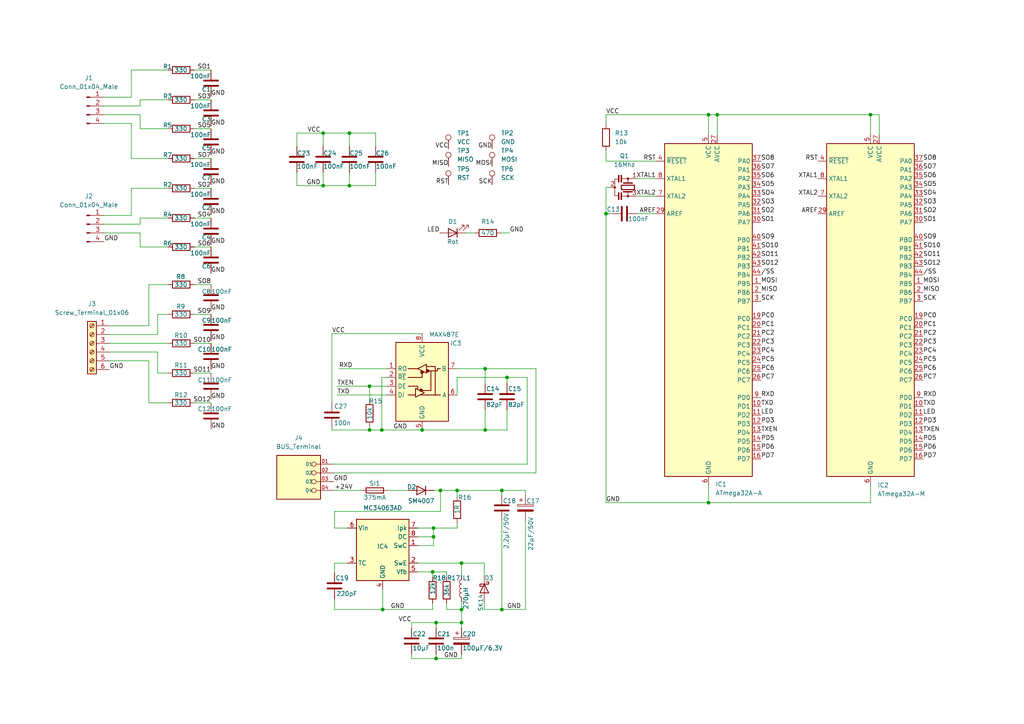
<source format=kicad_sch>
(kicad_sch (version 20211123) (generator eeschema)

  (uuid 7849dc5f-d0f4-49e2-9cec-1760ab4e9a79)

  (paper "A4")

  (lib_symbols
    (symbol "1891085:1891085" (pin_names (offset 1.016)) (in_bom yes) (on_board yes)
      (property "Reference" "J" (id 0) (at -6.85 7.62 0)
        (effects (font (size 1.27 1.27)) (justify left bottom))
      )
      (property "Value" "1891085" (id 1) (at -6.35 -7.62 0)
        (effects (font (size 1.27 1.27)) (justify left bottom))
      )
      (property "Footprint" "1891085:PHOENIX_1891085" (id 2) (at 0 0 0)
        (effects (font (size 1.27 1.27)) (justify bottom) hide)
      )
      (property "Datasheet" "" (id 3) (at 0 0 0)
        (effects (font (size 1.27 1.27)) hide)
      )
      (property "MF" "Phoenix Contact" (id 4) (at 0 0 0)
        (effects (font (size 1.27 1.27)) (justify bottom) hide)
      )
      (property "Description" "\nPCB Terminal Push-In 3.5mm 20AWG 250V 4A 4 Position COMBICON FK-MPT Series | Phoenix Contact 1891085\n" (id 5) (at 0 0 0)
        (effects (font (size 1.27 1.27)) (justify bottom) hide)
      )
      (property "Package" "None" (id 6) (at 0 0 0)
        (effects (font (size 1.27 1.27)) (justify bottom) hide)
      )
      (property "Price" "None" (id 7) (at 0 0 0)
        (effects (font (size 1.27 1.27)) (justify bottom) hide)
      )
      (property "Check_prices" "https://www.snapeda.com/parts/1891085/Phoenix+Contact/view-part/?ref=eda" (id 8) (at 0 0 0)
        (effects (font (size 1.27 1.27)) (justify bottom) hide)
      )
      (property "STANDARD" "Manufacturer Recommendations" (id 9) (at 0 0 0)
        (effects (font (size 1.27 1.27)) (justify bottom) hide)
      )
      (property "PARTREV" "11.03.2015" (id 10) (at 0 0 0)
        (effects (font (size 1.27 1.27)) (justify bottom) hide)
      )
      (property "SnapEDA_Link" "https://www.snapeda.com/parts/1891085/Phoenix+Contact/view-part/?ref=snap" (id 11) (at 0 0 0)
        (effects (font (size 1.27 1.27)) (justify bottom) hide)
      )
      (property "MP" "1891085" (id 12) (at 0 0 0)
        (effects (font (size 1.27 1.27)) (justify bottom) hide)
      )
      (property "Purchase-URL" "https://www.snapeda.com/api/url_track_click_mouser/?unipart_id=3211255&manufacturer=Phoenix Contact&part_name=1891085&search_term=1891085" (id 13) (at 0 0 0)
        (effects (font (size 1.27 1.27)) (justify bottom) hide)
      )
      (property "Availability" "In Stock" (id 14) (at 0 0 0)
        (effects (font (size 1.27 1.27)) (justify bottom) hide)
      )
      (property "MANUFACTURER" "Phoenix Contact" (id 15) (at 0 0 0)
        (effects (font (size 1.27 1.27)) (justify bottom) hide)
      )
      (symbol "1891085_0_0"
        (rectangle (start -6.35 -5.08) (end 6.35 7.62)
          (stroke (width 0.254) (type default) (color 0 0 0 0))
          (fill (type background))
        )
        (circle (center -4.445 -2.54) (radius 0.635)
          (stroke (width 0.1524) (type default) (color 0 0 0 0))
          (fill (type none))
        )
        (circle (center -4.445 0) (radius 0.635)
          (stroke (width 0.1524) (type default) (color 0 0 0 0))
          (fill (type none))
        )
        (circle (center -4.445 2.54) (radius 0.635)
          (stroke (width 0.1524) (type default) (color 0 0 0 0))
          (fill (type none))
        )
        (circle (center -4.445 5.08) (radius 0.635)
          (stroke (width 0.1524) (type default) (color 0 0 0 0))
          (fill (type none))
        )
        (pin passive line (at -10.16 5.08 0) (length 5.08)
          (name "01" (effects (font (size 1.016 1.016))))
          (number "01" (effects (font (size 1.016 1.016))))
        )
        (pin passive line (at -10.16 2.54 0) (length 5.08)
          (name "02" (effects (font (size 1.016 1.016))))
          (number "02" (effects (font (size 1.016 1.016))))
        )
        (pin passive line (at -10.16 0 0) (length 5.08)
          (name "03" (effects (font (size 1.016 1.016))))
          (number "03" (effects (font (size 1.016 1.016))))
        )
        (pin passive line (at -10.16 -2.54 0) (length 5.08)
          (name "04" (effects (font (size 1.016 1.016))))
          (number "04" (effects (font (size 1.016 1.016))))
        )
      )
    )
    (symbol "Connector:Conn_01x04_Male" (pin_names (offset 1.016) hide) (in_bom yes) (on_board yes)
      (property "Reference" "J" (id 0) (at 0 5.08 0)
        (effects (font (size 1.27 1.27)))
      )
      (property "Value" "Conn_01x04_Male" (id 1) (at 0 -7.62 0)
        (effects (font (size 1.27 1.27)))
      )
      (property "Footprint" "" (id 2) (at 0 0 0)
        (effects (font (size 1.27 1.27)) hide)
      )
      (property "Datasheet" "~" (id 3) (at 0 0 0)
        (effects (font (size 1.27 1.27)) hide)
      )
      (property "ki_keywords" "connector" (id 4) (at 0 0 0)
        (effects (font (size 1.27 1.27)) hide)
      )
      (property "ki_description" "Generic connector, single row, 01x04, script generated (kicad-library-utils/schlib/autogen/connector/)" (id 5) (at 0 0 0)
        (effects (font (size 1.27 1.27)) hide)
      )
      (property "ki_fp_filters" "Connector*:*_1x??_*" (id 6) (at 0 0 0)
        (effects (font (size 1.27 1.27)) hide)
      )
      (symbol "Conn_01x04_Male_1_1"
        (polyline
          (pts
            (xy 1.27 -5.08)
            (xy 0.8636 -5.08)
          )
          (stroke (width 0.1524) (type default) (color 0 0 0 0))
          (fill (type none))
        )
        (polyline
          (pts
            (xy 1.27 -2.54)
            (xy 0.8636 -2.54)
          )
          (stroke (width 0.1524) (type default) (color 0 0 0 0))
          (fill (type none))
        )
        (polyline
          (pts
            (xy 1.27 0)
            (xy 0.8636 0)
          )
          (stroke (width 0.1524) (type default) (color 0 0 0 0))
          (fill (type none))
        )
        (polyline
          (pts
            (xy 1.27 2.54)
            (xy 0.8636 2.54)
          )
          (stroke (width 0.1524) (type default) (color 0 0 0 0))
          (fill (type none))
        )
        (rectangle (start 0.8636 -4.953) (end 0 -5.207)
          (stroke (width 0.1524) (type default) (color 0 0 0 0))
          (fill (type outline))
        )
        (rectangle (start 0.8636 -2.413) (end 0 -2.667)
          (stroke (width 0.1524) (type default) (color 0 0 0 0))
          (fill (type outline))
        )
        (rectangle (start 0.8636 0.127) (end 0 -0.127)
          (stroke (width 0.1524) (type default) (color 0 0 0 0))
          (fill (type outline))
        )
        (rectangle (start 0.8636 2.667) (end 0 2.413)
          (stroke (width 0.1524) (type default) (color 0 0 0 0))
          (fill (type outline))
        )
        (pin passive line (at 5.08 2.54 180) (length 3.81)
          (name "Pin_1" (effects (font (size 1.27 1.27))))
          (number "1" (effects (font (size 1.27 1.27))))
        )
        (pin passive line (at 5.08 0 180) (length 3.81)
          (name "Pin_2" (effects (font (size 1.27 1.27))))
          (number "2" (effects (font (size 1.27 1.27))))
        )
        (pin passive line (at 5.08 -2.54 180) (length 3.81)
          (name "Pin_3" (effects (font (size 1.27 1.27))))
          (number "3" (effects (font (size 1.27 1.27))))
        )
        (pin passive line (at 5.08 -5.08 180) (length 3.81)
          (name "Pin_4" (effects (font (size 1.27 1.27))))
          (number "4" (effects (font (size 1.27 1.27))))
        )
      )
    )
    (symbol "Connector:Screw_Terminal_01x06" (pin_names (offset 1.016) hide) (in_bom yes) (on_board yes)
      (property "Reference" "J" (id 0) (at 0 7.62 0)
        (effects (font (size 1.27 1.27)))
      )
      (property "Value" "Screw_Terminal_01x06" (id 1) (at 0 -10.16 0)
        (effects (font (size 1.27 1.27)))
      )
      (property "Footprint" "" (id 2) (at 0 0 0)
        (effects (font (size 1.27 1.27)) hide)
      )
      (property "Datasheet" "~" (id 3) (at 0 0 0)
        (effects (font (size 1.27 1.27)) hide)
      )
      (property "ki_keywords" "screw terminal" (id 4) (at 0 0 0)
        (effects (font (size 1.27 1.27)) hide)
      )
      (property "ki_description" "Generic screw terminal, single row, 01x06, script generated (kicad-library-utils/schlib/autogen/connector/)" (id 5) (at 0 0 0)
        (effects (font (size 1.27 1.27)) hide)
      )
      (property "ki_fp_filters" "TerminalBlock*:*" (id 6) (at 0 0 0)
        (effects (font (size 1.27 1.27)) hide)
      )
      (symbol "Screw_Terminal_01x06_1_1"
        (rectangle (start -1.27 6.35) (end 1.27 -8.89)
          (stroke (width 0.254) (type default) (color 0 0 0 0))
          (fill (type background))
        )
        (circle (center 0 -7.62) (radius 0.635)
          (stroke (width 0.1524) (type default) (color 0 0 0 0))
          (fill (type none))
        )
        (circle (center 0 -5.08) (radius 0.635)
          (stroke (width 0.1524) (type default) (color 0 0 0 0))
          (fill (type none))
        )
        (circle (center 0 -2.54) (radius 0.635)
          (stroke (width 0.1524) (type default) (color 0 0 0 0))
          (fill (type none))
        )
        (polyline
          (pts
            (xy -0.5334 -7.2898)
            (xy 0.3302 -8.128)
          )
          (stroke (width 0.1524) (type default) (color 0 0 0 0))
          (fill (type none))
        )
        (polyline
          (pts
            (xy -0.5334 -4.7498)
            (xy 0.3302 -5.588)
          )
          (stroke (width 0.1524) (type default) (color 0 0 0 0))
          (fill (type none))
        )
        (polyline
          (pts
            (xy -0.5334 -2.2098)
            (xy 0.3302 -3.048)
          )
          (stroke (width 0.1524) (type default) (color 0 0 0 0))
          (fill (type none))
        )
        (polyline
          (pts
            (xy -0.5334 0.3302)
            (xy 0.3302 -0.508)
          )
          (stroke (width 0.1524) (type default) (color 0 0 0 0))
          (fill (type none))
        )
        (polyline
          (pts
            (xy -0.5334 2.8702)
            (xy 0.3302 2.032)
          )
          (stroke (width 0.1524) (type default) (color 0 0 0 0))
          (fill (type none))
        )
        (polyline
          (pts
            (xy -0.5334 5.4102)
            (xy 0.3302 4.572)
          )
          (stroke (width 0.1524) (type default) (color 0 0 0 0))
          (fill (type none))
        )
        (polyline
          (pts
            (xy -0.3556 -7.112)
            (xy 0.508 -7.9502)
          )
          (stroke (width 0.1524) (type default) (color 0 0 0 0))
          (fill (type none))
        )
        (polyline
          (pts
            (xy -0.3556 -4.572)
            (xy 0.508 -5.4102)
          )
          (stroke (width 0.1524) (type default) (color 0 0 0 0))
          (fill (type none))
        )
        (polyline
          (pts
            (xy -0.3556 -2.032)
            (xy 0.508 -2.8702)
          )
          (stroke (width 0.1524) (type default) (color 0 0 0 0))
          (fill (type none))
        )
        (polyline
          (pts
            (xy -0.3556 0.508)
            (xy 0.508 -0.3302)
          )
          (stroke (width 0.1524) (type default) (color 0 0 0 0))
          (fill (type none))
        )
        (polyline
          (pts
            (xy -0.3556 3.048)
            (xy 0.508 2.2098)
          )
          (stroke (width 0.1524) (type default) (color 0 0 0 0))
          (fill (type none))
        )
        (polyline
          (pts
            (xy -0.3556 5.588)
            (xy 0.508 4.7498)
          )
          (stroke (width 0.1524) (type default) (color 0 0 0 0))
          (fill (type none))
        )
        (circle (center 0 0) (radius 0.635)
          (stroke (width 0.1524) (type default) (color 0 0 0 0))
          (fill (type none))
        )
        (circle (center 0 2.54) (radius 0.635)
          (stroke (width 0.1524) (type default) (color 0 0 0 0))
          (fill (type none))
        )
        (circle (center 0 5.08) (radius 0.635)
          (stroke (width 0.1524) (type default) (color 0 0 0 0))
          (fill (type none))
        )
        (pin passive line (at -5.08 5.08 0) (length 3.81)
          (name "Pin_1" (effects (font (size 1.27 1.27))))
          (number "1" (effects (font (size 1.27 1.27))))
        )
        (pin passive line (at -5.08 2.54 0) (length 3.81)
          (name "Pin_2" (effects (font (size 1.27 1.27))))
          (number "2" (effects (font (size 1.27 1.27))))
        )
        (pin passive line (at -5.08 0 0) (length 3.81)
          (name "Pin_3" (effects (font (size 1.27 1.27))))
          (number "3" (effects (font (size 1.27 1.27))))
        )
        (pin passive line (at -5.08 -2.54 0) (length 3.81)
          (name "Pin_4" (effects (font (size 1.27 1.27))))
          (number "4" (effects (font (size 1.27 1.27))))
        )
        (pin passive line (at -5.08 -5.08 0) (length 3.81)
          (name "Pin_5" (effects (font (size 1.27 1.27))))
          (number "5" (effects (font (size 1.27 1.27))))
        )
        (pin passive line (at -5.08 -7.62 0) (length 3.81)
          (name "Pin_6" (effects (font (size 1.27 1.27))))
          (number "6" (effects (font (size 1.27 1.27))))
        )
      )
    )
    (symbol "Connector:TestPoint" (pin_numbers hide) (pin_names (offset 0.762) hide) (in_bom yes) (on_board yes)
      (property "Reference" "TP" (id 0) (at 0 6.858 0)
        (effects (font (size 1.27 1.27)))
      )
      (property "Value" "TestPoint" (id 1) (at 0 5.08 0)
        (effects (font (size 1.27 1.27)))
      )
      (property "Footprint" "" (id 2) (at 5.08 0 0)
        (effects (font (size 1.27 1.27)) hide)
      )
      (property "Datasheet" "~" (id 3) (at 5.08 0 0)
        (effects (font (size 1.27 1.27)) hide)
      )
      (property "ki_keywords" "test point tp" (id 4) (at 0 0 0)
        (effects (font (size 1.27 1.27)) hide)
      )
      (property "ki_description" "test point" (id 5) (at 0 0 0)
        (effects (font (size 1.27 1.27)) hide)
      )
      (property "ki_fp_filters" "Pin* Test*" (id 6) (at 0 0 0)
        (effects (font (size 1.27 1.27)) hide)
      )
      (symbol "TestPoint_0_1"
        (circle (center 0 3.302) (radius 0.762)
          (stroke (width 0) (type default) (color 0 0 0 0))
          (fill (type none))
        )
      )
      (symbol "TestPoint_1_1"
        (pin passive line (at 0 0 90) (length 2.54)
          (name "1" (effects (font (size 1.27 1.27))))
          (number "1" (effects (font (size 1.27 1.27))))
        )
      )
    )
    (symbol "Device:C" (pin_numbers hide) (pin_names (offset 0.254)) (in_bom yes) (on_board yes)
      (property "Reference" "C" (id 0) (at 0.635 2.54 0)
        (effects (font (size 1.27 1.27)) (justify left))
      )
      (property "Value" "C" (id 1) (at 0.635 -2.54 0)
        (effects (font (size 1.27 1.27)) (justify left))
      )
      (property "Footprint" "" (id 2) (at 0.9652 -3.81 0)
        (effects (font (size 1.27 1.27)) hide)
      )
      (property "Datasheet" "~" (id 3) (at 0 0 0)
        (effects (font (size 1.27 1.27)) hide)
      )
      (property "ki_keywords" "cap capacitor" (id 4) (at 0 0 0)
        (effects (font (size 1.27 1.27)) hide)
      )
      (property "ki_description" "Unpolarized capacitor" (id 5) (at 0 0 0)
        (effects (font (size 1.27 1.27)) hide)
      )
      (property "ki_fp_filters" "C_*" (id 6) (at 0 0 0)
        (effects (font (size 1.27 1.27)) hide)
      )
      (symbol "C_0_1"
        (polyline
          (pts
            (xy -2.032 -0.762)
            (xy 2.032 -0.762)
          )
          (stroke (width 0.508) (type default) (color 0 0 0 0))
          (fill (type none))
        )
        (polyline
          (pts
            (xy -2.032 0.762)
            (xy 2.032 0.762)
          )
          (stroke (width 0.508) (type default) (color 0 0 0 0))
          (fill (type none))
        )
      )
      (symbol "C_1_1"
        (pin passive line (at 0 3.81 270) (length 2.794)
          (name "~" (effects (font (size 1.27 1.27))))
          (number "1" (effects (font (size 1.27 1.27))))
        )
        (pin passive line (at 0 -3.81 90) (length 2.794)
          (name "~" (effects (font (size 1.27 1.27))))
          (number "2" (effects (font (size 1.27 1.27))))
        )
      )
    )
    (symbol "Device:C_Polarized" (pin_numbers hide) (pin_names (offset 0.254)) (in_bom yes) (on_board yes)
      (property "Reference" "C" (id 0) (at 0.635 2.54 0)
        (effects (font (size 1.27 1.27)) (justify left))
      )
      (property "Value" "C_Polarized" (id 1) (at 0.635 -2.54 0)
        (effects (font (size 1.27 1.27)) (justify left))
      )
      (property "Footprint" "" (id 2) (at 0.9652 -3.81 0)
        (effects (font (size 1.27 1.27)) hide)
      )
      (property "Datasheet" "~" (id 3) (at 0 0 0)
        (effects (font (size 1.27 1.27)) hide)
      )
      (property "ki_keywords" "cap capacitor" (id 4) (at 0 0 0)
        (effects (font (size 1.27 1.27)) hide)
      )
      (property "ki_description" "Polarized capacitor" (id 5) (at 0 0 0)
        (effects (font (size 1.27 1.27)) hide)
      )
      (property "ki_fp_filters" "CP_*" (id 6) (at 0 0 0)
        (effects (font (size 1.27 1.27)) hide)
      )
      (symbol "C_Polarized_0_1"
        (rectangle (start -2.286 0.508) (end 2.286 1.016)
          (stroke (width 0) (type default) (color 0 0 0 0))
          (fill (type none))
        )
        (polyline
          (pts
            (xy -1.778 2.286)
            (xy -0.762 2.286)
          )
          (stroke (width 0) (type default) (color 0 0 0 0))
          (fill (type none))
        )
        (polyline
          (pts
            (xy -1.27 2.794)
            (xy -1.27 1.778)
          )
          (stroke (width 0) (type default) (color 0 0 0 0))
          (fill (type none))
        )
        (rectangle (start 2.286 -0.508) (end -2.286 -1.016)
          (stroke (width 0) (type default) (color 0 0 0 0))
          (fill (type outline))
        )
      )
      (symbol "C_Polarized_1_1"
        (pin passive line (at 0 3.81 270) (length 2.794)
          (name "~" (effects (font (size 1.27 1.27))))
          (number "1" (effects (font (size 1.27 1.27))))
        )
        (pin passive line (at 0 -3.81 90) (length 2.794)
          (name "~" (effects (font (size 1.27 1.27))))
          (number "2" (effects (font (size 1.27 1.27))))
        )
      )
    )
    (symbol "Device:Fuse" (pin_numbers hide) (pin_names (offset 0)) (in_bom yes) (on_board yes)
      (property "Reference" "F" (id 0) (at 2.032 0 90)
        (effects (font (size 1.27 1.27)))
      )
      (property "Value" "Fuse" (id 1) (at -1.905 0 90)
        (effects (font (size 1.27 1.27)))
      )
      (property "Footprint" "" (id 2) (at -1.778 0 90)
        (effects (font (size 1.27 1.27)) hide)
      )
      (property "Datasheet" "~" (id 3) (at 0 0 0)
        (effects (font (size 1.27 1.27)) hide)
      )
      (property "ki_keywords" "fuse" (id 4) (at 0 0 0)
        (effects (font (size 1.27 1.27)) hide)
      )
      (property "ki_description" "Fuse" (id 5) (at 0 0 0)
        (effects (font (size 1.27 1.27)) hide)
      )
      (property "ki_fp_filters" "*Fuse*" (id 6) (at 0 0 0)
        (effects (font (size 1.27 1.27)) hide)
      )
      (symbol "Fuse_0_1"
        (rectangle (start -0.762 -2.54) (end 0.762 2.54)
          (stroke (width 0.254) (type default) (color 0 0 0 0))
          (fill (type none))
        )
        (polyline
          (pts
            (xy 0 2.54)
            (xy 0 -2.54)
          )
          (stroke (width 0) (type default) (color 0 0 0 0))
          (fill (type none))
        )
      )
      (symbol "Fuse_1_1"
        (pin passive line (at 0 3.81 270) (length 1.27)
          (name "~" (effects (font (size 1.27 1.27))))
          (number "1" (effects (font (size 1.27 1.27))))
        )
        (pin passive line (at 0 -3.81 90) (length 1.27)
          (name "~" (effects (font (size 1.27 1.27))))
          (number "2" (effects (font (size 1.27 1.27))))
        )
      )
    )
    (symbol "Device:L" (pin_numbers hide) (pin_names (offset 1.016) hide) (in_bom yes) (on_board yes)
      (property "Reference" "L" (id 0) (at -1.27 0 90)
        (effects (font (size 1.27 1.27)))
      )
      (property "Value" "L" (id 1) (at 1.905 0 90)
        (effects (font (size 1.27 1.27)))
      )
      (property "Footprint" "" (id 2) (at 0 0 0)
        (effects (font (size 1.27 1.27)) hide)
      )
      (property "Datasheet" "~" (id 3) (at 0 0 0)
        (effects (font (size 1.27 1.27)) hide)
      )
      (property "ki_keywords" "inductor choke coil reactor magnetic" (id 4) (at 0 0 0)
        (effects (font (size 1.27 1.27)) hide)
      )
      (property "ki_description" "Inductor" (id 5) (at 0 0 0)
        (effects (font (size 1.27 1.27)) hide)
      )
      (property "ki_fp_filters" "Choke_* *Coil* Inductor_* L_*" (id 6) (at 0 0 0)
        (effects (font (size 1.27 1.27)) hide)
      )
      (symbol "L_0_1"
        (arc (start 0 -2.54) (mid 0.635 -1.905) (end 0 -1.27)
          (stroke (width 0) (type default) (color 0 0 0 0))
          (fill (type none))
        )
        (arc (start 0 -1.27) (mid 0.635 -0.635) (end 0 0)
          (stroke (width 0) (type default) (color 0 0 0 0))
          (fill (type none))
        )
        (arc (start 0 0) (mid 0.635 0.635) (end 0 1.27)
          (stroke (width 0) (type default) (color 0 0 0 0))
          (fill (type none))
        )
        (arc (start 0 1.27) (mid 0.635 1.905) (end 0 2.54)
          (stroke (width 0) (type default) (color 0 0 0 0))
          (fill (type none))
        )
      )
      (symbol "L_1_1"
        (pin passive line (at 0 3.81 270) (length 1.27)
          (name "1" (effects (font (size 1.27 1.27))))
          (number "1" (effects (font (size 1.27 1.27))))
        )
        (pin passive line (at 0 -3.81 90) (length 1.27)
          (name "2" (effects (font (size 1.27 1.27))))
          (number "2" (effects (font (size 1.27 1.27))))
        )
      )
    )
    (symbol "Device:LED" (pin_numbers hide) (pin_names (offset 1.016) hide) (in_bom yes) (on_board yes)
      (property "Reference" "D" (id 0) (at 0 2.54 0)
        (effects (font (size 1.27 1.27)))
      )
      (property "Value" "LED" (id 1) (at 0 -2.54 0)
        (effects (font (size 1.27 1.27)))
      )
      (property "Footprint" "" (id 2) (at 0 0 0)
        (effects (font (size 1.27 1.27)) hide)
      )
      (property "Datasheet" "~" (id 3) (at 0 0 0)
        (effects (font (size 1.27 1.27)) hide)
      )
      (property "ki_keywords" "LED diode" (id 4) (at 0 0 0)
        (effects (font (size 1.27 1.27)) hide)
      )
      (property "ki_description" "Light emitting diode" (id 5) (at 0 0 0)
        (effects (font (size 1.27 1.27)) hide)
      )
      (property "ki_fp_filters" "LED* LED_SMD:* LED_THT:*" (id 6) (at 0 0 0)
        (effects (font (size 1.27 1.27)) hide)
      )
      (symbol "LED_0_1"
        (polyline
          (pts
            (xy -1.27 -1.27)
            (xy -1.27 1.27)
          )
          (stroke (width 0.254) (type default) (color 0 0 0 0))
          (fill (type none))
        )
        (polyline
          (pts
            (xy -1.27 0)
            (xy 1.27 0)
          )
          (stroke (width 0) (type default) (color 0 0 0 0))
          (fill (type none))
        )
        (polyline
          (pts
            (xy 1.27 -1.27)
            (xy 1.27 1.27)
            (xy -1.27 0)
            (xy 1.27 -1.27)
          )
          (stroke (width 0.254) (type default) (color 0 0 0 0))
          (fill (type none))
        )
        (polyline
          (pts
            (xy -3.048 -0.762)
            (xy -4.572 -2.286)
            (xy -3.81 -2.286)
            (xy -4.572 -2.286)
            (xy -4.572 -1.524)
          )
          (stroke (width 0) (type default) (color 0 0 0 0))
          (fill (type none))
        )
        (polyline
          (pts
            (xy -1.778 -0.762)
            (xy -3.302 -2.286)
            (xy -2.54 -2.286)
            (xy -3.302 -2.286)
            (xy -3.302 -1.524)
          )
          (stroke (width 0) (type default) (color 0 0 0 0))
          (fill (type none))
        )
      )
      (symbol "LED_1_1"
        (pin passive line (at -3.81 0 0) (length 2.54)
          (name "K" (effects (font (size 1.27 1.27))))
          (number "1" (effects (font (size 1.27 1.27))))
        )
        (pin passive line (at 3.81 0 180) (length 2.54)
          (name "A" (effects (font (size 1.27 1.27))))
          (number "2" (effects (font (size 1.27 1.27))))
        )
      )
    )
    (symbol "Device:R" (pin_numbers hide) (pin_names (offset 0)) (in_bom yes) (on_board yes)
      (property "Reference" "R" (id 0) (at 2.032 0 90)
        (effects (font (size 1.27 1.27)))
      )
      (property "Value" "R" (id 1) (at 0 0 90)
        (effects (font (size 1.27 1.27)))
      )
      (property "Footprint" "" (id 2) (at -1.778 0 90)
        (effects (font (size 1.27 1.27)) hide)
      )
      (property "Datasheet" "~" (id 3) (at 0 0 0)
        (effects (font (size 1.27 1.27)) hide)
      )
      (property "ki_keywords" "R res resistor" (id 4) (at 0 0 0)
        (effects (font (size 1.27 1.27)) hide)
      )
      (property "ki_description" "Resistor" (id 5) (at 0 0 0)
        (effects (font (size 1.27 1.27)) hide)
      )
      (property "ki_fp_filters" "R_*" (id 6) (at 0 0 0)
        (effects (font (size 1.27 1.27)) hide)
      )
      (symbol "R_0_1"
        (rectangle (start -1.016 -2.54) (end 1.016 2.54)
          (stroke (width 0.254) (type default) (color 0 0 0 0))
          (fill (type none))
        )
      )
      (symbol "R_1_1"
        (pin passive line (at 0 3.81 270) (length 1.27)
          (name "~" (effects (font (size 1.27 1.27))))
          (number "1" (effects (font (size 1.27 1.27))))
        )
        (pin passive line (at 0 -3.81 90) (length 1.27)
          (name "~" (effects (font (size 1.27 1.27))))
          (number "2" (effects (font (size 1.27 1.27))))
        )
      )
    )
    (symbol "Device:Resonator_Small" (pin_names (offset 1.016) hide) (in_bom yes) (on_board yes)
      (property "Reference" "Y" (id 0) (at 3.175 1.905 0)
        (effects (font (size 1.27 1.27)) (justify left))
      )
      (property "Value" "Resonator_Small" (id 1) (at 3.175 0 0)
        (effects (font (size 1.27 1.27)) (justify left))
      )
      (property "Footprint" "" (id 2) (at -0.635 0 0)
        (effects (font (size 1.27 1.27)) hide)
      )
      (property "Datasheet" "~" (id 3) (at -0.635 0 0)
        (effects (font (size 1.27 1.27)) hide)
      )
      (property "ki_keywords" "ceramic resonator" (id 4) (at 0 0 0)
        (effects (font (size 1.27 1.27)) hide)
      )
      (property "ki_description" "Three pin ceramic resonator, small symbol" (id 5) (at 0 0 0)
        (effects (font (size 1.27 1.27)) hide)
      )
      (property "ki_fp_filters" "Filter* Resonator*" (id 6) (at 0 0 0)
        (effects (font (size 1.27 1.27)) hide)
      )
      (symbol "Resonator_Small_0_1"
        (rectangle (start -3.556 -2.54) (end -1.524 -2.794)
          (stroke (width 0) (type default) (color 0 0 0 0))
          (fill (type outline))
        )
        (rectangle (start -3.556 -1.778) (end -1.524 -2.032)
          (stroke (width 0) (type default) (color 0 0 0 0))
          (fill (type outline))
        )
        (circle (center -2.54 0) (radius 0.254)
          (stroke (width 0) (type default) (color 0 0 0 0))
          (fill (type outline))
        )
        (rectangle (start -0.635 1.905) (end 0.635 -1.905)
          (stroke (width 0.3048) (type default) (color 0 0 0 0))
          (fill (type none))
        )
        (circle (center 0 -3.81) (radius 0.254)
          (stroke (width 0) (type default) (color 0 0 0 0))
          (fill (type outline))
        )
        (polyline
          (pts
            (xy -2.54 -1.778)
            (xy -2.54 0)
          )
          (stroke (width 0) (type default) (color 0 0 0 0))
          (fill (type none))
        )
        (polyline
          (pts
            (xy -2.54 0)
            (xy -1.397 0)
          )
          (stroke (width 0) (type default) (color 0 0 0 0))
          (fill (type none))
        )
        (polyline
          (pts
            (xy -2.54 1.27)
            (xy -2.54 0)
          )
          (stroke (width 0) (type default) (color 0 0 0 0))
          (fill (type none))
        )
        (polyline
          (pts
            (xy -1.27 -1.27)
            (xy -1.27 1.27)
          )
          (stroke (width 0.381) (type default) (color 0 0 0 0))
          (fill (type none))
        )
        (polyline
          (pts
            (xy 1.27 -1.27)
            (xy 1.27 1.27)
          )
          (stroke (width 0.381) (type default) (color 0 0 0 0))
          (fill (type none))
        )
        (polyline
          (pts
            (xy 1.27 0)
            (xy 2.54 0)
          )
          (stroke (width 0) (type default) (color 0 0 0 0))
          (fill (type none))
        )
        (polyline
          (pts
            (xy 2.54 0)
            (xy 2.54 -1.778)
          )
          (stroke (width 0) (type default) (color 0 0 0 0))
          (fill (type none))
        )
        (polyline
          (pts
            (xy 2.54 1.27)
            (xy 2.54 0)
          )
          (stroke (width 0) (type default) (color 0 0 0 0))
          (fill (type none))
        )
        (polyline
          (pts
            (xy 2.413 -2.794)
            (xy 2.413 -3.81)
            (xy -2.413 -3.81)
            (xy -2.413 -2.667)
          )
          (stroke (width 0) (type default) (color 0 0 0 0))
          (fill (type none))
        )
        (rectangle (start 1.524 -2.54) (end 3.556 -2.794)
          (stroke (width 0) (type default) (color 0 0 0 0))
          (fill (type outline))
        )
        (rectangle (start 1.524 -1.778) (end 3.556 -2.032)
          (stroke (width 0) (type default) (color 0 0 0 0))
          (fill (type outline))
        )
        (circle (center 2.54 0) (radius 0.254)
          (stroke (width 0) (type default) (color 0 0 0 0))
          (fill (type outline))
        )
      )
      (symbol "Resonator_Small_1_1"
        (pin passive line (at -2.54 2.54 270) (length 1.27)
          (name "1" (effects (font (size 1.27 1.27))))
          (number "1" (effects (font (size 1.27 1.27))))
        )
        (pin passive line (at 0 -5.08 90) (length 1.27)
          (name "2" (effects (font (size 1.27 1.27))))
          (number "2" (effects (font (size 1.27 1.27))))
        )
        (pin passive line (at 2.54 2.54 270) (length 1.27)
          (name "3" (effects (font (size 1.27 1.27))))
          (number "3" (effects (font (size 1.27 1.27))))
        )
      )
    )
    (symbol "Diode:SB140" (pin_numbers hide) (pin_names (offset 1.016) hide) (in_bom yes) (on_board yes)
      (property "Reference" "D" (id 0) (at 0 2.54 0)
        (effects (font (size 1.27 1.27)))
      )
      (property "Value" "SB140" (id 1) (at 0 -2.54 0)
        (effects (font (size 1.27 1.27)))
      )
      (property "Footprint" "Diode_THT:D_DO-41_SOD81_P10.16mm_Horizontal" (id 2) (at 0 -4.445 0)
        (effects (font (size 1.27 1.27)) hide)
      )
      (property "Datasheet" "http://www.diodes.com/_files/datasheets/ds23022.pdf" (id 3) (at 0 0 0)
        (effects (font (size 1.27 1.27)) hide)
      )
      (property "ki_keywords" "diode Schottky" (id 4) (at 0 0 0)
        (effects (font (size 1.27 1.27)) hide)
      )
      (property "ki_description" "40V 1A Schottky Barrier Rectifier Diode, DO-41" (id 5) (at 0 0 0)
        (effects (font (size 1.27 1.27)) hide)
      )
      (property "ki_fp_filters" "D*DO?41*" (id 6) (at 0 0 0)
        (effects (font (size 1.27 1.27)) hide)
      )
      (symbol "SB140_0_1"
        (polyline
          (pts
            (xy 1.27 0)
            (xy -1.27 0)
          )
          (stroke (width 0) (type default) (color 0 0 0 0))
          (fill (type none))
        )
        (polyline
          (pts
            (xy 1.27 1.27)
            (xy 1.27 -1.27)
            (xy -1.27 0)
            (xy 1.27 1.27)
          )
          (stroke (width 0.254) (type default) (color 0 0 0 0))
          (fill (type none))
        )
        (polyline
          (pts
            (xy -1.905 0.635)
            (xy -1.905 1.27)
            (xy -1.27 1.27)
            (xy -1.27 -1.27)
            (xy -0.635 -1.27)
            (xy -0.635 -0.635)
          )
          (stroke (width 0.254) (type default) (color 0 0 0 0))
          (fill (type none))
        )
      )
      (symbol "SB140_1_1"
        (pin passive line (at -3.81 0 0) (length 2.54)
          (name "K" (effects (font (size 1.27 1.27))))
          (number "1" (effects (font (size 1.27 1.27))))
        )
        (pin passive line (at 3.81 0 180) (length 2.54)
          (name "A" (effects (font (size 1.27 1.27))))
          (number "2" (effects (font (size 1.27 1.27))))
        )
      )
    )
    (symbol "Diode:SM4007" (pin_numbers hide) (pin_names (offset 1.016) hide) (in_bom yes) (on_board yes)
      (property "Reference" "D" (id 0) (at 0 2.54 0)
        (effects (font (size 1.27 1.27)))
      )
      (property "Value" "SM4007" (id 1) (at 0 -2.54 0)
        (effects (font (size 1.27 1.27)))
      )
      (property "Footprint" "Diode_SMD:D_MELF" (id 2) (at 0 -4.445 0)
        (effects (font (size 1.27 1.27)) hide)
      )
      (property "Datasheet" "http://cdn-reichelt.de/documents/datenblatt/A400/SMD1N400%23DIO.pdf" (id 3) (at 0 0 0)
        (effects (font (size 1.27 1.27)) hide)
      )
      (property "ki_keywords" "diode" (id 4) (at 0 0 0)
        (effects (font (size 1.27 1.27)) hide)
      )
      (property "ki_description" "1000V 1A General Purpose Rectifier Diode, MELF" (id 5) (at 0 0 0)
        (effects (font (size 1.27 1.27)) hide)
      )
      (property "ki_fp_filters" "D*MELF*" (id 6) (at 0 0 0)
        (effects (font (size 1.27 1.27)) hide)
      )
      (symbol "SM4007_0_1"
        (polyline
          (pts
            (xy -1.27 1.27)
            (xy -1.27 -1.27)
          )
          (stroke (width 0.254) (type default) (color 0 0 0 0))
          (fill (type none))
        )
        (polyline
          (pts
            (xy 1.27 0)
            (xy -1.27 0)
          )
          (stroke (width 0) (type default) (color 0 0 0 0))
          (fill (type none))
        )
        (polyline
          (pts
            (xy 1.27 1.27)
            (xy 1.27 -1.27)
            (xy -1.27 0)
            (xy 1.27 1.27)
          )
          (stroke (width 0.254) (type default) (color 0 0 0 0))
          (fill (type none))
        )
      )
      (symbol "SM4007_1_1"
        (pin passive line (at -3.81 0 0) (length 2.54)
          (name "K" (effects (font (size 1.27 1.27))))
          (number "1" (effects (font (size 1.27 1.27))))
        )
        (pin passive line (at 3.81 0 180) (length 2.54)
          (name "A" (effects (font (size 1.27 1.27))))
          (number "2" (effects (font (size 1.27 1.27))))
        )
      )
    )
    (symbol "Interface_UART:MAX487E" (in_bom yes) (on_board yes)
      (property "Reference" "U" (id 0) (at -6.096 11.43 0)
        (effects (font (size 1.27 1.27)))
      )
      (property "Value" "MAX487E" (id 1) (at 0.762 11.43 0)
        (effects (font (size 1.27 1.27)) (justify left))
      )
      (property "Footprint" "" (id 2) (at 0 -17.78 0)
        (effects (font (size 1.27 1.27)) hide)
      )
      (property "Datasheet" "https://datasheets.maximintegrated.com/en/ds/MAX1487E-MAX491E.pdf" (id 3) (at 0 1.27 0)
        (effects (font (size 1.27 1.27)) hide)
      )
      (property "ki_keywords" "Half duplex RS-485/RS-422, 0.25 Mbps, ±15kV electro-static discharge (ESD) protection, with slew-rate, with low-power shutdown, with receiver/driver enable, 128 receiver drive kapacitity, DIP-8 and SOIC-8" (id 4) (at 0 0 0)
        (effects (font (size 1.27 1.27)) hide)
      )
      (property "ki_description" "Half duplex RS-485/RS-422, 0.25 Mbps, ±15kV electro-static discharge (ESD) protection, with slew-rate, with low-power shutdown, with receiver/driver enable, 128 receiver drive kapacitity, DIP-8 and SOIC-8" (id 5) (at 0 0 0)
        (effects (font (size 1.27 1.27)) hide)
      )
      (property "ki_fp_filters" "DIP*W7.62mm* SOIC*3.9x4.9mm*P1.27mm*" (id 6) (at 0 0 0)
        (effects (font (size 1.27 1.27)) hide)
      )
      (symbol "MAX487E_0_1"
        (rectangle (start -7.62 10.16) (end 7.62 -12.7)
          (stroke (width 0.254) (type default) (color 0 0 0 0))
          (fill (type background))
        )
        (circle (center -0.3048 -3.683) (radius 0.3556)
          (stroke (width 0.254) (type default) (color 0 0 0 0))
          (fill (type outline))
        )
        (circle (center -0.0254 1.4986) (radius 0.3556)
          (stroke (width 0.254) (type default) (color 0 0 0 0))
          (fill (type outline))
        )
        (polyline
          (pts
            (xy -4.064 -5.08)
            (xy -1.905 -5.08)
          )
          (stroke (width 0.254) (type default) (color 0 0 0 0))
          (fill (type none))
        )
        (polyline
          (pts
            (xy -4.064 2.54)
            (xy -1.27 2.54)
          )
          (stroke (width 0.254) (type default) (color 0 0 0 0))
          (fill (type none))
        )
        (polyline
          (pts
            (xy -1.27 -3.2004)
            (xy -1.27 -3.4544)
          )
          (stroke (width 0.254) (type default) (color 0 0 0 0))
          (fill (type none))
        )
        (polyline
          (pts
            (xy -0.635 -5.08)
            (xy 5.334 -5.08)
          )
          (stroke (width 0.254) (type default) (color 0 0 0 0))
          (fill (type none))
        )
        (polyline
          (pts
            (xy -4.064 -2.54)
            (xy -1.27 -2.54)
            (xy -1.27 -3.175)
          )
          (stroke (width 0.254) (type default) (color 0 0 0 0))
          (fill (type none))
        )
        (polyline
          (pts
            (xy 0 1.27)
            (xy 0 0)
            (xy -4.064 0)
          )
          (stroke (width 0.254) (type default) (color 0 0 0 0))
          (fill (type none))
        )
        (polyline
          (pts
            (xy 1.27 3.175)
            (xy 3.81 3.175)
            (xy 3.81 -5.08)
          )
          (stroke (width 0.254) (type default) (color 0 0 0 0))
          (fill (type none))
        )
        (polyline
          (pts
            (xy 2.54 1.905)
            (xy 2.54 -3.81)
            (xy 0 -3.81)
          )
          (stroke (width 0.254) (type default) (color 0 0 0 0))
          (fill (type none))
        )
        (polyline
          (pts
            (xy -1.905 -3.175)
            (xy -1.905 -5.715)
            (xy 0.635 -4.445)
            (xy -1.905 -3.175)
          )
          (stroke (width 0.254) (type default) (color 0 0 0 0))
          (fill (type none))
        )
        (polyline
          (pts
            (xy -1.27 2.54)
            (xy 1.27 3.81)
            (xy 1.27 1.27)
            (xy -1.27 2.54)
          )
          (stroke (width 0.254) (type default) (color 0 0 0 0))
          (fill (type none))
        )
        (polyline
          (pts
            (xy 1.905 1.905)
            (xy 4.445 1.905)
            (xy 4.445 2.54)
            (xy 5.334 2.54)
          )
          (stroke (width 0.254) (type default) (color 0 0 0 0))
          (fill (type none))
        )
        (rectangle (start 1.27 3.175) (end 1.27 3.175)
          (stroke (width 0) (type default) (color 0 0 0 0))
          (fill (type none))
        )
        (circle (center 1.651 1.905) (radius 0.3556)
          (stroke (width 0.254) (type default) (color 0 0 0 0))
          (fill (type outline))
        )
      )
      (symbol "MAX487E_1_1"
        (pin output line (at -10.16 2.54 0) (length 2.54)
          (name "RO" (effects (font (size 1.27 1.27))))
          (number "1" (effects (font (size 1.27 1.27))))
        )
        (pin input line (at -10.16 0 0) (length 2.54)
          (name "~{RE}" (effects (font (size 1.27 1.27))))
          (number "2" (effects (font (size 1.27 1.27))))
        )
        (pin input line (at -10.16 -2.54 0) (length 2.54)
          (name "DE" (effects (font (size 1.27 1.27))))
          (number "3" (effects (font (size 1.27 1.27))))
        )
        (pin input line (at -10.16 -5.08 0) (length 2.54)
          (name "DI" (effects (font (size 1.27 1.27))))
          (number "4" (effects (font (size 1.27 1.27))))
        )
        (pin power_in line (at 0 -15.24 90) (length 2.54)
          (name "GND" (effects (font (size 1.27 1.27))))
          (number "5" (effects (font (size 1.27 1.27))))
        )
        (pin bidirectional line (at 10.16 -5.08 180) (length 2.54)
          (name "A" (effects (font (size 1.27 1.27))))
          (number "6" (effects (font (size 1.27 1.27))))
        )
        (pin bidirectional line (at 10.16 2.54 180) (length 2.54)
          (name "B" (effects (font (size 1.27 1.27))))
          (number "7" (effects (font (size 1.27 1.27))))
        )
        (pin power_in line (at 0 12.7 270) (length 2.54)
          (name "VCC" (effects (font (size 1.27 1.27))))
          (number "8" (effects (font (size 1.27 1.27))))
        )
      )
    )
    (symbol "MCU_Microchip_ATmega:ATmega32A-A" (in_bom yes) (on_board yes)
      (property "Reference" "U" (id 0) (at -12.7 49.53 0)
        (effects (font (size 1.27 1.27)) (justify left bottom))
      )
      (property "Value" "ATmega32A-A" (id 1) (at 2.54 -49.53 0)
        (effects (font (size 1.27 1.27)) (justify left top))
      )
      (property "Footprint" "Package_QFP:TQFP-44_10x10mm_P0.8mm" (id 2) (at 0 0 0)
        (effects (font (size 1.27 1.27) italic) hide)
      )
      (property "Datasheet" "http://ww1.microchip.com/downloads/en/DeviceDoc/atmel-8155-8-bit-microcontroller-avr-atmega32a_datasheet.pdf" (id 3) (at 0 0 0)
        (effects (font (size 1.27 1.27)) hide)
      )
      (property "ki_keywords" "AVR 8bit Microcontroller MegaAVR" (id 4) (at 0 0 0)
        (effects (font (size 1.27 1.27)) hide)
      )
      (property "ki_description" "16MHz, 32kB Flash, 2kB SRAM, 1kB EEPROM, JTAG, TQFP-44" (id 5) (at 0 0 0)
        (effects (font (size 1.27 1.27)) hide)
      )
      (property "ki_fp_filters" "TQFP*10x10mm*P0.8mm*" (id 6) (at 0 0 0)
        (effects (font (size 1.27 1.27)) hide)
      )
      (symbol "ATmega32A-A_0_1"
        (rectangle (start -12.7 -48.26) (end 12.7 48.26)
          (stroke (width 0.254) (type default) (color 0 0 0 0))
          (fill (type background))
        )
      )
      (symbol "ATmega32A-A_1_1"
        (pin bidirectional line (at 15.24 7.62 180) (length 2.54)
          (name "PB5" (effects (font (size 1.27 1.27))))
          (number "1" (effects (font (size 1.27 1.27))))
        )
        (pin bidirectional line (at 15.24 -27.94 180) (length 2.54)
          (name "PD1" (effects (font (size 1.27 1.27))))
          (number "10" (effects (font (size 1.27 1.27))))
        )
        (pin bidirectional line (at 15.24 -30.48 180) (length 2.54)
          (name "PD2" (effects (font (size 1.27 1.27))))
          (number "11" (effects (font (size 1.27 1.27))))
        )
        (pin bidirectional line (at 15.24 -33.02 180) (length 2.54)
          (name "PD3" (effects (font (size 1.27 1.27))))
          (number "12" (effects (font (size 1.27 1.27))))
        )
        (pin bidirectional line (at 15.24 -35.56 180) (length 2.54)
          (name "PD4" (effects (font (size 1.27 1.27))))
          (number "13" (effects (font (size 1.27 1.27))))
        )
        (pin bidirectional line (at 15.24 -38.1 180) (length 2.54)
          (name "PD5" (effects (font (size 1.27 1.27))))
          (number "14" (effects (font (size 1.27 1.27))))
        )
        (pin bidirectional line (at 15.24 -40.64 180) (length 2.54)
          (name "PD6" (effects (font (size 1.27 1.27))))
          (number "15" (effects (font (size 1.27 1.27))))
        )
        (pin bidirectional line (at 15.24 -43.18 180) (length 2.54)
          (name "PD7" (effects (font (size 1.27 1.27))))
          (number "16" (effects (font (size 1.27 1.27))))
        )
        (pin passive line (at 0 50.8 270) (length 2.54) hide
          (name "VCC" (effects (font (size 1.27 1.27))))
          (number "17" (effects (font (size 1.27 1.27))))
        )
        (pin passive line (at 0 -50.8 90) (length 2.54) hide
          (name "GND" (effects (font (size 1.27 1.27))))
          (number "18" (effects (font (size 1.27 1.27))))
        )
        (pin bidirectional line (at 15.24 -2.54 180) (length 2.54)
          (name "PC0" (effects (font (size 1.27 1.27))))
          (number "19" (effects (font (size 1.27 1.27))))
        )
        (pin bidirectional line (at 15.24 5.08 180) (length 2.54)
          (name "PB6" (effects (font (size 1.27 1.27))))
          (number "2" (effects (font (size 1.27 1.27))))
        )
        (pin bidirectional line (at 15.24 -5.08 180) (length 2.54)
          (name "PC1" (effects (font (size 1.27 1.27))))
          (number "20" (effects (font (size 1.27 1.27))))
        )
        (pin bidirectional line (at 15.24 -7.62 180) (length 2.54)
          (name "PC2" (effects (font (size 1.27 1.27))))
          (number "21" (effects (font (size 1.27 1.27))))
        )
        (pin bidirectional line (at 15.24 -10.16 180) (length 2.54)
          (name "PC3" (effects (font (size 1.27 1.27))))
          (number "22" (effects (font (size 1.27 1.27))))
        )
        (pin bidirectional line (at 15.24 -12.7 180) (length 2.54)
          (name "PC4" (effects (font (size 1.27 1.27))))
          (number "23" (effects (font (size 1.27 1.27))))
        )
        (pin bidirectional line (at 15.24 -15.24 180) (length 2.54)
          (name "PC5" (effects (font (size 1.27 1.27))))
          (number "24" (effects (font (size 1.27 1.27))))
        )
        (pin bidirectional line (at 15.24 -17.78 180) (length 2.54)
          (name "PC6" (effects (font (size 1.27 1.27))))
          (number "25" (effects (font (size 1.27 1.27))))
        )
        (pin bidirectional line (at 15.24 -20.32 180) (length 2.54)
          (name "PC7" (effects (font (size 1.27 1.27))))
          (number "26" (effects (font (size 1.27 1.27))))
        )
        (pin power_in line (at 2.54 50.8 270) (length 2.54)
          (name "AVCC" (effects (font (size 1.27 1.27))))
          (number "27" (effects (font (size 1.27 1.27))))
        )
        (pin passive line (at 0 -50.8 90) (length 2.54) hide
          (name "GND" (effects (font (size 1.27 1.27))))
          (number "28" (effects (font (size 1.27 1.27))))
        )
        (pin passive line (at -15.24 27.94 0) (length 2.54)
          (name "AREF" (effects (font (size 1.27 1.27))))
          (number "29" (effects (font (size 1.27 1.27))))
        )
        (pin bidirectional line (at 15.24 2.54 180) (length 2.54)
          (name "PB7" (effects (font (size 1.27 1.27))))
          (number "3" (effects (font (size 1.27 1.27))))
        )
        (pin bidirectional line (at 15.24 25.4 180) (length 2.54)
          (name "PA7" (effects (font (size 1.27 1.27))))
          (number "30" (effects (font (size 1.27 1.27))))
        )
        (pin bidirectional line (at 15.24 27.94 180) (length 2.54)
          (name "PA6" (effects (font (size 1.27 1.27))))
          (number "31" (effects (font (size 1.27 1.27))))
        )
        (pin bidirectional line (at 15.24 30.48 180) (length 2.54)
          (name "PA5" (effects (font (size 1.27 1.27))))
          (number "32" (effects (font (size 1.27 1.27))))
        )
        (pin bidirectional line (at 15.24 33.02 180) (length 2.54)
          (name "PA4" (effects (font (size 1.27 1.27))))
          (number "33" (effects (font (size 1.27 1.27))))
        )
        (pin bidirectional line (at 15.24 35.56 180) (length 2.54)
          (name "PA3" (effects (font (size 1.27 1.27))))
          (number "34" (effects (font (size 1.27 1.27))))
        )
        (pin bidirectional line (at 15.24 38.1 180) (length 2.54)
          (name "PA2" (effects (font (size 1.27 1.27))))
          (number "35" (effects (font (size 1.27 1.27))))
        )
        (pin bidirectional line (at 15.24 40.64 180) (length 2.54)
          (name "PA1" (effects (font (size 1.27 1.27))))
          (number "36" (effects (font (size 1.27 1.27))))
        )
        (pin bidirectional line (at 15.24 43.18 180) (length 2.54)
          (name "PA0" (effects (font (size 1.27 1.27))))
          (number "37" (effects (font (size 1.27 1.27))))
        )
        (pin passive line (at 0 50.8 270) (length 2.54) hide
          (name "VCC" (effects (font (size 1.27 1.27))))
          (number "38" (effects (font (size 1.27 1.27))))
        )
        (pin passive line (at 0 -50.8 90) (length 2.54) hide
          (name "GND" (effects (font (size 1.27 1.27))))
          (number "39" (effects (font (size 1.27 1.27))))
        )
        (pin input line (at -15.24 43.18 0) (length 2.54)
          (name "~{RESET}" (effects (font (size 1.27 1.27))))
          (number "4" (effects (font (size 1.27 1.27))))
        )
        (pin bidirectional line (at 15.24 20.32 180) (length 2.54)
          (name "PB0" (effects (font (size 1.27 1.27))))
          (number "40" (effects (font (size 1.27 1.27))))
        )
        (pin bidirectional line (at 15.24 17.78 180) (length 2.54)
          (name "PB1" (effects (font (size 1.27 1.27))))
          (number "41" (effects (font (size 1.27 1.27))))
        )
        (pin bidirectional line (at 15.24 15.24 180) (length 2.54)
          (name "PB2" (effects (font (size 1.27 1.27))))
          (number "42" (effects (font (size 1.27 1.27))))
        )
        (pin bidirectional line (at 15.24 12.7 180) (length 2.54)
          (name "PB3" (effects (font (size 1.27 1.27))))
          (number "43" (effects (font (size 1.27 1.27))))
        )
        (pin bidirectional line (at 15.24 10.16 180) (length 2.54)
          (name "PB4" (effects (font (size 1.27 1.27))))
          (number "44" (effects (font (size 1.27 1.27))))
        )
        (pin power_in line (at 0 50.8 270) (length 2.54)
          (name "VCC" (effects (font (size 1.27 1.27))))
          (number "5" (effects (font (size 1.27 1.27))))
        )
        (pin power_in line (at 0 -50.8 90) (length 2.54)
          (name "GND" (effects (font (size 1.27 1.27))))
          (number "6" (effects (font (size 1.27 1.27))))
        )
        (pin output line (at -15.24 33.02 0) (length 2.54)
          (name "XTAL2" (effects (font (size 1.27 1.27))))
          (number "7" (effects (font (size 1.27 1.27))))
        )
        (pin input line (at -15.24 38.1 0) (length 2.54)
          (name "XTAL1" (effects (font (size 1.27 1.27))))
          (number "8" (effects (font (size 1.27 1.27))))
        )
        (pin bidirectional line (at 15.24 -25.4 180) (length 2.54)
          (name "PD0" (effects (font (size 1.27 1.27))))
          (number "9" (effects (font (size 1.27 1.27))))
        )
      )
    )
    (symbol "MCU_Microchip_ATmega:ATmega32A-M" (in_bom yes) (on_board yes)
      (property "Reference" "U" (id 0) (at -12.7 49.53 0)
        (effects (font (size 1.27 1.27)) (justify left bottom))
      )
      (property "Value" "ATmega32A-M" (id 1) (at 2.54 -49.53 0)
        (effects (font (size 1.27 1.27)) (justify left top))
      )
      (property "Footprint" "Package_DFN_QFN:QFN-44-1EP_7x7mm_P0.5mm_EP5.2x5.2mm" (id 2) (at 0 0 0)
        (effects (font (size 1.27 1.27) italic) hide)
      )
      (property "Datasheet" "http://ww1.microchip.com/downloads/en/DeviceDoc/atmel-8155-8-bit-microcontroller-avr-atmega32a_datasheet.pdf" (id 3) (at 0 0 0)
        (effects (font (size 1.27 1.27)) hide)
      )
      (property "ki_keywords" "AVR 8bit Microcontroller MegaAVR" (id 4) (at 0 0 0)
        (effects (font (size 1.27 1.27)) hide)
      )
      (property "ki_description" "16MHz, 32kB Flash, 2kB SRAM, 1kB EEPROM, JTAG, QFN-44" (id 5) (at 0 0 0)
        (effects (font (size 1.27 1.27)) hide)
      )
      (property "ki_fp_filters" "QFN*1EP*7x7mm*P0.5mm*" (id 6) (at 0 0 0)
        (effects (font (size 1.27 1.27)) hide)
      )
      (symbol "ATmega32A-M_0_1"
        (rectangle (start -12.7 -48.26) (end 12.7 48.26)
          (stroke (width 0.254) (type default) (color 0 0 0 0))
          (fill (type background))
        )
      )
      (symbol "ATmega32A-M_1_1"
        (pin bidirectional line (at 15.24 7.62 180) (length 2.54)
          (name "PB5" (effects (font (size 1.27 1.27))))
          (number "1" (effects (font (size 1.27 1.27))))
        )
        (pin bidirectional line (at 15.24 -27.94 180) (length 2.54)
          (name "PD1" (effects (font (size 1.27 1.27))))
          (number "10" (effects (font (size 1.27 1.27))))
        )
        (pin bidirectional line (at 15.24 -30.48 180) (length 2.54)
          (name "PD2" (effects (font (size 1.27 1.27))))
          (number "11" (effects (font (size 1.27 1.27))))
        )
        (pin bidirectional line (at 15.24 -33.02 180) (length 2.54)
          (name "PD3" (effects (font (size 1.27 1.27))))
          (number "12" (effects (font (size 1.27 1.27))))
        )
        (pin bidirectional line (at 15.24 -35.56 180) (length 2.54)
          (name "PD4" (effects (font (size 1.27 1.27))))
          (number "13" (effects (font (size 1.27 1.27))))
        )
        (pin bidirectional line (at 15.24 -38.1 180) (length 2.54)
          (name "PD5" (effects (font (size 1.27 1.27))))
          (number "14" (effects (font (size 1.27 1.27))))
        )
        (pin bidirectional line (at 15.24 -40.64 180) (length 2.54)
          (name "PD6" (effects (font (size 1.27 1.27))))
          (number "15" (effects (font (size 1.27 1.27))))
        )
        (pin bidirectional line (at 15.24 -43.18 180) (length 2.54)
          (name "PD7" (effects (font (size 1.27 1.27))))
          (number "16" (effects (font (size 1.27 1.27))))
        )
        (pin passive line (at 0 50.8 270) (length 2.54) hide
          (name "VCC" (effects (font (size 1.27 1.27))))
          (number "17" (effects (font (size 1.27 1.27))))
        )
        (pin passive line (at 0 -50.8 90) (length 2.54) hide
          (name "GND" (effects (font (size 1.27 1.27))))
          (number "18" (effects (font (size 1.27 1.27))))
        )
        (pin bidirectional line (at 15.24 -2.54 180) (length 2.54)
          (name "PC0" (effects (font (size 1.27 1.27))))
          (number "19" (effects (font (size 1.27 1.27))))
        )
        (pin bidirectional line (at 15.24 5.08 180) (length 2.54)
          (name "PB6" (effects (font (size 1.27 1.27))))
          (number "2" (effects (font (size 1.27 1.27))))
        )
        (pin bidirectional line (at 15.24 -5.08 180) (length 2.54)
          (name "PC1" (effects (font (size 1.27 1.27))))
          (number "20" (effects (font (size 1.27 1.27))))
        )
        (pin bidirectional line (at 15.24 -7.62 180) (length 2.54)
          (name "PC2" (effects (font (size 1.27 1.27))))
          (number "21" (effects (font (size 1.27 1.27))))
        )
        (pin bidirectional line (at 15.24 -10.16 180) (length 2.54)
          (name "PC3" (effects (font (size 1.27 1.27))))
          (number "22" (effects (font (size 1.27 1.27))))
        )
        (pin bidirectional line (at 15.24 -12.7 180) (length 2.54)
          (name "PC4" (effects (font (size 1.27 1.27))))
          (number "23" (effects (font (size 1.27 1.27))))
        )
        (pin bidirectional line (at 15.24 -15.24 180) (length 2.54)
          (name "PC5" (effects (font (size 1.27 1.27))))
          (number "24" (effects (font (size 1.27 1.27))))
        )
        (pin bidirectional line (at 15.24 -17.78 180) (length 2.54)
          (name "PC6" (effects (font (size 1.27 1.27))))
          (number "25" (effects (font (size 1.27 1.27))))
        )
        (pin bidirectional line (at 15.24 -20.32 180) (length 2.54)
          (name "PC7" (effects (font (size 1.27 1.27))))
          (number "26" (effects (font (size 1.27 1.27))))
        )
        (pin power_in line (at 2.54 50.8 270) (length 2.54)
          (name "AVCC" (effects (font (size 1.27 1.27))))
          (number "27" (effects (font (size 1.27 1.27))))
        )
        (pin passive line (at 0 -50.8 90) (length 2.54) hide
          (name "GND" (effects (font (size 1.27 1.27))))
          (number "28" (effects (font (size 1.27 1.27))))
        )
        (pin passive line (at -15.24 27.94 0) (length 2.54)
          (name "AREF" (effects (font (size 1.27 1.27))))
          (number "29" (effects (font (size 1.27 1.27))))
        )
        (pin bidirectional line (at 15.24 2.54 180) (length 2.54)
          (name "PB7" (effects (font (size 1.27 1.27))))
          (number "3" (effects (font (size 1.27 1.27))))
        )
        (pin bidirectional line (at 15.24 25.4 180) (length 2.54)
          (name "PA7" (effects (font (size 1.27 1.27))))
          (number "30" (effects (font (size 1.27 1.27))))
        )
        (pin bidirectional line (at 15.24 27.94 180) (length 2.54)
          (name "PA6" (effects (font (size 1.27 1.27))))
          (number "31" (effects (font (size 1.27 1.27))))
        )
        (pin bidirectional line (at 15.24 30.48 180) (length 2.54)
          (name "PA5" (effects (font (size 1.27 1.27))))
          (number "32" (effects (font (size 1.27 1.27))))
        )
        (pin bidirectional line (at 15.24 33.02 180) (length 2.54)
          (name "PA4" (effects (font (size 1.27 1.27))))
          (number "33" (effects (font (size 1.27 1.27))))
        )
        (pin bidirectional line (at 15.24 35.56 180) (length 2.54)
          (name "PA3" (effects (font (size 1.27 1.27))))
          (number "34" (effects (font (size 1.27 1.27))))
        )
        (pin bidirectional line (at 15.24 38.1 180) (length 2.54)
          (name "PA2" (effects (font (size 1.27 1.27))))
          (number "35" (effects (font (size 1.27 1.27))))
        )
        (pin bidirectional line (at 15.24 40.64 180) (length 2.54)
          (name "PA1" (effects (font (size 1.27 1.27))))
          (number "36" (effects (font (size 1.27 1.27))))
        )
        (pin bidirectional line (at 15.24 43.18 180) (length 2.54)
          (name "PA0" (effects (font (size 1.27 1.27))))
          (number "37" (effects (font (size 1.27 1.27))))
        )
        (pin passive line (at 0 50.8 270) (length 2.54) hide
          (name "VCC" (effects (font (size 1.27 1.27))))
          (number "38" (effects (font (size 1.27 1.27))))
        )
        (pin passive line (at 0 -50.8 90) (length 2.54) hide
          (name "GND" (effects (font (size 1.27 1.27))))
          (number "39" (effects (font (size 1.27 1.27))))
        )
        (pin input line (at -15.24 43.18 0) (length 2.54)
          (name "~{RESET}" (effects (font (size 1.27 1.27))))
          (number "4" (effects (font (size 1.27 1.27))))
        )
        (pin bidirectional line (at 15.24 20.32 180) (length 2.54)
          (name "PB0" (effects (font (size 1.27 1.27))))
          (number "40" (effects (font (size 1.27 1.27))))
        )
        (pin bidirectional line (at 15.24 17.78 180) (length 2.54)
          (name "PB1" (effects (font (size 1.27 1.27))))
          (number "41" (effects (font (size 1.27 1.27))))
        )
        (pin bidirectional line (at 15.24 15.24 180) (length 2.54)
          (name "PB2" (effects (font (size 1.27 1.27))))
          (number "42" (effects (font (size 1.27 1.27))))
        )
        (pin bidirectional line (at 15.24 12.7 180) (length 2.54)
          (name "PB3" (effects (font (size 1.27 1.27))))
          (number "43" (effects (font (size 1.27 1.27))))
        )
        (pin bidirectional line (at 15.24 10.16 180) (length 2.54)
          (name "PB4" (effects (font (size 1.27 1.27))))
          (number "44" (effects (font (size 1.27 1.27))))
        )
        (pin passive line (at 0 -50.8 90) (length 2.54) hide
          (name "GND" (effects (font (size 1.27 1.27))))
          (number "45" (effects (font (size 1.27 1.27))))
        )
        (pin power_in line (at 0 50.8 270) (length 2.54)
          (name "VCC" (effects (font (size 1.27 1.27))))
          (number "5" (effects (font (size 1.27 1.27))))
        )
        (pin power_in line (at 0 -50.8 90) (length 2.54)
          (name "GND" (effects (font (size 1.27 1.27))))
          (number "6" (effects (font (size 1.27 1.27))))
        )
        (pin output line (at -15.24 33.02 0) (length 2.54)
          (name "XTAL2" (effects (font (size 1.27 1.27))))
          (number "7" (effects (font (size 1.27 1.27))))
        )
        (pin input line (at -15.24 38.1 0) (length 2.54)
          (name "XTAL1" (effects (font (size 1.27 1.27))))
          (number "8" (effects (font (size 1.27 1.27))))
        )
        (pin bidirectional line (at 15.24 -25.4 180) (length 2.54)
          (name "PD0" (effects (font (size 1.27 1.27))))
          (number "9" (effects (font (size 1.27 1.27))))
        )
      )
    )
    (symbol "Regulator_Switching:MC34063AD" (in_bom yes) (on_board yes)
      (property "Reference" "U" (id 0) (at -7.62 8.89 0)
        (effects (font (size 1.27 1.27)) (justify left))
      )
      (property "Value" "MC34063AD" (id 1) (at 0 8.89 0)
        (effects (font (size 1.27 1.27)) (justify left))
      )
      (property "Footprint" "Package_SO:SOIC-8_3.9x4.9mm_P1.27mm" (id 2) (at 1.27 -11.43 0)
        (effects (font (size 1.27 1.27)) (justify left) hide)
      )
      (property "Datasheet" "http://www.onsemi.com/pub_link/Collateral/MC34063A-D.PDF" (id 3) (at 12.7 -2.54 0)
        (effects (font (size 1.27 1.27)) hide)
      )
      (property "ki_keywords" "smps buck boost inverting" (id 4) (at 0 0 0)
        (effects (font (size 1.27 1.27)) hide)
      )
      (property "ki_description" "1.5A, step-up/down/inverting switching regulator, 3-40V Vin, 100kHz, SO-8" (id 5) (at 0 0 0)
        (effects (font (size 1.27 1.27)) hide)
      )
      (property "ki_fp_filters" "SOIC*3.9x4.9mm*P1.27mm*" (id 6) (at 0 0 0)
        (effects (font (size 1.27 1.27)) hide)
      )
      (symbol "MC34063AD_0_1"
        (rectangle (start -7.62 7.62) (end 7.62 -10.16)
          (stroke (width 0.254) (type default) (color 0 0 0 0))
          (fill (type background))
        )
      )
      (symbol "MC34063AD_1_1"
        (pin open_collector line (at 10.16 0 180) (length 2.54)
          (name "SwC" (effects (font (size 1.27 1.27))))
          (number "1" (effects (font (size 1.27 1.27))))
        )
        (pin open_emitter line (at 10.16 -5.08 180) (length 2.54)
          (name "SwE" (effects (font (size 1.27 1.27))))
          (number "2" (effects (font (size 1.27 1.27))))
        )
        (pin passive line (at -10.16 -5.08 0) (length 2.54)
          (name "TC" (effects (font (size 1.27 1.27))))
          (number "3" (effects (font (size 1.27 1.27))))
        )
        (pin power_in line (at 0 -12.7 90) (length 2.54)
          (name "GND" (effects (font (size 1.27 1.27))))
          (number "4" (effects (font (size 1.27 1.27))))
        )
        (pin input line (at 10.16 -7.62 180) (length 2.54)
          (name "Vfb" (effects (font (size 1.27 1.27))))
          (number "5" (effects (font (size 1.27 1.27))))
        )
        (pin power_in line (at -10.16 5.08 0) (length 2.54)
          (name "Vin" (effects (font (size 1.27 1.27))))
          (number "6" (effects (font (size 1.27 1.27))))
        )
        (pin input line (at 10.16 5.08 180) (length 2.54)
          (name "Ipk" (effects (font (size 1.27 1.27))))
          (number "7" (effects (font (size 1.27 1.27))))
        )
        (pin open_collector line (at 10.16 2.54 180) (length 2.54)
          (name "DC" (effects (font (size 1.27 1.27))))
          (number "8" (effects (font (size 1.27 1.27))))
        )
      )
    )
  )

  (junction (at 205.486 145.796) (diameter 0) (color 0 0 0 0)
    (uuid 04257139-3a04-4b53-8855-895f62e323fa)
  )
  (junction (at 122.428 124.714) (diameter 0) (color 0 0 0 0)
    (uuid 112262d8-aa83-4471-aa1e-74b2b026f687)
  )
  (junction (at 175.768 61.976) (diameter 0) (color 0 0 0 0)
    (uuid 2dfb5776-da29-41b6-882c-a0ad59838c4f)
  )
  (junction (at 205.486 33.274) (diameter 0) (color 0 0 0 0)
    (uuid 30ba5077-bc69-4638-af22-4342107933a2)
  )
  (junction (at 107.188 124.714) (diameter 0) (color 0 0 0 0)
    (uuid 3b220104-9e8f-4bae-baf2-1041878aacb5)
  )
  (junction (at 147.066 109.474) (diameter 0) (color 0 0 0 0)
    (uuid 3eb98748-fcd6-43e5-a5b6-5354250fe558)
  )
  (junction (at 127.762 142.24) (diameter 0) (color 0 0 0 0)
    (uuid 4528f818-974a-446a-bf59-16ff5b8b8757)
  )
  (junction (at 125.476 165.862) (diameter 0) (color 0 0 0 0)
    (uuid 460ac292-e89e-43d4-9cdb-bcf5edc63df2)
  )
  (junction (at 145.542 142.24) (diameter 0) (color 0 0 0 0)
    (uuid 46a9e3f6-4b22-4b71-9eca-b5e00620de2f)
  )
  (junction (at 125.73 153.162) (diameter 0) (color 0 0 0 0)
    (uuid 47a1c09c-06b8-4ffe-802b-bbd3fd7d8076)
  )
  (junction (at 126.492 191.008) (diameter 0) (color 0 0 0 0)
    (uuid 4ec7e995-92d8-43b6-b71c-37f016026a90)
  )
  (junction (at 93.726 38.608) (diameter 0) (color 0 0 0 0)
    (uuid 65623bf4-2ab1-47c8-9856-e01fb7fd0033)
  )
  (junction (at 110.998 176.784) (diameter 0) (color 0 0 0 0)
    (uuid 71a32abf-3e85-4d29-9627-8cf8b0e1fa15)
  )
  (junction (at 140.716 124.714) (diameter 0) (color 0 0 0 0)
    (uuid 72789e4d-e473-4089-bc30-c4d5a838d9c3)
  )
  (junction (at 125.73 155.702) (diameter 0) (color 0 0 0 0)
    (uuid 8730af9a-fc6e-4167-a72f-bfd5b130d510)
  )
  (junction (at 101.346 53.848) (diameter 0) (color 0 0 0 0)
    (uuid 8821b283-a6ff-4c50-a934-e914b3198e76)
  )
  (junction (at 133.858 180.594) (diameter 0) (color 0 0 0 0)
    (uuid 89bca779-b1cc-4941-81ec-17424d7c110f)
  )
  (junction (at 133.858 176.784) (diameter 0) (color 0 0 0 0)
    (uuid 8d9fd294-ca65-4fb2-968d-45de13f7efd7)
  )
  (junction (at 252.476 33.274) (diameter 0) (color 0 0 0 0)
    (uuid 910f6654-32e3-4178-bb4a-c3f0c5022639)
  )
  (junction (at 126.492 180.594) (diameter 0) (color 0 0 0 0)
    (uuid a63354fe-3d3d-4a91-af0d-c69b7a4a9e47)
  )
  (junction (at 107.188 112.014) (diameter 0) (color 0 0 0 0)
    (uuid b8acbe6c-721c-4537-8781-1004c5620edc)
  )
  (junction (at 93.726 53.848) (diameter 0) (color 0 0 0 0)
    (uuid b9338191-4525-4045-9234-7e1103f50660)
  )
  (junction (at 101.346 38.608) (diameter 0) (color 0 0 0 0)
    (uuid cd36cf1d-5db3-49a9-925b-2239d9d007dc)
  )
  (junction (at 145.542 176.784) (diameter 0) (color 0 0 0 0)
    (uuid cd9dec3f-426e-4f12-a5e5-9d48dd625b10)
  )
  (junction (at 140.716 106.934) (diameter 0) (color 0 0 0 0)
    (uuid d2482521-c272-462a-8446-9ffa70e31a3a)
  )
  (junction (at 132.588 142.24) (diameter 0) (color 0 0 0 0)
    (uuid d36716b6-04e4-47a5-8a4d-5853382f6f1f)
  )
  (junction (at 208.026 33.274) (diameter 0) (color 0 0 0 0)
    (uuid db8c88db-876f-4aae-90a0-b132db575413)
  )
  (junction (at 133.858 163.322) (diameter 0) (color 0 0 0 0)
    (uuid f00ab120-1f3f-42a0-af03-0c7f4c75e8fd)
  )
  (junction (at 110.744 124.714) (diameter 0) (color 0 0 0 0)
    (uuid f457de6f-c4df-4b09-a165-f26c341b7c52)
  )

  (wire (pts (xy 208.026 39.116) (xy 208.026 33.274))
    (stroke (width 0) (type default) (color 0 0 0 0))
    (uuid 0085e2c0-0eef-4f59-9f97-f54282f06d92)
  )
  (wire (pts (xy 145.542 151.13) (xy 145.542 176.784))
    (stroke (width 0) (type default) (color 0 0 0 0))
    (uuid 032fe07f-984a-4661-a660-9dd6c88ab7cc)
  )
  (wire (pts (xy 110.744 109.474) (xy 110.744 124.714))
    (stroke (width 0) (type default) (color 0 0 0 0))
    (uuid 035aed34-82e2-41ad-b0dd-e60fcefb675f)
  )
  (wire (pts (xy 208.026 33.274) (xy 205.486 33.274))
    (stroke (width 0) (type default) (color 0 0 0 0))
    (uuid 0482d91c-a55b-4d31-94c9-bf295d62b7b3)
  )
  (wire (pts (xy 31.75 97.028) (xy 45.72 97.028))
    (stroke (width 0) (type default) (color 0 0 0 0))
    (uuid 062c2e80-ece0-4828-81df-05248efcd7e8)
  )
  (wire (pts (xy 140.462 163.322) (xy 140.462 166.878))
    (stroke (width 0) (type default) (color 0 0 0 0))
    (uuid 063041e3-9b05-46ec-b848-23067c14aaa4)
  )
  (wire (pts (xy 125.984 142.24) (xy 127.762 142.24))
    (stroke (width 0) (type default) (color 0 0 0 0))
    (uuid 06b5b820-31a9-4147-8d01-16693159afa2)
  )
  (wire (pts (xy 40.64 28.956) (xy 48.768 28.956))
    (stroke (width 0) (type default) (color 0 0 0 0))
    (uuid 0760835a-4f5a-4399-9112-d7d56ed59420)
  )
  (wire (pts (xy 184.658 56.896) (xy 190.246 56.896))
    (stroke (width 0) (type default) (color 0 0 0 0))
    (uuid 0c03b48c-cc52-4b8e-8ede-b572cd8d537f)
  )
  (wire (pts (xy 56.388 28.956) (xy 61.214 28.956))
    (stroke (width 0) (type default) (color 0 0 0 0))
    (uuid 11394dbf-7a1a-4eea-960a-084c247112ff)
  )
  (wire (pts (xy 30.226 67.564) (xy 40.64 67.564))
    (stroke (width 0) (type default) (color 0 0 0 0))
    (uuid 1201c7b1-e572-4b11-a0cb-56bd4f73ad7e)
  )
  (wire (pts (xy 97.028 148.336) (xy 97.028 153.162))
    (stroke (width 0) (type default) (color 0 0 0 0))
    (uuid 1327af61-9f96-444b-b7cb-60dbfc3a3d11)
  )
  (wire (pts (xy 56.388 91.186) (xy 61.214 91.186))
    (stroke (width 0) (type default) (color 0 0 0 0))
    (uuid 15d0c8cc-07c6-4a47-b041-99e4ad29f884)
  )
  (wire (pts (xy 112.268 109.474) (xy 110.744 109.474))
    (stroke (width 0) (type default) (color 0 0 0 0))
    (uuid 1753bf80-73dd-4ae4-bea6-d264f44c59df)
  )
  (wire (pts (xy 56.388 45.974) (xy 61.214 45.974))
    (stroke (width 0) (type default) (color 0 0 0 0))
    (uuid 17bdf9ee-52c4-4639-9d59-f885dea3f575)
  )
  (wire (pts (xy 30.226 65.024) (xy 40.64 65.024))
    (stroke (width 0) (type default) (color 0 0 0 0))
    (uuid 18936a9b-51e7-4e09-a985-33c5d00d3c74)
  )
  (wire (pts (xy 175.768 33.274) (xy 175.768 36.068))
    (stroke (width 0) (type default) (color 0 0 0 0))
    (uuid 1cda59d6-064c-42c3-b911-73747d398b08)
  )
  (wire (pts (xy 129.54 165.862) (xy 125.476 165.862))
    (stroke (width 0) (type default) (color 0 0 0 0))
    (uuid 1dde24fb-0008-407a-bcda-2cef72e87538)
  )
  (wire (pts (xy 119.38 191.008) (xy 126.492 191.008))
    (stroke (width 0) (type default) (color 0 0 0 0))
    (uuid 1fded57a-ce2e-4627-b919-bd7adad014cf)
  )
  (wire (pts (xy 107.188 123.698) (xy 107.188 124.714))
    (stroke (width 0) (type default) (color 0 0 0 0))
    (uuid 200177e7-c35a-480d-bf55-9eb20dcb7d66)
  )
  (wire (pts (xy 38.1 54.61) (xy 38.1 62.484))
    (stroke (width 0) (type default) (color 0 0 0 0))
    (uuid 23c96459-476e-40dd-a053-1062f87d8d4e)
  )
  (wire (pts (xy 147.066 109.474) (xy 152.908 109.474))
    (stroke (width 0) (type default) (color 0 0 0 0))
    (uuid 26e80aa1-1c5b-40db-ba77-0490fa8eb255)
  )
  (wire (pts (xy 132.588 114.554) (xy 132.588 109.474))
    (stroke (width 0) (type default) (color 0 0 0 0))
    (uuid 292097ec-9919-4062-8f6e-e115e6f8358b)
  )
  (wire (pts (xy 96.774 142.24) (xy 104.902 142.24))
    (stroke (width 0) (type default) (color 0 0 0 0))
    (uuid 2a903b5f-9da1-48b6-9f96-f166eda55a52)
  )
  (wire (pts (xy 100.838 163.322) (xy 97.028 163.322))
    (stroke (width 0) (type default) (color 0 0 0 0))
    (uuid 2aca1873-eaf0-441c-a54e-d47459486780)
  )
  (wire (pts (xy 125.476 165.862) (xy 125.476 167.386))
    (stroke (width 0) (type default) (color 0 0 0 0))
    (uuid 31009d40-9ac7-4136-b7ad-02945f519a5d)
  )
  (wire (pts (xy 43.18 82.55) (xy 48.768 82.55))
    (stroke (width 0) (type default) (color 0 0 0 0))
    (uuid 3143aa47-03fa-43aa-9730-7c94b60614b4)
  )
  (wire (pts (xy 101.346 42.418) (xy 101.346 38.608))
    (stroke (width 0) (type default) (color 0 0 0 0))
    (uuid 322b9b5a-c3d2-4870-8173-1f9f26f0f2e3)
  )
  (wire (pts (xy 140.462 176.784) (xy 145.542 176.784))
    (stroke (width 0) (type default) (color 0 0 0 0))
    (uuid 36060ca8-d2d3-4e9c-83b7-c203f99e90fe)
  )
  (wire (pts (xy 133.858 163.322) (xy 133.858 166.878))
    (stroke (width 0) (type default) (color 0 0 0 0))
    (uuid 3702f955-deab-4a36-8ed3-7ecef50e1f3c)
  )
  (wire (pts (xy 133.858 176.784) (xy 133.858 174.498))
    (stroke (width 0) (type default) (color 0 0 0 0))
    (uuid 3ad524bc-4261-4454-8aaa-ee3f1da5a55a)
  )
  (wire (pts (xy 252.476 145.796) (xy 205.486 145.796))
    (stroke (width 0) (type default) (color 0 0 0 0))
    (uuid 3e518daf-3a2d-48c8-a33b-6c670594f7ad)
  )
  (wire (pts (xy 38.1 20.32) (xy 48.768 20.32))
    (stroke (width 0) (type default) (color 0 0 0 0))
    (uuid 3fade609-3b18-4b91-acd7-99acba072686)
  )
  (wire (pts (xy 252.476 33.274) (xy 252.476 39.116))
    (stroke (width 0) (type default) (color 0 0 0 0))
    (uuid 41f28dd3-7b7b-4b33-a71f-7cf3051bd85f)
  )
  (wire (pts (xy 121.158 163.322) (xy 133.858 163.322))
    (stroke (width 0) (type default) (color 0 0 0 0))
    (uuid 4307a67a-d3e4-4e34-8467-81a6aff2beb6)
  )
  (wire (pts (xy 190.246 46.736) (xy 175.768 46.736))
    (stroke (width 0) (type default) (color 0 0 0 0))
    (uuid 437c91da-2f0a-4e27-863a-61f53287b709)
  )
  (wire (pts (xy 119.38 189.738) (xy 119.38 191.008))
    (stroke (width 0) (type default) (color 0 0 0 0))
    (uuid 4552d7be-4eec-4572-ad89-3a596d435252)
  )
  (wire (pts (xy 30.226 35.814) (xy 38.1 35.814))
    (stroke (width 0) (type default) (color 0 0 0 0))
    (uuid 4618ea1f-cbcf-4290-bfcc-e3537a4e0a06)
  )
  (wire (pts (xy 38.1 35.814) (xy 38.1 45.974))
    (stroke (width 0) (type default) (color 0 0 0 0))
    (uuid 4733bf19-5890-4134-a1bf-35edfb6366f7)
  )
  (wire (pts (xy 140.716 124.714) (xy 147.066 124.714))
    (stroke (width 0) (type default) (color 0 0 0 0))
    (uuid 48443a2d-1472-4a96-9957-1aeb585f3492)
  )
  (wire (pts (xy 31.75 94.488) (xy 43.18 94.488))
    (stroke (width 0) (type default) (color 0 0 0 0))
    (uuid 493bd1fd-aa89-455c-b64e-8de7ab220915)
  )
  (wire (pts (xy 56.388 116.84) (xy 61.214 116.84))
    (stroke (width 0) (type default) (color 0 0 0 0))
    (uuid 4b59d853-c94a-42b1-bb3b-ded095c8f149)
  )
  (wire (pts (xy 125.73 155.702) (xy 125.73 158.242))
    (stroke (width 0) (type default) (color 0 0 0 0))
    (uuid 4c8b18b0-52a7-4972-8ea2-ecf8b1ece944)
  )
  (wire (pts (xy 127.762 142.24) (xy 132.588 142.24))
    (stroke (width 0) (type default) (color 0 0 0 0))
    (uuid 4e1fd30b-09bf-4055-9d8c-01cdea06f0a2)
  )
  (wire (pts (xy 252.476 33.274) (xy 255.016 33.274))
    (stroke (width 0) (type default) (color 0 0 0 0))
    (uuid 4e8930fd-aa96-4d08-b9a0-a327a10d7ad1)
  )
  (wire (pts (xy 96.774 134.62) (xy 152.908 134.62))
    (stroke (width 0) (type default) (color 0 0 0 0))
    (uuid 4fb94b56-0158-4ed7-b6db-dd6f9bf54f1b)
  )
  (wire (pts (xy 252.476 140.716) (xy 252.476 145.796))
    (stroke (width 0) (type default) (color 0 0 0 0))
    (uuid 5011e61c-0cde-43b5-8491-f1b17fd589f4)
  )
  (wire (pts (xy 101.346 53.848) (xy 108.966 53.848))
    (stroke (width 0) (type default) (color 0 0 0 0))
    (uuid 53df10a7-01c5-4d32-84d8-086f53881556)
  )
  (wire (pts (xy 56.388 99.568) (xy 61.214 99.568))
    (stroke (width 0) (type default) (color 0 0 0 0))
    (uuid 5632890b-0c59-4ebc-8b2b-a0a19a100168)
  )
  (wire (pts (xy 132.588 109.474) (xy 147.066 109.474))
    (stroke (width 0) (type default) (color 0 0 0 0))
    (uuid 572819b2-b0d1-4e65-9371-96dff3bf93d9)
  )
  (wire (pts (xy 45.72 97.028) (xy 45.72 91.186))
    (stroke (width 0) (type default) (color 0 0 0 0))
    (uuid 573d3004-1181-4efb-b3ad-3027b3097ce3)
  )
  (wire (pts (xy 140.716 106.934) (xy 155.448 106.934))
    (stroke (width 0) (type default) (color 0 0 0 0))
    (uuid 57f3771d-c13f-404d-9d04-6d2b52ceed73)
  )
  (wire (pts (xy 38.1 54.61) (xy 48.768 54.61))
    (stroke (width 0) (type default) (color 0 0 0 0))
    (uuid 5a0c8eac-4b8a-476b-8730-a36bdaae8127)
  )
  (wire (pts (xy 133.858 191.008) (xy 133.858 189.738))
    (stroke (width 0) (type default) (color 0 0 0 0))
    (uuid 5b292c54-2f55-42c6-baab-5b7ff27ee305)
  )
  (wire (pts (xy 40.64 30.734) (xy 40.64 28.956))
    (stroke (width 0) (type default) (color 0 0 0 0))
    (uuid 5da7bf3d-9fc8-420f-93c4-76498005a48b)
  )
  (wire (pts (xy 152.4 176.784) (xy 145.542 176.784))
    (stroke (width 0) (type default) (color 0 0 0 0))
    (uuid 5de7bfad-a9cb-4e53-812f-a8b723b56303)
  )
  (wire (pts (xy 97.028 163.322) (xy 97.028 166.116))
    (stroke (width 0) (type default) (color 0 0 0 0))
    (uuid 5ec86de1-4615-4c21-ba0e-eb41a05a8003)
  )
  (wire (pts (xy 125.73 158.242) (xy 121.158 158.242))
    (stroke (width 0) (type default) (color 0 0 0 0))
    (uuid 5ede1a15-1c8c-4ac0-85a1-40634e0c7775)
  )
  (wire (pts (xy 208.026 33.274) (xy 252.476 33.274))
    (stroke (width 0) (type default) (color 0 0 0 0))
    (uuid 5fe956bd-abcc-4f13-967f-ca1fc13b3736)
  )
  (wire (pts (xy 152.4 142.24) (xy 145.542 142.24))
    (stroke (width 0) (type default) (color 0 0 0 0))
    (uuid 64beb7cc-13a3-413d-8c1b-c594bcb6110a)
  )
  (wire (pts (xy 205.486 33.274) (xy 175.768 33.274))
    (stroke (width 0) (type default) (color 0 0 0 0))
    (uuid 64d51d79-c853-48eb-9d25-2c82dc531745)
  )
  (wire (pts (xy 45.72 91.186) (xy 48.768 91.186))
    (stroke (width 0) (type default) (color 0 0 0 0))
    (uuid 659bdf39-7323-43bd-8122-8e569f7aed4b)
  )
  (wire (pts (xy 119.38 182.118) (xy 119.38 180.594))
    (stroke (width 0) (type default) (color 0 0 0 0))
    (uuid 65ab4bdb-0041-456a-b4c5-26bbc29ea7f1)
  )
  (wire (pts (xy 107.188 112.014) (xy 112.268 112.014))
    (stroke (width 0) (type default) (color 0 0 0 0))
    (uuid 65c20b37-5733-46d6-8a34-8ad829a82da3)
  )
  (wire (pts (xy 97.028 176.784) (xy 97.028 173.736))
    (stroke (width 0) (type default) (color 0 0 0 0))
    (uuid 66b14ebf-9b1f-4c9c-9a8f-8c17197bfdec)
  )
  (wire (pts (xy 96.266 124.206) (xy 96.266 124.714))
    (stroke (width 0) (type default) (color 0 0 0 0))
    (uuid 67a874b6-b418-4762-b7f5-118ad93c3320)
  )
  (wire (pts (xy 31.75 99.568) (xy 48.768 99.568))
    (stroke (width 0) (type default) (color 0 0 0 0))
    (uuid 680e58d8-c138-45aa-90ec-ced6cb5088f5)
  )
  (wire (pts (xy 97.79 114.554) (xy 112.268 114.554))
    (stroke (width 0) (type default) (color 0 0 0 0))
    (uuid 680eea82-98f0-4031-9547-4fdba4c8dfc0)
  )
  (wire (pts (xy 56.388 20.32) (xy 61.214 20.32))
    (stroke (width 0) (type default) (color 0 0 0 0))
    (uuid 6bc5f1f4-007f-4cca-9da2-8e164fad639f)
  )
  (wire (pts (xy 155.448 137.16) (xy 155.448 106.934))
    (stroke (width 0) (type default) (color 0 0 0 0))
    (uuid 6c96a619-b432-400d-a1c1-9d17bd2ed2a9)
  )
  (wire (pts (xy 184.658 51.816) (xy 190.246 51.816))
    (stroke (width 0) (type default) (color 0 0 0 0))
    (uuid 6d81c7c7-4432-45fd-943e-1c9907246224)
  )
  (wire (pts (xy 132.588 106.934) (xy 140.716 106.934))
    (stroke (width 0) (type default) (color 0 0 0 0))
    (uuid 6da491c3-800c-4a73-838f-d47c3bae5b8d)
  )
  (wire (pts (xy 56.388 54.61) (xy 61.214 54.61))
    (stroke (width 0) (type default) (color 0 0 0 0))
    (uuid 6e154c7f-ced5-46a5-abf2-325ebee6530a)
  )
  (wire (pts (xy 38.1 62.484) (xy 30.226 62.484))
    (stroke (width 0) (type default) (color 0 0 0 0))
    (uuid 6f65b074-9a8a-4ccc-9eca-2e9b46670415)
  )
  (wire (pts (xy 145.288 67.564) (xy 147.828 67.564))
    (stroke (width 0) (type default) (color 0 0 0 0))
    (uuid 7093ba3c-c44c-4e07-9977-07802d9406fb)
  )
  (wire (pts (xy 45.72 102.108) (xy 45.72 108.204))
    (stroke (width 0) (type default) (color 0 0 0 0))
    (uuid 736fc1a4-88a7-4df4-9f34-759e0f77102c)
  )
  (wire (pts (xy 93.726 50.038) (xy 93.726 53.848))
    (stroke (width 0) (type default) (color 0 0 0 0))
    (uuid 762e39e7-5b41-4fbc-8e85-2814981b00e9)
  )
  (wire (pts (xy 96.266 124.714) (xy 107.188 124.714))
    (stroke (width 0) (type default) (color 0 0 0 0))
    (uuid 77a4b24b-04e1-4fed-b791-9f084b2a50db)
  )
  (wire (pts (xy 140.462 174.498) (xy 140.462 176.784))
    (stroke (width 0) (type default) (color 0 0 0 0))
    (uuid 7b9eeceb-1cdf-4c24-ae85-d0fcd2d9dd88)
  )
  (wire (pts (xy 56.388 71.628) (xy 61.214 71.628))
    (stroke (width 0) (type default) (color 0 0 0 0))
    (uuid 7e150d92-dc8a-43e8-8d5e-3f67ddb2a261)
  )
  (wire (pts (xy 38.1 28.194) (xy 30.226 28.194))
    (stroke (width 0) (type default) (color 0 0 0 0))
    (uuid 7fd8d87d-7ce3-4aa3-8368-34281b06fa51)
  )
  (wire (pts (xy 43.18 104.648) (xy 31.75 104.648))
    (stroke (width 0) (type default) (color 0 0 0 0))
    (uuid 8665be30-433e-4bfc-b499-9cbe57a0606b)
  )
  (wire (pts (xy 133.858 176.784) (xy 133.858 180.594))
    (stroke (width 0) (type default) (color 0 0 0 0))
    (uuid 89c24624-b0eb-4e00-946e-22ceb095c4a4)
  )
  (wire (pts (xy 107.188 116.078) (xy 107.188 112.014))
    (stroke (width 0) (type default) (color 0 0 0 0))
    (uuid 8a6131b9-c6bc-49ea-b914-8ab85afca769)
  )
  (wire (pts (xy 86.106 42.418) (xy 86.106 38.608))
    (stroke (width 0) (type default) (color 0 0 0 0))
    (uuid 8afe7289-eb40-4512-ae89-af2e68387f23)
  )
  (wire (pts (xy 205.486 33.274) (xy 205.486 39.116))
    (stroke (width 0) (type default) (color 0 0 0 0))
    (uuid 8c4ca187-1756-4be5-9378-52769de928c5)
  )
  (wire (pts (xy 38.1 45.974) (xy 48.768 45.974))
    (stroke (width 0) (type default) (color 0 0 0 0))
    (uuid 9441a94d-3f46-4876-80e9-1e5d591ef814)
  )
  (wire (pts (xy 125.476 175.006) (xy 125.476 176.784))
    (stroke (width 0) (type default) (color 0 0 0 0))
    (uuid 9559ff79-34ff-4ea2-9c2e-872ba6a3bfbc)
  )
  (wire (pts (xy 96.774 137.16) (xy 155.448 137.16))
    (stroke (width 0) (type default) (color 0 0 0 0))
    (uuid 95a92b83-beca-48ef-acaa-62c5ac63aff2)
  )
  (wire (pts (xy 56.388 82.55) (xy 61.214 82.55))
    (stroke (width 0) (type default) (color 0 0 0 0))
    (uuid 96d5767c-3210-4f8e-af7d-47a193b8549e)
  )
  (wire (pts (xy 40.64 37.338) (xy 48.768 37.338))
    (stroke (width 0) (type default) (color 0 0 0 0))
    (uuid 98368833-feeb-4a15-bff4-ed4b84834496)
  )
  (wire (pts (xy 96.266 96.774) (xy 122.428 96.774))
    (stroke (width 0) (type default) (color 0 0 0 0))
    (uuid 98c514c3-8597-4dce-946a-9f253b443876)
  )
  (wire (pts (xy 30.226 30.734) (xy 40.64 30.734))
    (stroke (width 0) (type default) (color 0 0 0 0))
    (uuid 99bff7d8-e90e-4736-91df-852bb5e790a5)
  )
  (wire (pts (xy 97.79 112.014) (xy 107.188 112.014))
    (stroke (width 0) (type default) (color 0 0 0 0))
    (uuid 9b7e0361-a6d2-4b51-936d-69a589af9fd0)
  )
  (wire (pts (xy 129.54 176.784) (xy 133.858 176.784))
    (stroke (width 0) (type default) (color 0 0 0 0))
    (uuid 9b84783b-c38a-40db-8ea1-5777d045f68c)
  )
  (wire (pts (xy 56.388 63.246) (xy 61.214 63.246))
    (stroke (width 0) (type default) (color 0 0 0 0))
    (uuid 9cbc2aae-483f-4830-8387-4a82bf81f820)
  )
  (wire (pts (xy 126.492 191.008) (xy 133.858 191.008))
    (stroke (width 0) (type default) (color 0 0 0 0))
    (uuid 9d27af93-9f9f-4bbb-93e0-595f86962cb1)
  )
  (wire (pts (xy 40.64 33.274) (xy 40.64 37.338))
    (stroke (width 0) (type default) (color 0 0 0 0))
    (uuid 9dc36a83-165f-4698-8e8f-24231dc97fcb)
  )
  (wire (pts (xy 125.73 153.162) (xy 125.73 155.702))
    (stroke (width 0) (type default) (color 0 0 0 0))
    (uuid a0a8b82b-6961-4bc0-8c3d-f34a8be0b2f1)
  )
  (wire (pts (xy 108.966 50.038) (xy 108.966 53.848))
    (stroke (width 0) (type default) (color 0 0 0 0))
    (uuid a0dda58e-6f8d-4003-9d7f-c27b12e82d6e)
  )
  (wire (pts (xy 126.492 182.118) (xy 126.492 180.594))
    (stroke (width 0) (type default) (color 0 0 0 0))
    (uuid a6850f83-eb3b-4742-adb2-7dad8fabe594)
  )
  (wire (pts (xy 147.066 111.252) (xy 147.066 109.474))
    (stroke (width 0) (type default) (color 0 0 0 0))
    (uuid a7026f3c-e5e8-4e00-b378-f06ba4e18cfe)
  )
  (wire (pts (xy 93.726 38.608) (xy 101.346 38.608))
    (stroke (width 0) (type default) (color 0 0 0 0))
    (uuid a709f002-47a9-4c3c-b2d2-ae423ce160ec)
  )
  (wire (pts (xy 86.106 53.848) (xy 93.726 53.848))
    (stroke (width 0) (type default) (color 0 0 0 0))
    (uuid a89bb3ce-8468-48c6-8e38-324fb6c024e2)
  )
  (wire (pts (xy 140.716 106.934) (xy 140.716 111.252))
    (stroke (width 0) (type default) (color 0 0 0 0))
    (uuid a8d4d598-bb71-49af-8b83-c97302c1eceb)
  )
  (wire (pts (xy 98.298 106.934) (xy 112.268 106.934))
    (stroke (width 0) (type default) (color 0 0 0 0))
    (uuid ab58426b-e80d-42c8-bcff-7384135a4b3b)
  )
  (wire (pts (xy 45.72 108.204) (xy 48.768 108.204))
    (stroke (width 0) (type default) (color 0 0 0 0))
    (uuid af9993c1-4024-4ea2-9550-d2cad90e9fa6)
  )
  (wire (pts (xy 110.744 124.714) (xy 122.428 124.714))
    (stroke (width 0) (type default) (color 0 0 0 0))
    (uuid aff40215-d076-4c4a-85eb-a36ac98cdc6b)
  )
  (wire (pts (xy 30.226 33.274) (xy 40.64 33.274))
    (stroke (width 0) (type default) (color 0 0 0 0))
    (uuid b183d74b-bda9-4c2c-98c8-8abf7e816e94)
  )
  (wire (pts (xy 127.762 148.336) (xy 97.028 148.336))
    (stroke (width 0) (type default) (color 0 0 0 0))
    (uuid b2f5f383-b0a2-4733-bf91-4c6c4b8b2375)
  )
  (wire (pts (xy 121.158 155.702) (xy 125.73 155.702))
    (stroke (width 0) (type default) (color 0 0 0 0))
    (uuid b31cfb47-c569-4b76-a06e-dffc7106a1fc)
  )
  (wire (pts (xy 127.762 142.24) (xy 127.762 148.336))
    (stroke (width 0) (type default) (color 0 0 0 0))
    (uuid b4210734-8b1f-4026-ab93-d7eee3e71090)
  )
  (wire (pts (xy 255.016 39.116) (xy 255.016 33.274))
    (stroke (width 0) (type default) (color 0 0 0 0))
    (uuid b4bd0c03-8460-46fa-a10b-f48c1e73d627)
  )
  (wire (pts (xy 132.588 142.24) (xy 132.588 144.018))
    (stroke (width 0) (type default) (color 0 0 0 0))
    (uuid b5be86a1-3e7e-4286-a15e-c224d5ad29c2)
  )
  (wire (pts (xy 133.858 180.594) (xy 133.858 182.118))
    (stroke (width 0) (type default) (color 0 0 0 0))
    (uuid b60a0bb2-536e-4624-a3a2-a98ef92a6a23)
  )
  (wire (pts (xy 205.486 145.796) (xy 205.486 140.716))
    (stroke (width 0) (type default) (color 0 0 0 0))
    (uuid b653bbaf-03f8-445f-ae44-922397fee2d0)
  )
  (wire (pts (xy 40.64 65.024) (xy 40.64 63.246))
    (stroke (width 0) (type default) (color 0 0 0 0))
    (uuid b6dc8217-f4ea-4268-a183-57506b5bf845)
  )
  (wire (pts (xy 86.106 50.038) (xy 86.106 53.848))
    (stroke (width 0) (type default) (color 0 0 0 0))
    (uuid b6ff16ae-932b-4c5b-97ac-7da1990b993e)
  )
  (wire (pts (xy 43.18 116.84) (xy 43.18 104.648))
    (stroke (width 0) (type default) (color 0 0 0 0))
    (uuid b7ab0a64-d191-42c6-bb16-7630bdae5887)
  )
  (wire (pts (xy 40.64 67.564) (xy 40.64 71.628))
    (stroke (width 0) (type default) (color 0 0 0 0))
    (uuid ba19076d-4798-4cbe-8ee3-90a73b9e76dc)
  )
  (wire (pts (xy 110.998 170.942) (xy 110.998 176.784))
    (stroke (width 0) (type default) (color 0 0 0 0))
    (uuid ba86c331-0e40-409f-85eb-b226083ec97c)
  )
  (wire (pts (xy 100.838 153.162) (xy 97.028 153.162))
    (stroke (width 0) (type default) (color 0 0 0 0))
    (uuid bad1385c-364f-4904-850c-43193f4d0854)
  )
  (wire (pts (xy 126.492 191.008) (xy 126.492 189.738))
    (stroke (width 0) (type default) (color 0 0 0 0))
    (uuid bbb90dec-19fa-4b44-a082-3b177bf63a36)
  )
  (wire (pts (xy 175.768 61.976) (xy 177.292 61.976))
    (stroke (width 0) (type default) (color 0 0 0 0))
    (uuid bcbf1a8b-19e9-4111-b62a-7f8cf526f041)
  )
  (wire (pts (xy 121.158 153.162) (xy 125.73 153.162))
    (stroke (width 0) (type default) (color 0 0 0 0))
    (uuid be13b728-f908-4664-ad51-18f5c1d25d66)
  )
  (wire (pts (xy 43.18 94.488) (xy 43.18 82.55))
    (stroke (width 0) (type default) (color 0 0 0 0))
    (uuid beeeadeb-15e4-4162-b9bc-5070d89d14e6)
  )
  (wire (pts (xy 38.1 20.32) (xy 38.1 28.194))
    (stroke (width 0) (type default) (color 0 0 0 0))
    (uuid c0cf3df2-f9db-4f6d-836c-c56a233b151b)
  )
  (wire (pts (xy 48.768 116.84) (xy 43.18 116.84))
    (stroke (width 0) (type default) (color 0 0 0 0))
    (uuid c155cf1b-4d74-41fc-997b-86ac866d5abf)
  )
  (wire (pts (xy 145.542 142.24) (xy 132.588 142.24))
    (stroke (width 0) (type default) (color 0 0 0 0))
    (uuid c1c7ba5e-249d-4138-a0d2-a6de3b3382f6)
  )
  (wire (pts (xy 175.768 54.356) (xy 175.768 61.976))
    (stroke (width 0) (type default) (color 0 0 0 0))
    (uuid c874fa26-2fdf-43b2-9bb1-b39cc20810ab)
  )
  (wire (pts (xy 40.64 71.628) (xy 48.768 71.628))
    (stroke (width 0) (type default) (color 0 0 0 0))
    (uuid cb811e2e-70b0-45c4-9d0a-cb49403cbe52)
  )
  (wire (pts (xy 132.588 153.162) (xy 132.588 151.638))
    (stroke (width 0) (type default) (color 0 0 0 0))
    (uuid cc351d22-2b53-4ae0-a509-06cd50323bd5)
  )
  (wire (pts (xy 93.726 53.848) (xy 101.346 53.848))
    (stroke (width 0) (type default) (color 0 0 0 0))
    (uuid cecd1620-2fa3-439c-9f1c-858e9c6ed87a)
  )
  (wire (pts (xy 175.768 145.796) (xy 205.486 145.796))
    (stroke (width 0) (type default) (color 0 0 0 0))
    (uuid cfd68e81-0735-4b6b-ac4b-bc97b852ff01)
  )
  (wire (pts (xy 140.716 124.714) (xy 140.716 118.872))
    (stroke (width 0) (type default) (color 0 0 0 0))
    (uuid d3303e12-6e29-4054-aa01-dc64880f8c8b)
  )
  (wire (pts (xy 101.346 38.608) (xy 108.966 38.608))
    (stroke (width 0) (type default) (color 0 0 0 0))
    (uuid d3999455-4e02-4c07-a48d-0dade4c7a8b6)
  )
  (wire (pts (xy 101.346 50.038) (xy 101.346 53.848))
    (stroke (width 0) (type default) (color 0 0 0 0))
    (uuid d39f499c-5bd4-46c7-b0b7-8ff5a823ad47)
  )
  (wire (pts (xy 122.428 124.714) (xy 140.716 124.714))
    (stroke (width 0) (type default) (color 0 0 0 0))
    (uuid d5abfae6-5e96-4e35-9da1-c2db36bd0926)
  )
  (wire (pts (xy 108.966 38.608) (xy 108.966 42.418))
    (stroke (width 0) (type default) (color 0 0 0 0))
    (uuid d7c69d7d-6a4e-400f-8256-fd083b2bac32)
  )
  (wire (pts (xy 110.998 176.784) (xy 125.476 176.784))
    (stroke (width 0) (type default) (color 0 0 0 0))
    (uuid d9d338ae-2fd4-45e7-bb1b-1cbcaa44f97c)
  )
  (wire (pts (xy 112.522 142.24) (xy 118.364 142.24))
    (stroke (width 0) (type default) (color 0 0 0 0))
    (uuid dc9a8ab5-a666-4ecc-8eda-6b0ecfde75b8)
  )
  (wire (pts (xy 175.768 46.736) (xy 175.768 43.688))
    (stroke (width 0) (type default) (color 0 0 0 0))
    (uuid dce1c7f7-6a52-42be-aa91-76f49ecc639e)
  )
  (wire (pts (xy 107.188 124.714) (xy 110.744 124.714))
    (stroke (width 0) (type default) (color 0 0 0 0))
    (uuid dea5d82c-0195-4402-8a97-39fea2d7deed)
  )
  (wire (pts (xy 129.54 175.006) (xy 129.54 176.784))
    (stroke (width 0) (type default) (color 0 0 0 0))
    (uuid e0cf5801-6e26-4503-b4d7-4d06d9d025eb)
  )
  (wire (pts (xy 56.388 37.338) (xy 61.214 37.338))
    (stroke (width 0) (type default) (color 0 0 0 0))
    (uuid e22dc483-ab7a-47e4-829d-e981a1a9c6fe)
  )
  (wire (pts (xy 175.768 61.976) (xy 175.768 145.796))
    (stroke (width 0) (type default) (color 0 0 0 0))
    (uuid e2656c93-4687-4995-a0d0-8a79d6462da9)
  )
  (wire (pts (xy 56.388 108.204) (xy 61.214 108.204))
    (stroke (width 0) (type default) (color 0 0 0 0))
    (uuid e4177143-cff4-4a9c-9458-d82d138abd93)
  )
  (wire (pts (xy 31.75 102.108) (xy 45.72 102.108))
    (stroke (width 0) (type default) (color 0 0 0 0))
    (uuid e4863b92-9fa5-4893-bc51-4d4f3730a0be)
  )
  (wire (pts (xy 125.73 153.162) (xy 132.588 153.162))
    (stroke (width 0) (type default) (color 0 0 0 0))
    (uuid e4fb135e-c1b3-40c8-b348-eb8ba89afbfd)
  )
  (wire (pts (xy 177.038 54.356) (xy 175.768 54.356))
    (stroke (width 0) (type default) (color 0 0 0 0))
    (uuid e54e862e-c12b-4138-8e72-96c41c450118)
  )
  (wire (pts (xy 119.38 180.594) (xy 126.492 180.594))
    (stroke (width 0) (type default) (color 0 0 0 0))
    (uuid e9c9b956-0f3e-4289-aaa8-feb68f64ad12)
  )
  (wire (pts (xy 110.998 176.784) (xy 97.028 176.784))
    (stroke (width 0) (type default) (color 0 0 0 0))
    (uuid ea67452d-001d-498f-8ef1-c92182eb4dcf)
  )
  (wire (pts (xy 93.726 38.608) (xy 93.726 42.418))
    (stroke (width 0) (type default) (color 0 0 0 0))
    (uuid ec37f841-df01-4cd7-9995-ea003d13aab4)
  )
  (wire (pts (xy 40.64 63.246) (xy 48.768 63.246))
    (stroke (width 0) (type default) (color 0 0 0 0))
    (uuid edfdd6f1-ee4c-4a87-9193-2209db08694e)
  )
  (wire (pts (xy 147.066 124.714) (xy 147.066 118.872))
    (stroke (width 0) (type default) (color 0 0 0 0))
    (uuid eecb8ede-a2c3-4a87-bbc9-88a3918e3fba)
  )
  (wire (pts (xy 126.492 180.594) (xy 133.858 180.594))
    (stroke (width 0) (type default) (color 0 0 0 0))
    (uuid f17cbfc2-ee50-45db-a8ea-512b389a3d77)
  )
  (wire (pts (xy 137.668 67.564) (xy 135.128 67.564))
    (stroke (width 0) (type default) (color 0 0 0 0))
    (uuid f26ca5e2-8dbd-444f-b3e3-6906b04dddc9)
  )
  (wire (pts (xy 184.912 61.976) (xy 190.246 61.976))
    (stroke (width 0) (type default) (color 0 0 0 0))
    (uuid f4cd09d8-0981-4a5d-ad59-52ec45f54106)
  )
  (wire (pts (xy 86.106 38.608) (xy 93.726 38.608))
    (stroke (width 0) (type default) (color 0 0 0 0))
    (uuid f7b30f33-56d5-4829-b5c6-cdad1cae7196)
  )
  (wire (pts (xy 121.158 165.862) (xy 125.476 165.862))
    (stroke (width 0) (type default) (color 0 0 0 0))
    (uuid f89e4019-7309-461b-bd79-7203952f7259)
  )
  (wire (pts (xy 96.266 96.774) (xy 96.266 116.586))
    (stroke (width 0) (type default) (color 0 0 0 0))
    (uuid f8b71156-bd8c-4699-9fad-5c2472c1b3fa)
  )
  (wire (pts (xy 145.542 143.51) (xy 145.542 142.24))
    (stroke (width 0) (type default) (color 0 0 0 0))
    (uuid f8c830cb-964e-4707-b64d-45aa3885e577)
  )
  (wire (pts (xy 129.54 167.386) (xy 129.54 165.862))
    (stroke (width 0) (type default) (color 0 0 0 0))
    (uuid f8ef029d-0b2d-43e6-86a2-9569b8e84057)
  )
  (wire (pts (xy 152.908 109.474) (xy 152.908 134.62))
    (stroke (width 0) (type default) (color 0 0 0 0))
    (uuid f98c8797-1e01-4aa6-84b0-d8feb1093df0)
  )
  (wire (pts (xy 152.4 143.51) (xy 152.4 142.24))
    (stroke (width 0) (type default) (color 0 0 0 0))
    (uuid f9c0b719-5a4c-413f-a324-cb60447ce786)
  )
  (wire (pts (xy 133.858 163.322) (xy 140.462 163.322))
    (stroke (width 0) (type default) (color 0 0 0 0))
    (uuid fadf9d9d-beb0-4273-93e9-98f4d0bb2a3d)
  )
  (wire (pts (xy 152.4 151.13) (xy 152.4 176.784))
    (stroke (width 0) (type default) (color 0 0 0 0))
    (uuid fdd3a10e-8faa-4b41-92ea-e08d24546391)
  )

  (label "GND" (at 147.066 176.784 0)
    (effects (font (size 1.27 1.27)) (justify left bottom))
    (uuid 01e2e2dc-bc67-40d9-b754-1c828a936f91)
  )
  (label "RXD" (at 98.298 106.934 0)
    (effects (font (size 1.27 1.27)) (justify left bottom))
    (uuid 076fa80d-6e33-4a23-88f9-d785a707ee57)
  )
  (label "SO2" (at 61.214 54.61 180)
    (effects (font (size 1.27 1.27)) (justify right bottom))
    (uuid 077ee0ff-d4aa-49d6-afd3-6f909f7ae795)
  )
  (label "GND" (at 61.214 107.188 0)
    (effects (font (size 1.27 1.27)) (justify left bottom))
    (uuid 08895388-fc73-44c0-83a9-7b1716146f0d)
  )
  (label "SO9" (at 267.716 69.596 0)
    (effects (font (size 1.27 1.27)) (justify left bottom))
    (uuid 0ee8a00c-7804-41d0-923b-d3d16fb70f98)
  )
  (label "LED" (at 220.726 120.396 0)
    (effects (font (size 1.27 1.27)) (justify left bottom))
    (uuid 14589206-bc4d-4f33-95d5-56db49a0b1b1)
  )
  (label "PC4" (at 220.726 102.616 0)
    (effects (font (size 1.27 1.27)) (justify left bottom))
    (uuid 152d40ab-2a45-4392-ba92-74de0ce802ca)
  )
  (label "PC5" (at 267.716 105.156 0)
    (effects (font (size 1.27 1.27)) (justify left bottom))
    (uuid 15c20c8c-4a7c-4b96-8e22-cf43b2fbd907)
  )
  (label "PC2" (at 267.716 97.536 0)
    (effects (font (size 1.27 1.27)) (justify left bottom))
    (uuid 17dfc799-881a-4e55-9c74-b28a3533fe37)
  )
  (label "GND" (at 96.774 139.7 0)
    (effects (font (size 1.27 1.27)) (justify left bottom))
    (uuid 185dbb19-6853-4b80-a850-da971d22dd91)
  )
  (label "PD5" (at 220.726 128.016 0)
    (effects (font (size 1.27 1.27)) (justify left bottom))
    (uuid 1af3aceb-2705-419f-8fb1-7188ef706901)
  )
  (label "SO3" (at 267.716 59.436 0)
    (effects (font (size 1.27 1.27)) (justify left bottom))
    (uuid 22618d2f-e4aa-425d-8c88-a42e9c93ad37)
  )
  (label "RST" (at 190.246 46.736 180)
    (effects (font (size 1.27 1.27)) (justify right bottom))
    (uuid 22dafe98-6c50-4dd7-bfb6-d0566f7c8bda)
  )
  (label "RST" (at 130.048 53.594 180)
    (effects (font (size 1.27 1.27)) (justify right bottom))
    (uuid 23b4ede4-42b9-4cad-be0f-2c14cd28de68)
  )
  (label "SO6" (at 220.726 51.816 0)
    (effects (font (size 1.27 1.27)) (justify left bottom))
    (uuid 27ffc2b9-e0eb-42e3-bf6a-2ddc20fd9475)
  )
  (label "PC4" (at 267.716 102.616 0)
    (effects (font (size 1.27 1.27)) (justify left bottom))
    (uuid 2952ba88-2a92-4b6e-bdba-870eb03935ec)
  )
  (label "SO4" (at 61.214 63.246 180)
    (effects (font (size 1.27 1.27)) (justify right bottom))
    (uuid 2998f97e-082b-4088-a8db-dfcf0be675ba)
  )
  (label "PC2" (at 220.726 97.536 0)
    (effects (font (size 1.27 1.27)) (justify left bottom))
    (uuid 31e09ff8-77dc-4510-9f7a-760de815b4ed)
  )
  (label "SO3" (at 61.214 28.956 180)
    (effects (font (size 1.27 1.27)) (justify right bottom))
    (uuid 32094036-7024-4d90-ae6e-b168658193e8)
  )
  (label "{slash}SS" (at 267.716 79.756 0)
    (effects (font (size 1.27 1.27)) (justify left bottom))
    (uuid 3300dbf9-c2d8-4005-befb-a698884ac4ec)
  )
  (label "RST" (at 237.236 46.736 180)
    (effects (font (size 1.27 1.27)) (justify right bottom))
    (uuid 39001d9e-c129-44b5-ab8d-b31130d3c132)
  )
  (label "TXEN" (at 267.716 125.476 0)
    (effects (font (size 1.27 1.27)) (justify left bottom))
    (uuid 39015577-d21d-4ef2-bfc5-08d0f5e0e43d)
  )
  (label "SO11" (at 61.214 108.204 180)
    (effects (font (size 1.27 1.27)) (justify right bottom))
    (uuid 39121d10-f130-4387-bda9-05a255b4486b)
  )
  (label "SO10" (at 61.214 99.568 180)
    (effects (font (size 1.27 1.27)) (justify right bottom))
    (uuid 397f204f-748b-4c0a-bd62-59a1f7157dba)
  )
  (label "GND" (at 61.214 36.576 0)
    (effects (font (size 1.27 1.27)) (justify left bottom))
    (uuid 403d8d3b-24e9-463a-a668-5118bd512666)
  )
  (label "SO2" (at 220.726 61.976 0)
    (effects (font (size 1.27 1.27)) (justify left bottom))
    (uuid 406449bc-f01c-459c-96fd-ea86377249fb)
  )
  (label "GND" (at 61.214 27.94 0)
    (effects (font (size 1.27 1.27)) (justify left bottom))
    (uuid 408920c9-c3bf-4171-a7e8-6a9690807ed5)
  )
  (label "PC1" (at 267.716 94.996 0)
    (effects (font (size 1.27 1.27)) (justify left bottom))
    (uuid 42ad38c8-7411-47f6-9747-ad638330d557)
  )
  (label "VCC" (at 89.154 38.608 0)
    (effects (font (size 1.27 1.27)) (justify left bottom))
    (uuid 4351b38a-517c-4b68-9697-bf8e1ad4bef0)
  )
  (label "XTAL1" (at 237.236 51.816 180)
    (effects (font (size 1.27 1.27)) (justify right bottom))
    (uuid 449afe89-98f4-4077-bde6-27da4e7dc596)
  )
  (label "SO4" (at 220.726 56.896 0)
    (effects (font (size 1.27 1.27)) (justify left bottom))
    (uuid 45a789f0-d469-41ab-a7b0-88ad3fb737b3)
  )
  (label "GND" (at 61.214 124.46 0)
    (effects (font (size 1.27 1.27)) (justify left bottom))
    (uuid 45f2099d-84a0-4a09-a38e-02cdc44dd63a)
  )
  (label "SO12" (at 61.214 116.84 180)
    (effects (font (size 1.27 1.27)) (justify right bottom))
    (uuid 468325d9-434c-4e17-9b79-ac657bd664e2)
  )
  (label "SO1" (at 267.716 64.516 0)
    (effects (font (size 1.27 1.27)) (justify left bottom))
    (uuid 48209c12-79b9-482b-904a-83206925ef1e)
  )
  (label "PC6" (at 220.726 107.696 0)
    (effects (font (size 1.27 1.27)) (justify left bottom))
    (uuid 491e0d79-77f7-4ec0-bc53-edc9bfec50eb)
  )
  (label "PD3" (at 220.726 122.936 0)
    (effects (font (size 1.27 1.27)) (justify left bottom))
    (uuid 4994263d-4ffd-430c-ab48-4c269fda7c27)
  )
  (label "XTAL1" (at 190.246 51.816 180)
    (effects (font (size 1.27 1.27)) (justify right bottom))
    (uuid 4b13808b-e62d-453b-9c23-36e3ebb86c9b)
  )
  (label "SO8" (at 267.716 46.736 0)
    (effects (font (size 1.27 1.27)) (justify left bottom))
    (uuid 4e1bd5c7-94d8-4301-b1ff-72234ff534c8)
  )
  (label "GND" (at 88.9 53.848 0)
    (effects (font (size 1.27 1.27)) (justify left bottom))
    (uuid 5822baef-5b30-4427-abec-073befb2acee)
  )
  (label "MOSI" (at 267.716 82.296 0)
    (effects (font (size 1.27 1.27)) (justify left bottom))
    (uuid 59f07e83-80ed-4e48-b297-7c1233dc4983)
  )
  (label "TXD" (at 267.716 117.856 0)
    (effects (font (size 1.27 1.27)) (justify left bottom))
    (uuid 5a31fd3b-1bbf-4d39-a1c7-1c2d9202b292)
  )
  (label "SO6" (at 267.716 51.816 0)
    (effects (font (size 1.27 1.27)) (justify left bottom))
    (uuid 5ca82ab9-de85-40e8-bb45-95eb43888f26)
  )
  (label "MISO" (at 220.726 84.836 0)
    (effects (font (size 1.27 1.27)) (justify left bottom))
    (uuid 5fb66446-1dad-4e39-bbf1-91b9377603da)
  )
  (label "SO7" (at 61.214 45.974 180)
    (effects (font (size 1.27 1.27)) (justify right bottom))
    (uuid 61a1845a-42ca-4b9f-93c3-9ea429da610b)
  )
  (label "PD7" (at 220.726 133.096 0)
    (effects (font (size 1.27 1.27)) (justify left bottom))
    (uuid 6443b25f-9071-4d17-9f50-5ecff285b302)
  )
  (label "GND" (at 61.214 53.594 0)
    (effects (font (size 1.27 1.27)) (justify left bottom))
    (uuid 66383aaa-36d4-4381-9a2f-552a625facab)
  )
  (label "SO5" (at 267.716 54.356 0)
    (effects (font (size 1.27 1.27)) (justify left bottom))
    (uuid 68282f89-3d10-4c07-8143-f468556ac16f)
  )
  (label "SO7" (at 220.726 49.276 0)
    (effects (font (size 1.27 1.27)) (justify left bottom))
    (uuid 6dd62a3a-c267-459d-b226-859b7dd54faa)
  )
  (label "PC1" (at 220.726 94.996 0)
    (effects (font (size 1.27 1.27)) (justify left bottom))
    (uuid 6e857357-cb6e-4172-8b67-5ec60eab7526)
  )
  (label "GND" (at 61.214 90.17 0)
    (effects (font (size 1.27 1.27)) (justify left bottom))
    (uuid 724ab523-fc59-423d-b2ff-7bfb141a1098)
  )
  (label "SO3" (at 220.726 59.436 0)
    (effects (font (size 1.27 1.27)) (justify left bottom))
    (uuid 7535c467-8da2-423d-8fa4-b345559d9898)
  )
  (label "VCC" (at 96.266 96.774 0)
    (effects (font (size 1.27 1.27)) (justify left bottom))
    (uuid 753d7d66-e49e-44b5-9051-e5f77d220ece)
  )
  (label "AREF" (at 190.246 61.976 180)
    (effects (font (size 1.27 1.27)) (justify right bottom))
    (uuid 7bb15c94-51dc-4760-9bdc-703c766793b7)
  )
  (label "SO12" (at 220.726 77.216 0)
    (effects (font (size 1.27 1.27)) (justify left bottom))
    (uuid 7bb91c3e-037c-4e90-afad-32598eaf0aac)
  )
  (label "XTAL2" (at 190.246 56.896 180)
    (effects (font (size 1.27 1.27)) (justify right bottom))
    (uuid 7d399435-5376-4ede-87ec-b09b641b45ac)
  )
  (label "MISO" (at 130.048 48.26 180)
    (effects (font (size 1.27 1.27)) (justify right bottom))
    (uuid 7e21e466-4be5-4dea-acfd-45c1b8414dba)
  )
  (label "GND" (at 61.214 79.248 0)
    (effects (font (size 1.27 1.27)) (justify left bottom))
    (uuid 81ca0582-9f63-4901-9fa9-3b15ba50cf6a)
  )
  (label "TXD" (at 220.726 117.856 0)
    (effects (font (size 1.27 1.27)) (justify left bottom))
    (uuid 87aac89a-2dad-4185-bb92-fc8e0fd264a3)
  )
  (label "GND" (at 61.214 98.806 0)
    (effects (font (size 1.27 1.27)) (justify left bottom))
    (uuid 89daac45-cdce-422d-b8ba-b67dd7a20961)
  )
  (label "PC0" (at 267.716 92.456 0)
    (effects (font (size 1.27 1.27)) (justify left bottom))
    (uuid 8b65d721-ab50-4a37-b3ac-9739992e21d7)
  )
  (label "PC6" (at 267.716 107.696 0)
    (effects (font (size 1.27 1.27)) (justify left bottom))
    (uuid 8c77be43-2d7f-482f-b768-b6819acb1ed6)
  )
  (label "PD7" (at 267.716 133.096 0)
    (effects (font (size 1.27 1.27)) (justify left bottom))
    (uuid 8cd9e800-6a2e-4003-b5e1-093b4f9aa813)
  )
  (label "TXEN" (at 97.79 112.014 0)
    (effects (font (size 1.27 1.27)) (justify left bottom))
    (uuid 8f1c11fe-ac86-42d5-9888-e139c98241ce)
  )
  (label "SO1" (at 220.726 64.516 0)
    (effects (font (size 1.27 1.27)) (justify left bottom))
    (uuid 916f35f5-81c0-4ca0-a1eb-6304a52b313a)
  )
  (label "GND" (at 61.214 44.958 0)
    (effects (font (size 1.27 1.27)) (justify left bottom))
    (uuid 96f417a5-a68f-48b9-88b8-4e73cb7a7500)
  )
  (label "GND" (at 114.046 124.714 0)
    (effects (font (size 1.27 1.27)) (justify left bottom))
    (uuid 96f70a0f-83f7-47bf-9b4f-eb66a2b13ec6)
  )
  (label "GND" (at 142.748 43.18 180)
    (effects (font (size 1.27 1.27)) (justify right bottom))
    (uuid 994b7d90-98e8-48ba-92fd-576e398e215f)
  )
  (label "LED" (at 127.508 67.564 180)
    (effects (font (size 1.27 1.27)) (justify right bottom))
    (uuid 9ca99223-0b51-44af-a0d0-056278cae0fe)
  )
  (label "SO7" (at 267.716 49.276 0)
    (effects (font (size 1.27 1.27)) (justify left bottom))
    (uuid 9e22398c-2dbc-42ff-aa26-702a2b9fda8a)
  )
  (label "{slash}SS" (at 220.726 79.756 0)
    (effects (font (size 1.27 1.27)) (justify left bottom))
    (uuid 9f260dd7-3309-4839-aa00-fe80bc8755f1)
  )
  (label "SO6" (at 61.214 71.628 180)
    (effects (font (size 1.27 1.27)) (justify right bottom))
    (uuid a2e38c64-f3fa-4e16-9e54-4e36df5b63d5)
  )
  (label "VCC" (at 175.768 33.274 0)
    (effects (font (size 1.27 1.27)) (justify left bottom))
    (uuid a7d5a98c-cc05-494a-89b0-298b6ccf1642)
  )
  (label "TXEN" (at 220.726 125.476 0)
    (effects (font (size 1.27 1.27)) (justify left bottom))
    (uuid b30297ef-a13e-4f9e-bacf-34150bfe4661)
  )
  (label "GND" (at 61.214 70.866 0)
    (effects (font (size 1.27 1.27)) (justify left bottom))
    (uuid b3150cf8-faf6-420b-9cea-b015a2833f9e)
  )
  (label "GND" (at 30.226 70.104 0)
    (effects (font (size 1.27 1.27)) (justify left bottom))
    (uuid b3fd5b0a-974d-4fc2-87ce-cb26087e24da)
  )
  (label "SO1" (at 61.214 20.32 180)
    (effects (font (size 1.27 1.27)) (justify right bottom))
    (uuid b624dab9-2640-4e11-9ed1-1d97d58d4afb)
  )
  (label "MOSI" (at 220.726 82.296 0)
    (effects (font (size 1.27 1.27)) (justify left bottom))
    (uuid b768879c-d780-4cfc-bd1c-ca473c004055)
  )
  (label "GND" (at 128.778 191.008 0)
    (effects (font (size 1.27 1.27)) (justify left bottom))
    (uuid b89851f8-0568-40bb-9a06-3c73a728810e)
  )
  (label "+24V" (at 97.028 142.24 0)
    (effects (font (size 1.27 1.27)) (justify left bottom))
    (uuid b9e00f89-ac08-4ce7-b29b-432a0ecb8130)
  )
  (label "PD6" (at 267.716 130.556 0)
    (effects (font (size 1.27 1.27)) (justify left bottom))
    (uuid bb4edf2f-e390-4ce4-8f83-161195f29f45)
  )
  (label "SO4" (at 267.716 56.896 0)
    (effects (font (size 1.27 1.27)) (justify left bottom))
    (uuid bd9cb68d-7ebe-47f3-b358-5f1d91794463)
  )
  (label "RXD" (at 220.726 115.316 0)
    (effects (font (size 1.27 1.27)) (justify left bottom))
    (uuid bdd88286-8861-424f-b413-9603ec76d59d)
  )
  (label "SO9" (at 61.214 91.186 180)
    (effects (font (size 1.27 1.27)) (justify right bottom))
    (uuid bfcc62d4-da5a-4865-a3c1-78f0bc41f201)
  )
  (label "SO11" (at 267.716 74.676 0)
    (effects (font (size 1.27 1.27)) (justify left bottom))
    (uuid c02a7449-b57c-49d9-b008-bafe7e611af3)
  )
  (label "SO5" (at 220.726 54.356 0)
    (effects (font (size 1.27 1.27)) (justify left bottom))
    (uuid c0c770d4-477b-4827-ad8e-e55323f27ff4)
  )
  (label "SO5" (at 61.214 37.338 180)
    (effects (font (size 1.27 1.27)) (justify right bottom))
    (uuid c2994fef-9b65-40f8-b861-f5df746de736)
  )
  (label "SO8" (at 61.214 82.55 180)
    (effects (font (size 1.27 1.27)) (justify right bottom))
    (uuid c4ee0c0a-5b7d-4766-a444-d19cea180bb8)
  )
  (label "PC5" (at 220.726 105.156 0)
    (effects (font (size 1.27 1.27)) (justify left bottom))
    (uuid c76f45fa-c70d-4563-9ec2-57ca35de1a78)
  )
  (label "GND" (at 61.214 62.23 0)
    (effects (font (size 1.27 1.27)) (justify left bottom))
    (uuid cfda312c-c6c0-4eb2-b02e-bb750a30e65e)
  )
  (label "VCC" (at 130.048 43.18 180)
    (effects (font (size 1.27 1.27)) (justify right bottom))
    (uuid d1b32782-d928-4298-9b70-e78bf8db5f04)
  )
  (label "SCK" (at 220.726 87.376 0)
    (effects (font (size 1.27 1.27)) (justify left bottom))
    (uuid d1e8f05e-bb26-45a6-b96b-c287a41d7b6f)
  )
  (label "MISO" (at 267.716 84.836 0)
    (effects (font (size 1.27 1.27)) (justify left bottom))
    (uuid d47b49a4-fdd7-4d9d-90f8-2ec84ba4ebad)
  )
  (label "SO8" (at 220.726 46.736 0)
    (effects (font (size 1.27 1.27)) (justify left bottom))
    (uuid d6fe1c5d-3f66-448e-b695-f011bd12eb20)
  )
  (label "GND" (at 31.75 107.188 0)
    (effects (font (size 1.27 1.27)) (justify left bottom))
    (uuid d7882b45-f814-4ed7-807e-6a390bc71aea)
  )
  (label "SO10" (at 220.726 72.136 0)
    (effects (font (size 1.27 1.27)) (justify left bottom))
    (uuid dcacf10a-45a1-4aed-9e30-299ee5f48172)
  )
  (label "SO9" (at 220.726 69.596 0)
    (effects (font (size 1.27 1.27)) (justify left bottom))
    (uuid df2f9d02-4e07-411b-8e73-bc5de55c74cd)
  )
  (label "GND" (at 147.828 67.564 0)
    (effects (font (size 1.27 1.27)) (justify left bottom))
    (uuid dfc18f95-b06e-4423-a480-aa56164235a2)
  )
  (label "SCK" (at 267.716 87.376 0)
    (effects (font (size 1.27 1.27)) (justify left bottom))
    (uuid e36d66a7-ea7c-433f-a049-1b8dd54616f4)
  )
  (label "PC7" (at 267.716 110.236 0)
    (effects (font (size 1.27 1.27)) (justify left bottom))
    (uuid e5f33ca1-0b89-41a8-b376-f8cb01bfd239)
  )
  (label "SO11" (at 220.726 74.676 0)
    (effects (font (size 1.27 1.27)) (justify left bottom))
    (uuid e69d1328-0aff-4070-b9dd-c6d9af489c9f)
  )
  (label "PC0" (at 220.726 92.456 0)
    (effects (font (size 1.27 1.27)) (justify left bottom))
    (uuid e6affd97-1351-4ff1-815e-2b6a34ab9983)
  )
  (label "PD6" (at 220.726 130.556 0)
    (effects (font (size 1.27 1.27)) (justify left bottom))
    (uuid e79d556f-53c0-449a-9c8f-8deea1080317)
  )
  (label "SCK" (at 142.748 53.594 180)
    (effects (font (size 1.27 1.27)) (justify right bottom))
    (uuid e7b5b476-7ecb-4292-bd0a-15b84f98a145)
  )
  (label "SO2" (at 267.716 61.976 0)
    (effects (font (size 1.27 1.27)) (justify left bottom))
    (uuid e830c545-673c-4a14-8e7c-61ee2047d1dc)
  )
  (label "GND" (at 61.214 115.824 0)
    (effects (font (size 1.27 1.27)) (justify left bottom))
    (uuid e8592fcc-51b7-4da0-ba45-b7c25514fe08)
  )
  (label "PD3" (at 267.716 122.936 0)
    (effects (font (size 1.27 1.27)) (justify left bottom))
    (uuid e86b087f-0408-43ce-b153-e6048bfc67d6)
  )
  (label "XTAL2" (at 237.236 56.896 180)
    (effects (font (size 1.27 1.27)) (justify right bottom))
    (uuid e8a7d8a4-7280-475c-9c5d-4772e7daa1c8)
  )
  (label "AREF" (at 237.236 61.976 180)
    (effects (font (size 1.27 1.27)) (justify right bottom))
    (uuid e9823d9d-f0f5-4e71-b894-2bdd8de68438)
  )
  (label "TXD" (at 97.79 114.554 0)
    (effects (font (size 1.27 1.27)) (justify left bottom))
    (uuid eb33d23d-95e1-435d-a2bc-40ca95f82876)
  )
  (label "PC3" (at 267.716 100.076 0)
    (effects (font (size 1.27 1.27)) (justify left bottom))
    (uuid f07c8432-5ec0-4780-884c-81420ece69f1)
  )
  (label "MOSI" (at 142.748 48.26 180)
    (effects (font (size 1.27 1.27)) (justify right bottom))
    (uuid f773b0c9-5014-46d0-8859-51f3f3bc03ef)
  )
  (label "PD5" (at 267.716 128.016 0)
    (effects (font (size 1.27 1.27)) (justify left bottom))
    (uuid f8fdeec2-9c77-489c-9ad7-cbf031c279c3)
  )
  (label "LED" (at 267.716 120.396 0)
    (effects (font (size 1.27 1.27)) (justify left bottom))
    (uuid f92d0b53-695c-46fe-bf7e-416a807623e7)
  )
  (label "SO12" (at 267.716 77.216 0)
    (effects (font (size 1.27 1.27)) (justify left bottom))
    (uuid f96ac024-4f3f-45a9-92f4-58d83584d6b6)
  )
  (label "PC7" (at 220.726 110.236 0)
    (effects (font (size 1.27 1.27)) (justify left bottom))
    (uuid fa93616c-77f7-44f8-9d99-508e5f55b54c)
  )
  (label "VCC" (at 119.38 180.594 180)
    (effects (font (size 1.27 1.27)) (justify right bottom))
    (uuid fb921c4a-61d0-4bbc-a528-92f732063287)
  )
  (label "RXD" (at 267.716 115.316 0)
    (effects (font (size 1.27 1.27)) (justify left bottom))
    (uuid fc3dac31-829a-459b-acc6-0fc61e2f5c0b)
  )
  (label "GND" (at 175.768 145.796 0)
    (effects (font (size 1.27 1.27)) (justify left bottom))
    (uuid fcee3aa3-0bd2-4855-a06b-a8fca5c8f574)
  )
  (label "SO10" (at 267.716 72.136 0)
    (effects (font (size 1.27 1.27)) (justify left bottom))
    (uuid fe14d7a4-0d29-49cd-babc-b8e22aac9fa4)
  )
  (label "GND" (at 113.284 176.784 0)
    (effects (font (size 1.27 1.27)) (justify left bottom))
    (uuid fe19b7ca-1d8b-4f0b-aad1-c6f4d4392fd6)
  )
  (label "PC3" (at 220.726 100.076 0)
    (effects (font (size 1.27 1.27)) (justify left bottom))
    (uuid ff5f48cc-afdc-4bca-b5f2-3fde03509a41)
  )

  (symbol (lib_id "Device:R") (at 52.578 45.974 90) (unit 1)
    (in_bom yes) (on_board yes)
    (uuid 023ed4d6-ff4e-41cf-b3e3-fb3d2637a977)
    (property "Reference" "R7" (id 0) (at 47.244 44.958 90)
      (effects (font (size 1.27 1.27)) (justify right))
    )
    (property "Value" "330" (id 1) (at 50.546 45.974 90)
      (effects (font (size 1.27 1.27)) (justify right))
    )
    (property "Footprint" "Resistor_SMD:R_0805_2012Metric_Pad1.20x1.40mm_HandSolder" (id 2) (at 52.578 47.752 90)
      (effects (font (size 1.27 1.27)) hide)
    )
    (property "Datasheet" "~" (id 3) (at 52.578 45.974 0)
      (effects (font (size 1.27 1.27)) hide)
    )
    (pin "1" (uuid 8530e9f0-fbb0-444b-a7fe-e5bc8fd5f5c3))
    (pin "2" (uuid 19be4b37-184f-4e6c-aebb-278e0fafaf37))
  )

  (symbol (lib_id "Diode:SM4007") (at 122.174 142.24 180) (unit 1)
    (in_bom yes) (on_board yes)
    (uuid 0cb90ef1-3927-49d6-9ce2-550178810a13)
    (property "Reference" "D2" (id 0) (at 119.38 141.224 0))
    (property "Value" "SM4007" (id 1) (at 122.174 145.288 0))
    (property "Footprint" "Diode_SMD:D_MELF" (id 2) (at 122.174 137.795 0)
      (effects (font (size 1.27 1.27)) hide)
    )
    (property "Datasheet" "http://cdn-reichelt.de/documents/datenblatt/A400/SMD1N400%23DIO.pdf" (id 3) (at 122.174 142.24 0)
      (effects (font (size 1.27 1.27)) hide)
    )
    (pin "1" (uuid 1ed349ce-37ec-4b2f-baf5-8f7c5d8044d9))
    (pin "2" (uuid 102189d0-8575-4d67-a6ed-e7a5d878a795))
  )

  (symbol (lib_id "Connector:Conn_01x04_Male") (at 25.146 30.734 0) (unit 1)
    (in_bom yes) (on_board yes)
    (uuid 10309c46-242f-47f7-a2c5-1b550ca4e8bd)
    (property "Reference" "J1" (id 0) (at 25.781 22.606 0))
    (property "Value" "Conn_01x04_Male" (id 1) (at 25.781 25.146 0))
    (property "Footprint" "Connector_PinHeader_2.54mm:PinHeader_1x04_P2.54mm_Vertical" (id 2) (at 25.146 30.734 0)
      (effects (font (size 1.27 1.27)) hide)
    )
    (property "Datasheet" "~" (id 3) (at 25.146 30.734 0)
      (effects (font (size 1.27 1.27)) hide)
    )
    (pin "1" (uuid 33920221-fd6c-4816-8742-2890f48fade3))
    (pin "2" (uuid c849c6f5-ff10-45f8-8e87-1d8969e32555))
    (pin "3" (uuid 8b4b9d06-29b1-40ea-bde7-50d0f5af5377))
    (pin "4" (uuid 02d169a3-ce0a-4756-bb38-180e63045ab2))
  )

  (symbol (lib_id "Device:C") (at 140.716 115.062 0) (unit 1)
    (in_bom yes) (on_board yes)
    (uuid 12454688-5a01-4c3c-80bd-5e0ede97bdae)
    (property "Reference" "C14" (id 0) (at 140.97 112.776 0)
      (effects (font (size 1.27 1.27)) (justify left))
    )
    (property "Value" "82pF" (id 1) (at 140.97 117.348 0)
      (effects (font (size 1.27 1.27)) (justify left))
    )
    (property "Footprint" "Capacitor_SMD:C_0805_2012Metric_Pad1.18x1.45mm_HandSolder" (id 2) (at 141.6812 118.872 0)
      (effects (font (size 1.27 1.27)) hide)
    )
    (property "Datasheet" "~" (id 3) (at 140.716 115.062 0)
      (effects (font (size 1.27 1.27)) hide)
    )
    (pin "1" (uuid 327f1e3c-726b-40bb-833e-db6385652994))
    (pin "2" (uuid 25b97c88-ffcd-4ad1-934a-a818eebdddf9))
  )

  (symbol (lib_id "Device:C_Polarized") (at 133.858 185.928 0) (unit 1)
    (in_bom yes) (on_board yes)
    (uuid 12cd4e68-736a-40b5-bb8a-1444b05cc731)
    (property "Reference" "C20" (id 0) (at 134.112 183.896 0)
      (effects (font (size 1.27 1.27)) (justify left))
    )
    (property "Value" "100µF/6,3V" (id 1) (at 134.112 187.96 0)
      (effects (font (size 1.27 1.27)) (justify left))
    )
    (property "Footprint" "Capacitor_Tantalum_SMD:CP_EIA-7343-20_Kemet-V_Pad2.25x2.55mm_HandSolder" (id 2) (at 134.8232 189.738 0)
      (effects (font (size 1.27 1.27)) hide)
    )
    (property "Datasheet" "~" (id 3) (at 133.858 185.928 0)
      (effects (font (size 1.27 1.27)) hide)
    )
    (pin "1" (uuid 64d49109-0e46-47e7-b1eb-516b1905aaf6))
    (pin "2" (uuid 41cb7e01-8ce2-44b4-a68d-26f361106bc4))
  )

  (symbol (lib_id "Device:C") (at 181.102 61.976 90) (unit 1)
    (in_bom yes) (on_board yes)
    (uuid 222aa589-0361-4ff9-9fd6-7a08814e6677)
    (property "Reference" "C13" (id 0) (at 179.832 60.706 90)
      (effects (font (size 1.27 1.27)) (justify left))
    )
    (property "Value" "100nF" (id 1) (at 188.214 63.5 90)
      (effects (font (size 1.27 1.27)) (justify left))
    )
    (property "Footprint" "Capacitor_SMD:C_0805_2012Metric_Pad1.18x1.45mm_HandSolder" (id 2) (at 184.912 61.0108 0)
      (effects (font (size 1.27 1.27)) hide)
    )
    (property "Datasheet" "~" (id 3) (at 181.102 61.976 0)
      (effects (font (size 1.27 1.27)) hide)
    )
    (pin "1" (uuid a77b4f83-b7c7-429e-b5a9-948cff48cea4))
    (pin "2" (uuid 762f05e3-7c33-4e7a-b4a7-2256b0aa5bcc))
  )

  (symbol (lib_id "1891085:1891085") (at 86.614 139.7 0) (mirror y) (unit 1)
    (in_bom yes) (on_board yes) (fields_autoplaced)
    (uuid 25b0dc6e-6df7-4d2c-8afc-86baf629d42b)
    (property "Reference" "J4" (id 0) (at 86.614 127 0))
    (property "Value" "BUS_Terminal" (id 1) (at 86.614 129.54 0))
    (property "Footprint" "1891085:PHOENIX_1891085" (id 2) (at 86.614 139.7 0)
      (effects (font (size 1.27 1.27)) (justify bottom) hide)
    )
    (property "Datasheet" "" (id 3) (at 86.614 139.7 0)
      (effects (font (size 1.27 1.27)) hide)
    )
    (property "MF" "Phoenix Contact" (id 4) (at 86.614 139.7 0)
      (effects (font (size 1.27 1.27)) (justify bottom) hide)
    )
    (property "Description" "\nPCB Terminal Push-In 3.5mm 20AWG 250V 4A 4 Position COMBICON FK-MPT Series | Phoenix Contact 1891085\n" (id 5) (at 86.614 139.7 0)
      (effects (font (size 1.27 1.27)) (justify bottom) hide)
    )
    (property "Package" "None" (id 6) (at 86.614 139.7 0)
      (effects (font (size 1.27 1.27)) (justify bottom) hide)
    )
    (property "Price" "None" (id 7) (at 86.614 139.7 0)
      (effects (font (size 1.27 1.27)) (justify bottom) hide)
    )
    (property "Check_prices" "https://www.snapeda.com/parts/1891085/Phoenix+Contact/view-part/?ref=eda" (id 8) (at 86.614 139.7 0)
      (effects (font (size 1.27 1.27)) (justify bottom) hide)
    )
    (property "STANDARD" "Manufacturer Recommendations" (id 9) (at 86.614 139.7 0)
      (effects (font (size 1.27 1.27)) (justify bottom) hide)
    )
    (property "PARTREV" "11.03.2015" (id 10) (at 86.614 139.7 0)
      (effects (font (size 1.27 1.27)) (justify bottom) hide)
    )
    (property "SnapEDA_Link" "https://www.snapeda.com/parts/1891085/Phoenix+Contact/view-part/?ref=snap" (id 11) (at 86.614 139.7 0)
      (effects (font (size 1.27 1.27)) (justify bottom) hide)
    )
    (property "MP" "1891085" (id 12) (at 86.614 139.7 0)
      (effects (font (size 1.27 1.27)) (justify bottom) hide)
    )
    (property "Purchase-URL" "https://www.snapeda.com/api/url_track_click_mouser/?unipart_id=3211255&manufacturer=Phoenix Contact&part_name=1891085&search_term=1891085" (id 13) (at 86.614 139.7 0)
      (effects (font (size 1.27 1.27)) (justify bottom) hide)
    )
    (property "Availability" "In Stock" (id 14) (at 86.614 139.7 0)
      (effects (font (size 1.27 1.27)) (justify bottom) hide)
    )
    (property "MANUFACTURER" "Phoenix Contact" (id 15) (at 86.614 139.7 0)
      (effects (font (size 1.27 1.27)) (justify bottom) hide)
    )
    (pin "01" (uuid 03acf1ee-84f2-4131-b094-8ca6b926518a))
    (pin "02" (uuid 7d36b307-487d-43f4-8378-bf178cc6b9a5))
    (pin "03" (uuid 9e53eb21-05af-42eb-b0b6-19d26df197e2))
    (pin "04" (uuid 7f02fd93-c2cb-4840-926c-0215f6774051))
  )

  (symbol (lib_id "Device:Resonator_Small") (at 182.118 54.356 270) (unit 1)
    (in_bom yes) (on_board yes) (fields_autoplaced)
    (uuid 2664d110-8418-4b55-9263-cbd1700b6a20)
    (property "Reference" "Q1" (id 0) (at 181.1147 45.212 90))
    (property "Value" "16Mhz" (id 1) (at 181.1147 47.752 90))
    (property "Footprint" "Crystal:Resonator_SMD_Murata_CSTxExxV-3Pin_3.0x1.1mm_HandSoldering" (id 2) (at 182.118 53.721 0)
      (effects (font (size 1.27 1.27)) hide)
    )
    (property "Datasheet" "~" (id 3) (at 182.118 53.721 0)
      (effects (font (size 1.27 1.27)) hide)
    )
    (pin "1" (uuid cd40655d-5046-47e2-b1f8-3449925d23b1))
    (pin "2" (uuid b1c2df8c-6446-46d7-840c-0361b831c757))
    (pin "3" (uuid 21c9af2c-cf59-4e5b-82cc-6a314d2bdfba))
  )

  (symbol (lib_id "Device:R") (at 129.54 171.196 180) (unit 1)
    (in_bom yes) (on_board yes)
    (uuid 2afa40ad-c2fe-42df-9039-2ce7b8ea23db)
    (property "Reference" "R17" (id 0) (at 131.572 167.64 0))
    (property "Value" "36k" (id 1) (at 129.54 171.196 90))
    (property "Footprint" "Resistor_SMD:R_0805_2012Metric_Pad1.20x1.40mm_HandSolder" (id 2) (at 131.318 171.196 90)
      (effects (font (size 1.27 1.27)) hide)
    )
    (property "Datasheet" "~" (id 3) (at 129.54 171.196 0)
      (effects (font (size 1.27 1.27)) hide)
    )
    (pin "1" (uuid c8ff223e-623e-456e-b927-7e3258d4ff23))
    (pin "2" (uuid 6b8db75e-b83d-4322-99c5-084fbb201507))
  )

  (symbol (lib_id "Regulator_Switching:MC34063AD") (at 110.998 158.242 0) (unit 1)
    (in_bom yes) (on_board yes)
    (uuid 2eadb6d5-8207-426d-a326-25bf989e8c46)
    (property "Reference" "IC4" (id 0) (at 110.998 158.496 0))
    (property "Value" "MC34063AD" (id 1) (at 110.998 147.32 0))
    (property "Footprint" "Package_SO:SOIC-8_3.9x4.9mm_P1.27mm" (id 2) (at 112.268 169.672 0)
      (effects (font (size 1.27 1.27)) (justify left) hide)
    )
    (property "Datasheet" "http://www.onsemi.com/pub_link/Collateral/MC34063A-D.PDF" (id 3) (at 123.698 160.782 0)
      (effects (font (size 1.27 1.27)) hide)
    )
    (pin "1" (uuid 45c9bc67-9450-4222-8624-8fe49660251d))
    (pin "2" (uuid ca86e938-0258-45ac-be22-4eeecaf97682))
    (pin "3" (uuid 0a5a5db2-a582-4655-a3b9-7249a1214f58))
    (pin "4" (uuid 55045e72-8a0e-4e06-9605-60be73e6fbaa))
    (pin "5" (uuid 8320ab44-c74a-43cb-b7a8-10df9c256443))
    (pin "6" (uuid 0c81eee9-56f5-49c9-8032-5e14cc79d26f))
    (pin "7" (uuid cbc2ece8-a2b0-4a53-80df-cc2c3e8b8c04))
    (pin "8" (uuid 18afac9a-e038-458c-a5fe-149a426f1361))
  )

  (symbol (lib_id "Device:R") (at 52.578 99.568 90) (unit 1)
    (in_bom yes) (on_board yes)
    (uuid 376afe5d-4c34-49c3-8ca3-7f63302a6d50)
    (property "Reference" "R10" (id 0) (at 50.546 97.282 90)
      (effects (font (size 1.27 1.27)) (justify right))
    )
    (property "Value" "330" (id 1) (at 50.546 99.568 90)
      (effects (font (size 1.27 1.27)) (justify right))
    )
    (property "Footprint" "Resistor_SMD:R_0805_2012Metric_Pad1.20x1.40mm_HandSolder" (id 2) (at 52.578 101.346 90)
      (effects (font (size 1.27 1.27)) hide)
    )
    (property "Datasheet" "~" (id 3) (at 52.578 99.568 0)
      (effects (font (size 1.27 1.27)) hide)
    )
    (pin "1" (uuid 934e439a-a25d-456a-b23d-d572651825dd))
    (pin "2" (uuid f4050ad9-c907-4164-a514-b733ab08ef92))
  )

  (symbol (lib_id "Device:R") (at 52.578 82.55 90) (unit 1)
    (in_bom yes) (on_board yes)
    (uuid 38a11e8f-225f-425f-8318-feed06f842a4)
    (property "Reference" "R8" (id 0) (at 51.054 80.264 90)
      (effects (font (size 1.27 1.27)) (justify right))
    )
    (property "Value" "330" (id 1) (at 50.546 82.55 90)
      (effects (font (size 1.27 1.27)) (justify right))
    )
    (property "Footprint" "Resistor_SMD:R_0805_2012Metric_Pad1.20x1.40mm_HandSolder" (id 2) (at 52.578 84.328 90)
      (effects (font (size 1.27 1.27)) hide)
    )
    (property "Datasheet" "~" (id 3) (at 52.578 82.55 0)
      (effects (font (size 1.27 1.27)) hide)
    )
    (pin "1" (uuid ba1ab635-42cd-4a0d-b94a-272ccd733265))
    (pin "2" (uuid 7b797f0c-32c2-45c0-a264-15b0bdc9947c))
  )

  (symbol (lib_id "Device:C") (at 101.346 46.228 0) (unit 1)
    (in_bom yes) (on_board yes)
    (uuid 432bf5e0-e702-4ae7-ad0d-8aacf40b0ae8)
    (property "Reference" "C25" (id 0) (at 101.346 44.45 0)
      (effects (font (size 1.27 1.27)) (justify left))
    )
    (property "Value" "100nF" (id 1) (at 101.346 48.26 0)
      (effects (font (size 1.27 1.27)) (justify left))
    )
    (property "Footprint" "Capacitor_SMD:C_0805_2012Metric_Pad1.18x1.45mm_HandSolder" (id 2) (at 102.3112 50.038 0)
      (effects (font (size 1.27 1.27)) hide)
    )
    (property "Datasheet" "~" (id 3) (at 101.346 46.228 0)
      (effects (font (size 1.27 1.27)) hide)
    )
    (pin "1" (uuid 2d716d27-58d1-4138-b979-c963a5b4b341))
    (pin "2" (uuid ce78e60c-ea82-4f3b-8f07-c95b22c14d95))
  )

  (symbol (lib_id "Device:C") (at 147.066 115.062 0) (unit 1)
    (in_bom yes) (on_board yes)
    (uuid 457f9bee-cbd0-461d-9706-f9493eec10e0)
    (property "Reference" "C15" (id 0) (at 147.32 112.776 0)
      (effects (font (size 1.27 1.27)) (justify left))
    )
    (property "Value" "82pF" (id 1) (at 147.32 117.348 0)
      (effects (font (size 1.27 1.27)) (justify left))
    )
    (property "Footprint" "Capacitor_SMD:C_0805_2012Metric_Pad1.18x1.45mm_HandSolder" (id 2) (at 148.0312 118.872 0)
      (effects (font (size 1.27 1.27)) hide)
    )
    (property "Datasheet" "~" (id 3) (at 147.066 115.062 0)
      (effects (font (size 1.27 1.27)) hide)
    )
    (pin "1" (uuid dd22cc6c-4bad-4c33-8cfa-d7a59260c146))
    (pin "2" (uuid 350caa48-2a70-4f46-9456-b5e2cefba4d7))
  )

  (symbol (lib_id "Device:C") (at 61.214 49.784 180) (unit 1)
    (in_bom yes) (on_board yes)
    (uuid 552a922d-aa45-4808-b34a-f5537ef19cc6)
    (property "Reference" "C7" (id 0) (at 61.214 51.562 0)
      (effects (font (size 1.27 1.27)) (justify left))
    )
    (property "Value" "100nF" (id 1) (at 61.214 47.752 0)
      (effects (font (size 1.27 1.27)) (justify left))
    )
    (property "Footprint" "Capacitor_SMD:C_0805_2012Metric_Pad1.18x1.45mm_HandSolder" (id 2) (at 60.2488 45.974 0)
      (effects (font (size 1.27 1.27)) hide)
    )
    (property "Datasheet" "~" (id 3) (at 61.214 49.784 0)
      (effects (font (size 1.27 1.27)) hide)
    )
    (pin "1" (uuid 842f140f-203f-46b7-a8c9-f5d01ff09e29))
    (pin "2" (uuid deb978cc-4195-46f9-9376-6cfa816d3052))
  )

  (symbol (lib_id "Connector:Screw_Terminal_01x06") (at 26.67 99.568 0) (mirror y) (unit 1)
    (in_bom yes) (on_board yes) (fields_autoplaced)
    (uuid 564d50bb-ad11-4c12-8903-00f6863fa808)
    (property "Reference" "J3" (id 0) (at 26.67 88.138 0))
    (property "Value" "Screw_Terminal_01x06" (id 1) (at 26.67 90.678 0))
    (property "Footprint" "TerminalBlock_MetzConnect:TerminalBlock_MetzConnect_Type059_RT06306HBWC_1x06_P3.50mm_Horizontal" (id 2) (at 26.67 99.568 0)
      (effects (font (size 1.27 1.27)) hide)
    )
    (property "Datasheet" "~" (id 3) (at 26.67 99.568 0)
      (effects (font (size 1.27 1.27)) hide)
    )
    (pin "1" (uuid 64780bb2-b9f4-4af5-937f-7aa95a82a1d4))
    (pin "2" (uuid 12c7a75f-6ceb-4a4f-897e-bccf4cb6f03b))
    (pin "3" (uuid f30911ba-6d26-47b0-8fed-57ef16f3880c))
    (pin "4" (uuid 5d9d2c78-4300-4f28-8788-c1033ecd16f6))
    (pin "5" (uuid 91a22ecb-7cae-4e7b-84b2-43016e51ebc0))
    (pin "6" (uuid 7e4d23c1-9115-4952-8539-16173a2f3004))
  )

  (symbol (lib_id "Device:C") (at 61.214 32.766 180) (unit 1)
    (in_bom yes) (on_board yes)
    (uuid 593b3570-0cec-4a43-ab24-eeefa84ccb1a)
    (property "Reference" "C3" (id 0) (at 61.214 34.544 0)
      (effects (font (size 1.27 1.27)) (justify left))
    )
    (property "Value" "100nF" (id 1) (at 61.214 30.734 0)
      (effects (font (size 1.27 1.27)) (justify left))
    )
    (property "Footprint" "Capacitor_SMD:C_0805_2012Metric_Pad1.18x1.45mm_HandSolder" (id 2) (at 60.2488 28.956 0)
      (effects (font (size 1.27 1.27)) hide)
    )
    (property "Datasheet" "~" (id 3) (at 61.214 32.766 0)
      (effects (font (size 1.27 1.27)) hide)
    )
    (pin "1" (uuid 56b71eb0-838d-4aad-95b1-33b85d65ed94))
    (pin "2" (uuid ad2cb205-fa5e-4155-99a1-5039dbe4a835))
  )

  (symbol (lib_id "Device:C") (at 108.966 46.228 0) (unit 1)
    (in_bom yes) (on_board yes)
    (uuid 5b0719a9-4852-46a4-9fde-15324f73fe38)
    (property "Reference" "C26" (id 0) (at 108.966 44.45 0)
      (effects (font (size 1.27 1.27)) (justify left))
    )
    (property "Value" "100nF" (id 1) (at 108.966 48.26 0)
      (effects (font (size 1.27 1.27)) (justify left))
    )
    (property "Footprint" "Capacitor_SMD:C_0805_2012Metric_Pad1.18x1.45mm_HandSolder" (id 2) (at 109.9312 50.038 0)
      (effects (font (size 1.27 1.27)) hide)
    )
    (property "Datasheet" "~" (id 3) (at 108.966 46.228 0)
      (effects (font (size 1.27 1.27)) hide)
    )
    (pin "1" (uuid 24278de1-fa93-4447-ae24-7e5b95f5b22d))
    (pin "2" (uuid fb6f7c00-2f8a-490d-92d6-c9dadc71acea))
  )

  (symbol (lib_id "Connector:TestPoint") (at 142.748 48.26 0) (unit 1)
    (in_bom yes) (on_board yes) (fields_autoplaced)
    (uuid 5c9d3776-d7d6-4ac5-a451-6a3bdec2e7ba)
    (property "Reference" "TP4" (id 0) (at 145.288 43.6879 0)
      (effects (font (size 1.27 1.27)) (justify left))
    )
    (property "Value" "MOSI" (id 1) (at 145.288 46.2279 0)
      (effects (font (size 1.27 1.27)) (justify left))
    )
    (property "Footprint" "TestPoint:TestPoint_Pad_D2.0mm" (id 2) (at 147.828 48.26 0)
      (effects (font (size 1.27 1.27)) hide)
    )
    (property "Datasheet" "~" (id 3) (at 147.828 48.26 0)
      (effects (font (size 1.27 1.27)) hide)
    )
    (pin "1" (uuid 051e2169-8775-44ed-b5d8-589c8113674a))
  )

  (symbol (lib_id "Connector:TestPoint") (at 130.048 53.594 0) (unit 1)
    (in_bom yes) (on_board yes) (fields_autoplaced)
    (uuid 5fdb724f-bb30-4e7c-9483-af350fda6b8c)
    (property "Reference" "TP5" (id 0) (at 132.588 49.0219 0)
      (effects (font (size 1.27 1.27)) (justify left))
    )
    (property "Value" "RST" (id 1) (at 132.588 51.5619 0)
      (effects (font (size 1.27 1.27)) (justify left))
    )
    (property "Footprint" "TestPoint:TestPoint_Pad_D2.0mm" (id 2) (at 135.128 53.594 0)
      (effects (font (size 1.27 1.27)) hide)
    )
    (property "Datasheet" "~" (id 3) (at 135.128 53.594 0)
      (effects (font (size 1.27 1.27)) hide)
    )
    (pin "1" (uuid ab0577ee-9cd6-400e-94c4-de5e97bfa868))
  )

  (symbol (lib_id "Device:C") (at 61.214 94.996 180) (unit 1)
    (in_bom yes) (on_board yes)
    (uuid 6308113d-cd09-49ac-82a3-750367639d3c)
    (property "Reference" "C9" (id 0) (at 61.214 92.964 0)
      (effects (font (size 1.27 1.27)) (justify left))
    )
    (property "Value" "100nF" (id 1) (at 67.31 92.964 0)
      (effects (font (size 1.27 1.27)) (justify left))
    )
    (property "Footprint" "Capacitor_SMD:C_0805_2012Metric_Pad1.18x1.45mm_HandSolder" (id 2) (at 60.2488 91.186 0)
      (effects (font (size 1.27 1.27)) hide)
    )
    (property "Datasheet" "~" (id 3) (at 61.214 94.996 0)
      (effects (font (size 1.27 1.27)) hide)
    )
    (pin "1" (uuid 27dcaa27-6f3f-4692-8292-ef65c52d27e5))
    (pin "2" (uuid 78537406-deca-42b4-bd3f-65c442b7edb7))
  )

  (symbol (lib_id "Connector:TestPoint") (at 142.748 43.18 0) (unit 1)
    (in_bom yes) (on_board yes) (fields_autoplaced)
    (uuid 660e79d1-4ac9-4a12-9f71-d07ff48609d3)
    (property "Reference" "TP2" (id 0) (at 145.288 38.6079 0)
      (effects (font (size 1.27 1.27)) (justify left))
    )
    (property "Value" "GND" (id 1) (at 145.288 41.1479 0)
      (effects (font (size 1.27 1.27)) (justify left))
    )
    (property "Footprint" "TestPoint:TestPoint_Pad_D2.0mm" (id 2) (at 147.828 43.18 0)
      (effects (font (size 1.27 1.27)) hide)
    )
    (property "Datasheet" "~" (id 3) (at 147.828 43.18 0)
      (effects (font (size 1.27 1.27)) hide)
    )
    (pin "1" (uuid c5c63ca2-3797-4cd7-87c2-d42b0411c0ab))
  )

  (symbol (lib_id "Device:R") (at 52.578 37.338 90) (unit 1)
    (in_bom yes) (on_board yes)
    (uuid 679699e0-ae4d-4f79-a411-d916e1c90706)
    (property "Reference" "R5" (id 0) (at 47.244 36.322 90)
      (effects (font (size 1.27 1.27)) (justify right))
    )
    (property "Value" "330" (id 1) (at 50.546 37.338 90)
      (effects (font (size 1.27 1.27)) (justify right))
    )
    (property "Footprint" "Resistor_SMD:R_0805_2012Metric_Pad1.20x1.40mm_HandSolder" (id 2) (at 52.578 39.116 90)
      (effects (font (size 1.27 1.27)) hide)
    )
    (property "Datasheet" "~" (id 3) (at 52.578 37.338 0)
      (effects (font (size 1.27 1.27)) hide)
    )
    (pin "1" (uuid 1111c7d3-9ed8-4d87-9413-1b7f34680569))
    (pin "2" (uuid b6c5b963-c89d-4b46-a3a4-e12ab03de867))
  )

  (symbol (lib_id "Device:C") (at 145.542 147.32 0) (unit 1)
    (in_bom yes) (on_board yes)
    (uuid 68af701c-3de2-4c47-92fe-f7ba493c6748)
    (property "Reference" "C18" (id 0) (at 145.796 145.288 0)
      (effects (font (size 1.27 1.27)) (justify left))
    )
    (property "Value" "2,2µF/50V" (id 1) (at 146.812 159.258 90)
      (effects (font (size 1.27 1.27)) (justify left))
    )
    (property "Footprint" "Capacitor_SMD:C_1210_3225Metric_Pad1.33x2.70mm_HandSolder" (id 2) (at 146.5072 151.13 0)
      (effects (font (size 1.27 1.27)) hide)
    )
    (property "Datasheet" "~" (id 3) (at 145.542 147.32 0)
      (effects (font (size 1.27 1.27)) hide)
    )
    (pin "1" (uuid 6634a42c-750f-4e51-ba8a-ad7fb1b7f8a8))
    (pin "2" (uuid ab36a180-943a-4a8e-ac9c-692047d97b39))
  )

  (symbol (lib_id "Connector:TestPoint") (at 130.048 43.18 0) (unit 1)
    (in_bom yes) (on_board yes) (fields_autoplaced)
    (uuid 69716351-6252-4192-8a8e-d94e26f53607)
    (property "Reference" "TP1" (id 0) (at 132.588 38.6079 0)
      (effects (font (size 1.27 1.27)) (justify left))
    )
    (property "Value" "VCC" (id 1) (at 132.588 41.1479 0)
      (effects (font (size 1.27 1.27)) (justify left))
    )
    (property "Footprint" "TestPoint:TestPoint_Pad_D2.0mm" (id 2) (at 135.128 43.18 0)
      (effects (font (size 1.27 1.27)) hide)
    )
    (property "Datasheet" "~" (id 3) (at 135.128 43.18 0)
      (effects (font (size 1.27 1.27)) hide)
    )
    (pin "1" (uuid cf74823d-28f4-488b-901a-d0c27cb5bec8))
  )

  (symbol (lib_id "Device:C") (at 61.214 67.056 180) (unit 1)
    (in_bom yes) (on_board yes)
    (uuid 6d737341-6594-4329-80b9-b7fb6bdea62d)
    (property "Reference" "C4" (id 0) (at 61.214 68.834 0)
      (effects (font (size 1.27 1.27)) (justify left))
    )
    (property "Value" "100nF" (id 1) (at 61.214 65.024 0)
      (effects (font (size 1.27 1.27)) (justify left))
    )
    (property "Footprint" "Capacitor_SMD:C_0805_2012Metric_Pad1.18x1.45mm_HandSolder" (id 2) (at 60.2488 63.246 0)
      (effects (font (size 1.27 1.27)) hide)
    )
    (property "Datasheet" "~" (id 3) (at 61.214 67.056 0)
      (effects (font (size 1.27 1.27)) hide)
    )
    (pin "1" (uuid 4289d27b-c490-49d6-be64-c6ee9a4718bd))
    (pin "2" (uuid ffa3e51b-4f9a-4bd2-9f7b-f31097bfd272))
  )

  (symbol (lib_id "Device:R") (at 52.578 71.628 90) (unit 1)
    (in_bom yes) (on_board yes)
    (uuid 6eb35a95-2c0a-42e0-b90e-70e5a3395103)
    (property "Reference" "R6" (id 0) (at 47.244 70.612 90)
      (effects (font (size 1.27 1.27)) (justify right))
    )
    (property "Value" "330" (id 1) (at 50.546 71.628 90)
      (effects (font (size 1.27 1.27)) (justify right))
    )
    (property "Footprint" "Resistor_SMD:R_0805_2012Metric_Pad1.20x1.40mm_HandSolder" (id 2) (at 52.578 73.406 90)
      (effects (font (size 1.27 1.27)) hide)
    )
    (property "Datasheet" "~" (id 3) (at 52.578 71.628 0)
      (effects (font (size 1.27 1.27)) hide)
    )
    (pin "1" (uuid 5f7eb515-1c98-4d1b-8c71-9b2b119449b3))
    (pin "2" (uuid 35fd648c-b008-407a-b160-a1eb2e33ae14))
  )

  (symbol (lib_id "Device:C") (at 93.726 46.228 0) (unit 1)
    (in_bom yes) (on_board yes)
    (uuid 711d6584-8196-4f1a-8cdd-7397f63502b2)
    (property "Reference" "C24" (id 0) (at 93.726 44.45 0)
      (effects (font (size 1.27 1.27)) (justify left))
    )
    (property "Value" "100nF" (id 1) (at 93.726 48.26 0)
      (effects (font (size 1.27 1.27)) (justify left))
    )
    (property "Footprint" "Capacitor_SMD:C_0805_2012Metric_Pad1.18x1.45mm_HandSolder" (id 2) (at 94.6912 50.038 0)
      (effects (font (size 1.27 1.27)) hide)
    )
    (property "Datasheet" "~" (id 3) (at 93.726 46.228 0)
      (effects (font (size 1.27 1.27)) hide)
    )
    (pin "1" (uuid 93f8d10c-6739-4828-8f2c-461f81723adc))
    (pin "2" (uuid 633557d9-e692-4eff-9903-a40c36073147))
  )

  (symbol (lib_id "MCU_Microchip_ATmega:ATmega32A-A") (at 205.486 89.916 0) (unit 1)
    (in_bom yes) (on_board yes) (fields_autoplaced)
    (uuid 7eeefaeb-2380-44de-a045-b8d6373a8872)
    (property "Reference" "IC1" (id 0) (at 207.5054 140.462 0)
      (effects (font (size 1.27 1.27)) (justify left))
    )
    (property "Value" "ATmega32A-A" (id 1) (at 207.5054 143.002 0)
      (effects (font (size 1.27 1.27)) (justify left))
    )
    (property "Footprint" "Package_QFP:TQFP-44_10x10mm_P0.8mm" (id 2) (at 205.486 89.916 0)
      (effects (font (size 1.27 1.27) italic) hide)
    )
    (property "Datasheet" "http://ww1.microchip.com/downloads/en/DeviceDoc/atmel-8155-8-bit-microcontroller-avr-atmega32a_datasheet.pdf" (id 3) (at 205.486 89.916 0)
      (effects (font (size 1.27 1.27)) hide)
    )
    (pin "1" (uuid 41a44ca4-e0a6-42bb-9864-eec568d351c3))
    (pin "10" (uuid 2550cdd2-fea0-4efb-a3b5-8f3a36fd0314))
    (pin "11" (uuid a5386ce5-3816-4782-9bd4-ce42ac3f7748))
    (pin "12" (uuid ca9972fc-49f3-4b14-b4cd-1bd3bd4fe6cb))
    (pin "13" (uuid 7374b2a9-aa35-40f1-8fda-75a7b8ba7363))
    (pin "14" (uuid 0b351050-e6f4-4081-9223-7268ec36c096))
    (pin "15" (uuid 9f58c280-3092-453c-a290-30640b4ae2fb))
    (pin "16" (uuid b7330a14-3514-4d06-ab51-90981a8bbff4))
    (pin "17" (uuid abb139f4-c3ce-42b5-9099-5fb69584597d))
    (pin "18" (uuid b6a8980d-3734-405f-954b-372a9b94150a))
    (pin "19" (uuid f5dd0da2-ffb6-423d-a86f-f2120926b6cd))
    (pin "2" (uuid c9cbed86-68b6-4e65-8b0f-7f830bff5f3c))
    (pin "20" (uuid 684d6901-f417-4368-a012-2eef79ab05b9))
    (pin "21" (uuid a27c3869-8192-4d08-8b31-302a22bc6e53))
    (pin "22" (uuid ffa97161-c70e-4070-bddf-ddd87667b8aa))
    (pin "23" (uuid 162685f9-0e75-4a2b-96d6-687ed743592d))
    (pin "24" (uuid cca6f218-1e5e-4ec9-b561-d363e2d6a0a4))
    (pin "25" (uuid 5e982848-1f05-40b5-baa8-60532fcb79c7))
    (pin "26" (uuid 6a826bdc-3ad2-4f7a-8d5e-b90c74c61c04))
    (pin "27" (uuid 863ec6da-a281-4daa-9a34-197721b75bcd))
    (pin "28" (uuid 6fb3944a-269f-485e-9a3f-72930fbe3daa))
    (pin "29" (uuid 74b231d5-a61d-45f3-a29c-c2f0bb0e8ac5))
    (pin "3" (uuid 914acb67-8332-4443-99f9-be6657e23fbc))
    (pin "30" (uuid 041472a8-02e4-4311-8859-108beb74a615))
    (pin "31" (uuid eab5356f-a1e5-4d28-9396-44326b30c840))
    (pin "32" (uuid cbbdaeae-d4ab-40f4-ac74-e3738b3f8ebd))
    (pin "33" (uuid 6db0af8a-cfcb-47d0-b1c1-ab8bcdecb67a))
    (pin "34" (uuid b2801966-f509-45a7-829a-89aab0c348e3))
    (pin "35" (uuid ee1f5332-8a13-40b6-8d96-1db3f3268552))
    (pin "36" (uuid f3c35ca2-8199-4e13-87e1-bcaf98fb79ce))
    (pin "37" (uuid 6b5e0eed-3bc6-4eff-90e0-25a89824c1fd))
    (pin "38" (uuid 51008d79-b82f-4cd5-8113-2ddeb01edbab))
    (pin "39" (uuid ec6bf409-6f65-4758-b809-25d6c41aa92c))
    (pin "4" (uuid c5b364de-c8b6-4fcc-8156-6ef21306712e))
    (pin "40" (uuid 3fcc2b31-bea0-46d1-8ab6-23498f2dd86e))
    (pin "41" (uuid caf4bf27-3eaa-4484-a940-bc697397245c))
    (pin "42" (uuid 74bd1090-dd62-4d6d-80bc-76d6c8189543))
    (pin "43" (uuid 60b62fb3-2afd-4d82-9364-22410e862093))
    (pin "44" (uuid a00f40f9-8c71-47f4-9714-3d9ef9f31248))
    (pin "5" (uuid 25dd2dfc-0897-4d3f-9ec3-fab17abd411c))
    (pin "6" (uuid 5495ee66-fa36-420f-88f2-848737e4283c))
    (pin "7" (uuid 3d42c964-75ea-411b-8696-180056218eee))
    (pin "8" (uuid 69dd745d-7806-4adf-be9c-2487a683f024))
    (pin "9" (uuid ba8002f1-77a1-4f92-b796-ff4f687eea60))
  )

  (symbol (lib_id "Device:C") (at 61.214 75.438 180) (unit 1)
    (in_bom yes) (on_board yes)
    (uuid 896406d0-943a-4121-9203-c78de8aaa3c4)
    (property "Reference" "C6" (id 0) (at 61.214 77.216 0)
      (effects (font (size 1.27 1.27)) (justify left))
    )
    (property "Value" "100nF" (id 1) (at 61.214 73.406 0)
      (effects (font (size 1.27 1.27)) (justify left))
    )
    (property "Footprint" "Capacitor_SMD:C_0805_2012Metric_Pad1.18x1.45mm_HandSolder" (id 2) (at 60.2488 71.628 0)
      (effects (font (size 1.27 1.27)) hide)
    )
    (property "Datasheet" "~" (id 3) (at 61.214 75.438 0)
      (effects (font (size 1.27 1.27)) hide)
    )
    (pin "1" (uuid 2fcbecca-918b-48b8-a3df-b030301d07d3))
    (pin "2" (uuid efc76925-2a5c-479f-a683-e9043c70f27a))
  )

  (symbol (lib_id "Device:C") (at 96.266 120.396 180) (unit 1)
    (in_bom yes) (on_board yes)
    (uuid 91468355-58f7-43e9-ae7b-15de96e623b8)
    (property "Reference" "C27" (id 0) (at 98.806 117.856 0))
    (property "Value" "100n" (id 1) (at 99.314 122.682 0))
    (property "Footprint" "Capacitor_SMD:C_0805_2012Metric_Pad1.18x1.45mm_HandSolder" (id 2) (at 95.3008 116.586 0)
      (effects (font (size 1.27 1.27)) hide)
    )
    (property "Datasheet" "~" (id 3) (at 96.266 120.396 0)
      (effects (font (size 1.27 1.27)) hide)
    )
    (pin "1" (uuid 06eaea69-7650-4298-957f-77fb19b08326))
    (pin "2" (uuid 2ad588f4-73ce-43fe-b266-edcf7d2d9001))
  )

  (symbol (lib_id "Device:R") (at 175.768 39.878 180) (unit 1)
    (in_bom yes) (on_board yes) (fields_autoplaced)
    (uuid 917796b2-e72e-469a-8eda-6febc1163564)
    (property "Reference" "R13" (id 0) (at 178.308 38.6079 0)
      (effects (font (size 1.27 1.27)) (justify right))
    )
    (property "Value" "10k" (id 1) (at 178.308 41.1479 0)
      (effects (font (size 1.27 1.27)) (justify right))
    )
    (property "Footprint" "Resistor_SMD:R_0805_2012Metric_Pad1.20x1.40mm_HandSolder" (id 2) (at 177.546 39.878 90)
      (effects (font (size 1.27 1.27)) hide)
    )
    (property "Datasheet" "~" (id 3) (at 175.768 39.878 0)
      (effects (font (size 1.27 1.27)) hide)
    )
    (pin "1" (uuid 0346bcde-f0f0-4c69-9bb0-14472ba1578b))
    (pin "2" (uuid 18bd1e99-c0c1-4b56-b123-d814af754920))
  )

  (symbol (lib_id "Device:C") (at 97.028 169.926 0) (unit 1)
    (in_bom yes) (on_board yes)
    (uuid 91829aa0-0dcb-468d-9de5-0c46725cd767)
    (property "Reference" "C19" (id 0) (at 97.282 167.64 0)
      (effects (font (size 1.27 1.27)) (justify left))
    )
    (property "Value" "220pF" (id 1) (at 97.536 172.212 0)
      (effects (font (size 1.27 1.27)) (justify left))
    )
    (property "Footprint" "Capacitor_SMD:C_0805_2012Metric_Pad1.18x1.45mm_HandSolder" (id 2) (at 97.9932 173.736 0)
      (effects (font (size 1.27 1.27)) hide)
    )
    (property "Datasheet" "~" (id 3) (at 97.028 169.926 0)
      (effects (font (size 1.27 1.27)) hide)
    )
    (pin "1" (uuid 14d83321-da7d-41a6-965c-43cf954f2b6a))
    (pin "2" (uuid db575ae7-ef9d-4020-aa6f-e5be6de37a5d))
  )

  (symbol (lib_id "Device:R") (at 52.578 28.956 90) (unit 1)
    (in_bom yes) (on_board yes)
    (uuid 92bea65e-4dba-4d0f-889f-113242c41f57)
    (property "Reference" "R3" (id 0) (at 47.244 27.94 90)
      (effects (font (size 1.27 1.27)) (justify right))
    )
    (property "Value" "330" (id 1) (at 50.546 28.956 90)
      (effects (font (size 1.27 1.27)) (justify right))
    )
    (property "Footprint" "Resistor_SMD:R_0805_2012Metric_Pad1.20x1.40mm_HandSolder" (id 2) (at 52.578 30.734 90)
      (effects (font (size 1.27 1.27)) hide)
    )
    (property "Datasheet" "~" (id 3) (at 52.578 28.956 0)
      (effects (font (size 1.27 1.27)) hide)
    )
    (pin "1" (uuid 6aef6992-8b43-4fab-88d8-5a963ad1f7cd))
    (pin "2" (uuid 52487f95-38c0-4bfd-9dba-effb36706887))
  )

  (symbol (lib_id "Device:Fuse") (at 108.712 142.24 90) (unit 1)
    (in_bom yes) (on_board yes)
    (uuid 974b11a3-6071-4f88-af1e-e8e06902d030)
    (property "Reference" "SI1" (id 0) (at 108.712 140.208 90))
    (property "Value" "375mA" (id 1) (at 108.712 144.272 90))
    (property "Footprint" "Fuse:FUSC6127X294N" (id 2) (at 108.712 144.018 90)
      (effects (font (size 1.27 1.27)) hide)
    )
    (property "Datasheet" "~" (id 3) (at 108.712 142.24 0)
      (effects (font (size 1.27 1.27)) hide)
    )
    (pin "1" (uuid 649c1ab2-85cf-4325-83f7-518b31779bc6))
    (pin "2" (uuid fd7f9516-0151-42d8-a6d7-c4dc1c52144d))
  )

  (symbol (lib_id "Device:C") (at 61.214 120.65 180) (unit 1)
    (in_bom yes) (on_board yes)
    (uuid 9751d605-269a-4fe7-a106-131fb5c95047)
    (property "Reference" "C12" (id 0) (at 61.214 118.618 0)
      (effects (font (size 1.27 1.27)) (justify left))
    )
    (property "Value" "100nF" (id 1) (at 67.31 118.618 0)
      (effects (font (size 1.27 1.27)) (justify left))
    )
    (property "Footprint" "Capacitor_SMD:C_0805_2012Metric_Pad1.18x1.45mm_HandSolder" (id 2) (at 60.2488 116.84 0)
      (effects (font (size 1.27 1.27)) hide)
    )
    (property "Datasheet" "~" (id 3) (at 61.214 120.65 0)
      (effects (font (size 1.27 1.27)) hide)
    )
    (pin "1" (uuid 8ba257fc-21eb-4933-a3df-a873cf1cb2bc))
    (pin "2" (uuid e2aeac52-e586-417c-b489-8aba05f5f222))
  )

  (symbol (lib_id "Device:C_Polarized") (at 152.4 147.32 0) (unit 1)
    (in_bom yes) (on_board yes)
    (uuid 9c34be4f-60a5-4585-8aec-dc6f1d80f321)
    (property "Reference" "C17" (id 0) (at 152.654 145.288 0)
      (effects (font (size 1.27 1.27)) (justify left))
    )
    (property "Value" "22µF/50V" (id 1) (at 153.924 159.766 90)
      (effects (font (size 1.27 1.27)) (justify left))
    )
    (property "Footprint" "Capacitor_THT:CP_Radial_D5.0mm_P2.50mm" (id 2) (at 153.3652 151.13 0)
      (effects (font (size 1.27 1.27)) hide)
    )
    (property "Datasheet" "~" (id 3) (at 152.4 147.32 0)
      (effects (font (size 1.27 1.27)) hide)
    )
    (pin "1" (uuid ee5bc478-a635-45b5-bdcc-f04dfe505b7b))
    (pin "2" (uuid a4915f11-e029-48de-86e3-24185890f858))
  )

  (symbol (lib_id "Device:R") (at 52.578 54.61 90) (unit 1)
    (in_bom yes) (on_board yes)
    (uuid 9c3dc757-c1ac-4cd8-a988-1c7cf9115c5d)
    (property "Reference" "R2" (id 0) (at 47.244 53.594 90)
      (effects (font (size 1.27 1.27)) (justify right))
    )
    (property "Value" "330" (id 1) (at 50.546 54.61 90)
      (effects (font (size 1.27 1.27)) (justify right))
    )
    (property "Footprint" "Resistor_SMD:R_0805_2012Metric_Pad1.20x1.40mm_HandSolder" (id 2) (at 52.578 56.388 90)
      (effects (font (size 1.27 1.27)) hide)
    )
    (property "Datasheet" "~" (id 3) (at 52.578 54.61 0)
      (effects (font (size 1.27 1.27)) hide)
    )
    (pin "1" (uuid 6fcf4948-2fb9-44b3-b49d-35204ac80073))
    (pin "2" (uuid b928c58b-7ff3-4e0b-a9af-aec9283cdc91))
  )

  (symbol (lib_id "Device:C") (at 61.214 58.42 180) (unit 1)
    (in_bom yes) (on_board yes)
    (uuid 9eef28cc-dbd3-4b67-a9b0-08b289b091de)
    (property "Reference" "C2" (id 0) (at 61.214 60.198 0)
      (effects (font (size 1.27 1.27)) (justify left))
    )
    (property "Value" "100nF" (id 1) (at 61.214 56.388 0)
      (effects (font (size 1.27 1.27)) (justify left))
    )
    (property "Footprint" "Capacitor_SMD:C_0805_2012Metric_Pad1.18x1.45mm_HandSolder" (id 2) (at 60.2488 54.61 0)
      (effects (font (size 1.27 1.27)) hide)
    )
    (property "Datasheet" "~" (id 3) (at 61.214 58.42 0)
      (effects (font (size 1.27 1.27)) hide)
    )
    (pin "1" (uuid 6ebe46ae-6d64-4aa3-84cb-6fea6d9dccbe))
    (pin "2" (uuid a30c2c27-142e-4897-a82c-422b0b52e468))
  )

  (symbol (lib_id "Device:R") (at 52.578 116.84 90) (unit 1)
    (in_bom yes) (on_board yes)
    (uuid a6e38fc7-cdc7-4f7a-acea-10597d34e043)
    (property "Reference" "R12" (id 0) (at 50.546 114.554 90)
      (effects (font (size 1.27 1.27)) (justify right))
    )
    (property "Value" "330" (id 1) (at 50.546 116.84 90)
      (effects (font (size 1.27 1.27)) (justify right))
    )
    (property "Footprint" "Resistor_SMD:R_0805_2012Metric_Pad1.20x1.40mm_HandSolder" (id 2) (at 52.578 118.618 90)
      (effects (font (size 1.27 1.27)) hide)
    )
    (property "Datasheet" "~" (id 3) (at 52.578 116.84 0)
      (effects (font (size 1.27 1.27)) hide)
    )
    (pin "1" (uuid 208b7288-1075-4aa6-aaed-2e3b1e2e37ae))
    (pin "2" (uuid 79e065d8-c538-435f-8839-a2d57a43eebd))
  )

  (symbol (lib_id "Diode:SB140") (at 140.462 170.688 270) (unit 1)
    (in_bom yes) (on_board yes)
    (uuid a83c71b2-c557-4318-8baf-b665aa48616f)
    (property "Reference" "D3" (id 0) (at 140.462 167.64 90)
      (effects (font (size 1.27 1.27)) (justify left))
    )
    (property "Value" "SK14" (id 1) (at 139.446 172.212 0)
      (effects (font (size 1.27 1.27)) (justify left))
    )
    (property "Footprint" "Diode_SMD:D_MELF" (id 2) (at 136.017 170.688 0)
      (effects (font (size 1.27 1.27)) hide)
    )
    (property "Datasheet" "http://www.diodes.com/_files/datasheets/ds23022.pdf" (id 3) (at 140.462 170.688 0)
      (effects (font (size 1.27 1.27)) hide)
    )
    (pin "1" (uuid 730b6fa5-acf3-4fa4-9c48-0178445d3e5f))
    (pin "2" (uuid d85757f6-46d2-48ef-80f1-4059c109c03c))
  )

  (symbol (lib_id "Device:R") (at 132.588 147.828 0) (unit 1)
    (in_bom yes) (on_board yes)
    (uuid ac4f7322-6631-400f-ae6d-597fa2557ed7)
    (property "Reference" "R16" (id 0) (at 132.842 144.272 0)
      (effects (font (size 1.27 1.27)) (justify left))
    )
    (property "Value" "1R" (id 1) (at 132.588 149.098 90)
      (effects (font (size 1.27 1.27)) (justify left))
    )
    (property "Footprint" "Resistor_SMD:R_0805_2012Metric_Pad1.20x1.40mm_HandSolder" (id 2) (at 130.81 147.828 90)
      (effects (font (size 1.27 1.27)) hide)
    )
    (property "Datasheet" "~" (id 3) (at 132.588 147.828 0)
      (effects (font (size 1.27 1.27)) hide)
    )
    (pin "1" (uuid ead68d08-213d-4c6b-bb06-98ede1a3f391))
    (pin "2" (uuid 3dad4ba3-0907-44c3-b1f4-50e959190a05))
  )

  (symbol (lib_id "Connector:TestPoint") (at 130.048 48.26 0) (unit 1)
    (in_bom yes) (on_board yes) (fields_autoplaced)
    (uuid adb36d5c-cf40-4614-93ee-b430e900628f)
    (property "Reference" "TP3" (id 0) (at 132.588 43.6879 0)
      (effects (font (size 1.27 1.27)) (justify left))
    )
    (property "Value" "MISO" (id 1) (at 132.588 46.2279 0)
      (effects (font (size 1.27 1.27)) (justify left))
    )
    (property "Footprint" "TestPoint:TestPoint_Pad_D2.0mm" (id 2) (at 135.128 48.26 0)
      (effects (font (size 1.27 1.27)) hide)
    )
    (property "Datasheet" "~" (id 3) (at 135.128 48.26 0)
      (effects (font (size 1.27 1.27)) hide)
    )
    (pin "1" (uuid c1a69c36-e86b-49a3-8b83-eab35cdb901c))
  )

  (symbol (lib_id "Device:R") (at 107.188 119.888 180) (unit 1)
    (in_bom yes) (on_board yes)
    (uuid afc4dc45-210f-45cf-9047-6bb73673850e)
    (property "Reference" "R15" (id 0) (at 108.966 116.332 0))
    (property "Value" "10k" (id 1) (at 107.188 119.888 90))
    (property "Footprint" "Resistor_SMD:R_0805_2012Metric_Pad1.20x1.40mm_HandSolder" (id 2) (at 108.966 119.888 90)
      (effects (font (size 1.27 1.27)) hide)
    )
    (property "Datasheet" "~" (id 3) (at 107.188 119.888 0)
      (effects (font (size 1.27 1.27)) hide)
    )
    (pin "1" (uuid 94d3ff4f-09bf-4bb7-9f5e-937bb80ee65d))
    (pin "2" (uuid d43f815e-ddaa-4a9d-81f5-cf9994fc88ea))
  )

  (symbol (lib_id "Device:LED") (at 131.318 67.564 180) (unit 1)
    (in_bom yes) (on_board yes)
    (uuid b19b6a3a-5bac-427a-8ba3-509fd9f7baa8)
    (property "Reference" "D1" (id 0) (at 131.318 64.262 0))
    (property "Value" "Rot" (id 1) (at 131.318 70.104 0))
    (property "Footprint" "LED_SMD:LED_0805_2012Metric_Pad1.15x1.40mm_HandSolder" (id 2) (at 131.318 67.564 0)
      (effects (font (size 1.27 1.27)) hide)
    )
    (property "Datasheet" "~" (id 3) (at 131.318 67.564 0)
      (effects (font (size 1.27 1.27)) hide)
    )
    (pin "1" (uuid c4eeb11b-6d65-4841-89d0-ef29da2e5b58))
    (pin "2" (uuid 5cc047d2-29bb-4c0b-b01f-4896c64c8f55))
  )

  (symbol (lib_id "Device:R") (at 52.578 91.186 90) (unit 1)
    (in_bom yes) (on_board yes)
    (uuid b792f228-cf34-4e2b-8592-83035f325618)
    (property "Reference" "R9" (id 0) (at 51.054 88.9 90)
      (effects (font (size 1.27 1.27)) (justify right))
    )
    (property "Value" "330" (id 1) (at 50.546 91.186 90)
      (effects (font (size 1.27 1.27)) (justify right))
    )
    (property "Footprint" "Resistor_SMD:R_0805_2012Metric_Pad1.20x1.40mm_HandSolder" (id 2) (at 52.578 92.964 90)
      (effects (font (size 1.27 1.27)) hide)
    )
    (property "Datasheet" "~" (id 3) (at 52.578 91.186 0)
      (effects (font (size 1.27 1.27)) hide)
    )
    (pin "1" (uuid 2fd84ae3-052f-4b5a-a8ac-b3252ab16608))
    (pin "2" (uuid 3e194225-9d65-4421-b21e-ee55dd04b041))
  )

  (symbol (lib_id "Interface_UART:MAX487E") (at 122.428 109.474 0) (unit 1)
    (in_bom yes) (on_board yes)
    (uuid b81c6bae-1039-4843-8056-6b445647f78f)
    (property "Reference" "IC3" (id 0) (at 130.556 99.568 0)
      (effects (font (size 1.27 1.27)) (justify left))
    )
    (property "Value" "MAX487E" (id 1) (at 124.4474 97.028 0)
      (effects (font (size 1.27 1.27)) (justify left))
    )
    (property "Footprint" "Package_SO:SOIC-8_3.9x4.9mm_P1.27mm" (id 2) (at 122.428 127.254 0)
      (effects (font (size 1.27 1.27)) hide)
    )
    (property "Datasheet" "https://datasheets.maximintegrated.com/en/ds/MAX1487E-MAX491E.pdf" (id 3) (at 122.428 108.204 0)
      (effects (font (size 1.27 1.27)) hide)
    )
    (pin "1" (uuid 5700dcff-9618-40a3-acbb-a12a83386a17))
    (pin "2" (uuid 2a8b71ec-9865-4638-87cd-fe3230b1f173))
    (pin "3" (uuid 446ddfd1-dfb3-4f67-89af-f3cbd80f48cf))
    (pin "4" (uuid fe7307ce-f0c6-4795-a54e-5f81c61e68d1))
    (pin "5" (uuid 47b0424c-3edf-4fae-84fb-80330c4b38d6))
    (pin "6" (uuid 3d45b1bf-5099-4c45-842a-4dafa29857fc))
    (pin "7" (uuid 738c6470-6de2-4132-86e2-15aaad199cf0))
    (pin "8" (uuid 21ad4068-ad1e-4a0c-9b15-4347a9f0470d))
  )

  (symbol (lib_id "Device:C") (at 61.214 41.148 180) (unit 1)
    (in_bom yes) (on_board yes)
    (uuid b8ea2597-367c-4517-a9f2-10a3dc85c7f4)
    (property "Reference" "C5" (id 0) (at 61.214 42.926 0)
      (effects (font (size 1.27 1.27)) (justify left))
    )
    (property "Value" "100nF" (id 1) (at 61.214 39.116 0)
      (effects (font (size 1.27 1.27)) (justify left))
    )
    (property "Footprint" "Capacitor_SMD:C_0805_2012Metric_Pad1.18x1.45mm_HandSolder" (id 2) (at 60.2488 37.338 0)
      (effects (font (size 1.27 1.27)) hide)
    )
    (property "Datasheet" "~" (id 3) (at 61.214 41.148 0)
      (effects (font (size 1.27 1.27)) hide)
    )
    (pin "1" (uuid 99413636-e275-44b9-98b5-a212294efd5a))
    (pin "2" (uuid ee1fcc70-a3c4-4c73-9963-de90fdf0d164))
  )

  (symbol (lib_id "Device:L") (at 133.858 170.688 180) (unit 1)
    (in_bom yes) (on_board yes)
    (uuid bc0bae93-6b92-4c09-b2b0-40b90b780a49)
    (property "Reference" "L1" (id 0) (at 134.112 167.64 0)
      (effects (font (size 1.27 1.27)) (justify right))
    )
    (property "Value" "270µH" (id 1) (at 135.128 176.784 90)
      (effects (font (size 1.27 1.27)) (justify right))
    )
    (property "Footprint" "Inductor_SMD:L_Taiyo-Yuden_MD-4040" (id 2) (at 133.858 170.688 0)
      (effects (font (size 1.27 1.27)) hide)
    )
    (property "Datasheet" "~" (id 3) (at 133.858 170.688 0)
      (effects (font (size 1.27 1.27)) hide)
    )
    (pin "1" (uuid c971743e-14a8-4998-89e9-e31a53b77ad0))
    (pin "2" (uuid 2771d975-0c55-49ef-804d-fb6adec76269))
  )

  (symbol (lib_id "Device:R") (at 52.578 63.246 90) (unit 1)
    (in_bom yes) (on_board yes)
    (uuid c17b4bbe-3176-490e-ab0c-53d561edff60)
    (property "Reference" "R4" (id 0) (at 47.244 62.23 90)
      (effects (font (size 1.27 1.27)) (justify right))
    )
    (property "Value" "330" (id 1) (at 50.546 63.246 90)
      (effects (font (size 1.27 1.27)) (justify right))
    )
    (property "Footprint" "Resistor_SMD:R_0805_2012Metric_Pad1.20x1.40mm_HandSolder" (id 2) (at 52.578 65.024 90)
      (effects (font (size 1.27 1.27)) hide)
    )
    (property "Datasheet" "~" (id 3) (at 52.578 63.246 0)
      (effects (font (size 1.27 1.27)) hide)
    )
    (pin "1" (uuid 0e632200-14a4-48eb-ab40-4440a7a4eb6d))
    (pin "2" (uuid 8352ee17-a903-4a7b-aa87-b674062dd37b))
  )

  (symbol (lib_id "MCU_Microchip_ATmega:ATmega32A-M") (at 252.476 89.916 0) (unit 1)
    (in_bom yes) (on_board yes) (fields_autoplaced)
    (uuid c951f2e3-b44e-4d59-9ec2-93742ff5f321)
    (property "Reference" "IC2" (id 0) (at 254.4954 140.716 0)
      (effects (font (size 1.27 1.27)) (justify left))
    )
    (property "Value" "ATmega32A-M" (id 1) (at 254.4954 143.256 0)
      (effects (font (size 1.27 1.27)) (justify left))
    )
    (property "Footprint" "Package_DFN_QFN:QFN-44-1EP_7x7mm_P0.5mm_EP5.2x5.2mm" (id 2) (at 252.476 89.916 0)
      (effects (font (size 1.27 1.27) italic) hide)
    )
    (property "Datasheet" "http://ww1.microchip.com/downloads/en/DeviceDoc/atmel-8155-8-bit-microcontroller-avr-atmega32a_datasheet.pdf" (id 3) (at 252.476 89.916 0)
      (effects (font (size 1.27 1.27)) hide)
    )
    (pin "1" (uuid 0a120c7f-0910-472a-8ceb-3e1a1fce4644))
    (pin "10" (uuid be560208-6758-446a-b4fb-575ba9c815c5))
    (pin "11" (uuid 9885d3c9-2487-47e8-9f48-6afbdf118781))
    (pin "12" (uuid 282864c7-5dc9-42d5-a12b-8e57f6b7c2e0))
    (pin "13" (uuid d70444eb-7db7-40cb-9b37-631f2851586e))
    (pin "14" (uuid fab6fddf-ef35-46c2-9c54-1d950729bf02))
    (pin "15" (uuid d9e925ea-d5ed-4304-9264-043710842416))
    (pin "16" (uuid 775f449b-91b5-410b-8603-820d98e5b285))
    (pin "17" (uuid 5bff193f-ae03-4337-a840-e2ddcb16050e))
    (pin "18" (uuid d28a95fc-57d0-4059-967c-0461327c9a8e))
    (pin "19" (uuid d3cc0fc9-1b75-40c0-ab5e-3b25b6b846f9))
    (pin "2" (uuid 9d5492f7-e31b-4c17-bd85-2c1d18b1682e))
    (pin "20" (uuid 26d16d94-f811-46da-b7f4-3c156b83a86c))
    (pin "21" (uuid 6fe78b06-7fd6-4da0-9508-89cffdbf6e6e))
    (pin "22" (uuid 0bbafa04-4e3d-46b1-9659-1f62b8c252ed))
    (pin "23" (uuid c63926c1-0b8a-4b7a-a3a5-25d8418a243b))
    (pin "24" (uuid 714459cd-5abb-4090-a988-5ae4b33ca3cd))
    (pin "25" (uuid dac5cff0-c3dd-4ddc-9539-5f9fb92da3cc))
    (pin "26" (uuid d234ffd5-4577-4b78-bb14-71c0204e4527))
    (pin "27" (uuid 0997d45b-dada-4acd-b0c8-ce37035dcb48))
    (pin "28" (uuid 42025c5e-0366-4ca8-8213-85a902122f71))
    (pin "29" (uuid 45df3fb7-da3c-431c-9985-4574a8aea89c))
    (pin "3" (uuid 0e9f8242-ce7e-4bd6-9bd4-e80ffe827622))
    (pin "30" (uuid d98b4738-494b-410e-8242-201aeb44c79f))
    (pin "31" (uuid 71b2c835-7df0-4dfd-8920-a1ce68e2df2f))
    (pin "32" (uuid b1f88ba0-258d-4d23-824f-e7ccd52d6c92))
    (pin "33" (uuid cb6b6911-70c3-43c5-a2a7-23d5fe4bcc2a))
    (pin "34" (uuid 38b5d8e0-1268-4595-8766-d017e73026d1))
    (pin "35" (uuid 61797d95-18e4-4e8d-9615-483591a62e4e))
    (pin "36" (uuid dab65d19-94fb-493e-81f6-1c4b1a8813f2))
    (pin "37" (uuid 0131c5b4-ef95-4e66-908f-147f6d0036ed))
    (pin "38" (uuid 6ce15cbb-69ee-4d66-ac42-27f1b839db6e))
    (pin "39" (uuid 02935e68-563a-45c1-9073-5c64843a4e43))
    (pin "4" (uuid 9d36fb52-6552-473f-96cf-d43dbe5f1c9e))
    (pin "40" (uuid 0885803c-3ca0-41b1-b6bf-9c7dc1a11e0a))
    (pin "41" (uuid 9ae7c294-6343-4501-a54b-5a8d7eb61da7))
    (pin "42" (uuid 1aa929c1-5d4c-419d-b6e9-604abba47510))
    (pin "43" (uuid fd244944-f095-43b0-8403-e01ce4b2f66f))
    (pin "44" (uuid efe591e3-18bb-4581-bf13-dda33ac01a90))
    (pin "45" (uuid 3cc7be86-e7ac-47cb-b89f-2e75d840733d))
    (pin "5" (uuid a39b660e-6884-4a3a-989a-e585051528da))
    (pin "6" (uuid c4761908-5dc0-4c94-958e-f70aafa7248d))
    (pin "7" (uuid 2ab57096-b204-450c-a4da-bf293b3fd25a))
    (pin "8" (uuid 1b9287b9-322e-49d3-a4ea-9270998c7713))
    (pin "9" (uuid cd2fbae4-49ba-492f-ada7-5a51bddd3357))
  )

  (symbol (lib_id "Device:R") (at 52.578 108.204 90) (unit 1)
    (in_bom yes) (on_board yes)
    (uuid d02ae41b-de5a-45ca-ad3f-f7f1ac5e3909)
    (property "Reference" "R11" (id 0) (at 50.546 105.918 90)
      (effects (font (size 1.27 1.27)) (justify right))
    )
    (property "Value" "330" (id 1) (at 50.546 108.204 90)
      (effects (font (size 1.27 1.27)) (justify right))
    )
    (property "Footprint" "Resistor_SMD:R_0805_2012Metric_Pad1.20x1.40mm_HandSolder" (id 2) (at 52.578 109.982 90)
      (effects (font (size 1.27 1.27)) hide)
    )
    (property "Datasheet" "~" (id 3) (at 52.578 108.204 0)
      (effects (font (size 1.27 1.27)) hide)
    )
    (pin "1" (uuid 214577de-e5da-49fe-b839-4b0631deeea7))
    (pin "2" (uuid ed546658-f11a-4d33-9ad6-2cefb55f5a03))
  )

  (symbol (lib_id "Connector:Conn_01x04_Male") (at 25.146 65.024 0) (unit 1)
    (in_bom yes) (on_board yes) (fields_autoplaced)
    (uuid d4cc8b11-b99d-4b94-b8dd-d326960d3a02)
    (property "Reference" "J2" (id 0) (at 25.781 56.896 0))
    (property "Value" "Conn_01x04_Male" (id 1) (at 25.781 59.436 0))
    (property "Footprint" "Connector_PinHeader_2.54mm:PinHeader_1x04_P2.54mm_Vertical" (id 2) (at 25.146 65.024 0)
      (effects (font (size 1.27 1.27)) hide)
    )
    (property "Datasheet" "~" (id 3) (at 25.146 65.024 0)
      (effects (font (size 1.27 1.27)) hide)
    )
    (pin "1" (uuid 5fd257e9-44fd-4bd3-8127-8a9385297e66))
    (pin "2" (uuid c75f5fed-599d-4399-869e-dad07fd16f60))
    (pin "3" (uuid 734bfed1-d640-4462-b950-f9f5efeef509))
    (pin "4" (uuid caca7986-bed3-421c-bab4-839557099f61))
  )

  (symbol (lib_id "Device:C") (at 119.38 185.928 0) (unit 1)
    (in_bom yes) (on_board yes)
    (uuid d9c122ce-dec4-4c39-ae53-1a96fa380925)
    (property "Reference" "C22" (id 0) (at 119.634 183.896 0)
      (effects (font (size 1.27 1.27)) (justify left))
    )
    (property "Value" "10µF" (id 1) (at 119.634 187.96 0)
      (effects (font (size 1.27 1.27)) (justify left))
    )
    (property "Footprint" "Capacitor_SMD:C_1210_3225Metric_Pad1.33x2.70mm_HandSolder" (id 2) (at 120.3452 189.738 0)
      (effects (font (size 1.27 1.27)) hide)
    )
    (property "Datasheet" "~" (id 3) (at 119.38 185.928 0)
      (effects (font (size 1.27 1.27)) hide)
    )
    (pin "1" (uuid 6c620de0-a51a-4606-8a5f-6560782efe55))
    (pin "2" (uuid bc7833b0-71d5-466d-8b21-5af572bbb888))
  )

  (symbol (lib_id "Device:R") (at 125.476 171.196 0) (unit 1)
    (in_bom yes) (on_board yes)
    (uuid da331c47-0b27-4c37-b9fa-96e8f4d78223)
    (property "Reference" "R18" (id 0) (at 125.476 167.64 0)
      (effects (font (size 1.27 1.27)) (justify left))
    )
    (property "Value" "12k" (id 1) (at 125.476 172.466 90)
      (effects (font (size 1.27 1.27)) (justify left))
    )
    (property "Footprint" "Resistor_SMD:R_0805_2012Metric_Pad1.20x1.40mm_HandSolder" (id 2) (at 123.698 171.196 90)
      (effects (font (size 1.27 1.27)) hide)
    )
    (property "Datasheet" "~" (id 3) (at 125.476 171.196 0)
      (effects (font (size 1.27 1.27)) hide)
    )
    (pin "1" (uuid 91ce95ea-fe60-4f62-84a9-f3f3df613203))
    (pin "2" (uuid efa37652-8960-45ba-ad52-d0556763e3c5))
  )

  (symbol (lib_id "Device:C") (at 86.106 46.228 0) (unit 1)
    (in_bom yes) (on_board yes)
    (uuid dadf388e-983c-4edb-8414-108da47bddd6)
    (property "Reference" "C23" (id 0) (at 86.106 44.45 0)
      (effects (font (size 1.27 1.27)) (justify left))
    )
    (property "Value" "100nF" (id 1) (at 86.106 48.26 0)
      (effects (font (size 1.27 1.27)) (justify left))
    )
    (property "Footprint" "Capacitor_SMD:C_0805_2012Metric_Pad1.18x1.45mm_HandSolder" (id 2) (at 87.0712 50.038 0)
      (effects (font (size 1.27 1.27)) hide)
    )
    (property "Datasheet" "~" (id 3) (at 86.106 46.228 0)
      (effects (font (size 1.27 1.27)) hide)
    )
    (pin "1" (uuid a73ea67e-c926-4d06-8895-2a7cd5e89446))
    (pin "2" (uuid 90c9f935-da65-43d2-8795-9f68308fad07))
  )

  (symbol (lib_id "Device:C") (at 126.492 185.928 180) (unit 1)
    (in_bom yes) (on_board yes)
    (uuid e36c8648-5010-43cd-919a-8c992dc8ef14)
    (property "Reference" "C21" (id 0) (at 126.746 183.896 0)
      (effects (font (size 1.27 1.27)) (justify right))
    )
    (property "Value" "100n" (id 1) (at 126.746 187.96 0)
      (effects (font (size 1.27 1.27)) (justify right))
    )
    (property "Footprint" "Capacitor_SMD:C_0805_2012Metric_Pad1.18x1.45mm_HandSolder" (id 2) (at 125.5268 182.118 0)
      (effects (font (size 1.27 1.27)) hide)
    )
    (property "Datasheet" "~" (id 3) (at 126.492 185.928 0)
      (effects (font (size 1.27 1.27)) hide)
    )
    (pin "1" (uuid 97f33f43-1386-4512-b7a2-81587e4d5e59))
    (pin "2" (uuid d3a7af04-1eba-4d86-9557-1547d9958ee6))
  )

  (symbol (lib_id "Connector:TestPoint") (at 142.748 53.594 0) (unit 1)
    (in_bom yes) (on_board yes) (fields_autoplaced)
    (uuid e9810caf-cc56-4889-b688-75019ad52654)
    (property "Reference" "TP6" (id 0) (at 145.288 49.0219 0)
      (effects (font (size 1.27 1.27)) (justify left))
    )
    (property "Value" "SCK" (id 1) (at 145.288 51.5619 0)
      (effects (font (size 1.27 1.27)) (justify left))
    )
    (property "Footprint" "TestPoint:TestPoint_Pad_D2.0mm" (id 2) (at 147.828 53.594 0)
      (effects (font (size 1.27 1.27)) hide)
    )
    (property "Datasheet" "~" (id 3) (at 147.828 53.594 0)
      (effects (font (size 1.27 1.27)) hide)
    )
    (pin "1" (uuid 4bff7177-db93-4329-bd3b-335fb32993ba))
  )

  (symbol (lib_id "Device:C") (at 61.214 24.13 180) (unit 1)
    (in_bom yes) (on_board yes)
    (uuid ebb225d4-ee9c-4457-80c8-d4fe924260fe)
    (property "Reference" "C1" (id 0) (at 61.214 25.908 0)
      (effects (font (size 1.27 1.27)) (justify left))
    )
    (property "Value" "100nF" (id 1) (at 61.214 22.098 0)
      (effects (font (size 1.27 1.27)) (justify left))
    )
    (property "Footprint" "Capacitor_SMD:C_0805_2012Metric_Pad1.18x1.45mm_HandSolder" (id 2) (at 60.2488 20.32 0)
      (effects (font (size 1.27 1.27)) hide)
    )
    (property "Datasheet" "~" (id 3) (at 61.214 24.13 0)
      (effects (font (size 1.27 1.27)) hide)
    )
    (pin "1" (uuid 348ee6ef-9a79-4f44-ab21-ec0dde125bdc))
    (pin "2" (uuid 726a8502-3c2d-4310-89e2-70b847925d1d))
  )

  (symbol (lib_id "Device:C") (at 61.214 112.014 180) (unit 1)
    (in_bom yes) (on_board yes)
    (uuid ec51a2df-40f7-4bc1-a0ac-d582b9c1708e)
    (property "Reference" "C11" (id 0) (at 61.214 110.236 0)
      (effects (font (size 1.27 1.27)) (justify left))
    )
    (property "Value" "100nF" (id 1) (at 67.31 110.236 0)
      (effects (font (size 1.27 1.27)) (justify left))
    )
    (property "Footprint" "Capacitor_SMD:C_0805_2012Metric_Pad1.18x1.45mm_HandSolder" (id 2) (at 60.2488 108.204 0)
      (effects (font (size 1.27 1.27)) hide)
    )
    (property "Datasheet" "~" (id 3) (at 61.214 112.014 0)
      (effects (font (size 1.27 1.27)) hide)
    )
    (pin "1" (uuid dd0e88d8-40a9-45f7-b920-4b1e0f21c94a))
    (pin "2" (uuid 8e9e7a0f-bb1b-4548-92a7-57fb6b72cca0))
  )

  (symbol (lib_id "Device:C") (at 61.214 86.36 180) (unit 1)
    (in_bom yes) (on_board yes)
    (uuid ede76f6b-9e9e-4946-ac83-2a921857de63)
    (property "Reference" "C8" (id 0) (at 61.214 84.582 0)
      (effects (font (size 1.27 1.27)) (justify left))
    )
    (property "Value" "100nF" (id 1) (at 67.31 84.582 0)
      (effects (font (size 1.27 1.27)) (justify left))
    )
    (property "Footprint" "Capacitor_SMD:C_0805_2012Metric_Pad1.18x1.45mm_HandSolder" (id 2) (at 60.2488 82.55 0)
      (effects (font (size 1.27 1.27)) hide)
    )
    (property "Datasheet" "~" (id 3) (at 61.214 86.36 0)
      (effects (font (size 1.27 1.27)) hide)
    )
    (pin "1" (uuid 8f2b1498-365f-462b-b2cc-27c931722aa7))
    (pin "2" (uuid ed20fb4a-5809-4c48-94a3-70f1ee391749))
  )

  (symbol (lib_id "Device:R") (at 52.578 20.32 90) (unit 1)
    (in_bom yes) (on_board yes)
    (uuid ef26ec7a-7076-446b-89e2-18a5e811904f)
    (property "Reference" "R1" (id 0) (at 47.244 19.304 90)
      (effects (font (size 1.27 1.27)) (justify right))
    )
    (property "Value" "330" (id 1) (at 50.546 20.32 90)
      (effects (font (size 1.27 1.27)) (justify right))
    )
    (property "Footprint" "Resistor_SMD:R_0805_2012Metric_Pad1.20x1.40mm_HandSolder" (id 2) (at 52.578 22.098 90)
      (effects (font (size 1.27 1.27)) hide)
    )
    (property "Datasheet" "~" (id 3) (at 52.578 20.32 0)
      (effects (font (size 1.27 1.27)) hide)
    )
    (pin "1" (uuid 79012b68-9cbf-4763-bc24-ec18dee0b27c))
    (pin "2" (uuid f1f82727-6235-402b-a27b-88f4d96260b6))
  )

  (symbol (lib_id "Device:C") (at 61.214 103.378 180) (unit 1)
    (in_bom yes) (on_board yes)
    (uuid f72742ce-918e-4290-a13f-8e473d510693)
    (property "Reference" "C10" (id 0) (at 61.214 101.346 0)
      (effects (font (size 1.27 1.27)) (justify left))
    )
    (property "Value" "100nF" (id 1) (at 67.31 101.346 0)
      (effects (font (size 1.27 1.27)) (justify left))
    )
    (property "Footprint" "Capacitor_SMD:C_0805_2012Metric_Pad1.18x1.45mm_HandSolder" (id 2) (at 60.2488 99.568 0)
      (effects (font (size 1.27 1.27)) hide)
    )
    (property "Datasheet" "~" (id 3) (at 61.214 103.378 0)
      (effects (font (size 1.27 1.27)) hide)
    )
    (pin "1" (uuid 4fe63ace-1623-4ba4-9c21-76d19b701c84))
    (pin "2" (uuid 7e5e0b13-0fd5-472b-b3ad-6ea3a0bc1980))
  )

  (symbol (lib_id "Device:R") (at 141.478 67.564 270) (unit 1)
    (in_bom yes) (on_board yes)
    (uuid ff1f88ea-46ba-40e8-af49-a8bd8181e0b6)
    (property "Reference" "R14" (id 0) (at 141.478 64.262 90))
    (property "Value" "470" (id 1) (at 141.478 67.564 90))
    (property "Footprint" "Resistor_SMD:R_0805_2012Metric_Pad1.20x1.40mm_HandSolder" (id 2) (at 141.478 65.786 90)
      (effects (font (size 1.27 1.27)) hide)
    )
    (property "Datasheet" "~" (id 3) (at 141.478 67.564 0)
      (effects (font (size 1.27 1.27)) hide)
    )
    (pin "1" (uuid 7dc36643-7b6e-4ce7-b43b-ec9e96122d20))
    (pin "2" (uuid 6f9834f0-9e72-4bce-a34b-61a44dc3a9c4))
  )

  (sheet_instances
    (path "/" (page "1"))
  )

  (symbol_instances
    (path "/ebb225d4-ee9c-4457-80c8-d4fe924260fe"
      (reference "C1") (unit 1) (value "100nF") (footprint "Capacitor_SMD:C_0805_2012Metric_Pad1.18x1.45mm_HandSolder")
    )
    (path "/9eef28cc-dbd3-4b67-a9b0-08b289b091de"
      (reference "C2") (unit 1) (value "100nF") (footprint "Capacitor_SMD:C_0805_2012Metric_Pad1.18x1.45mm_HandSolder")
    )
    (path "/593b3570-0cec-4a43-ab24-eeefa84ccb1a"
      (reference "C3") (unit 1) (value "100nF") (footprint "Capacitor_SMD:C_0805_2012Metric_Pad1.18x1.45mm_HandSolder")
    )
    (path "/6d737341-6594-4329-80b9-b7fb6bdea62d"
      (reference "C4") (unit 1) (value "100nF") (footprint "Capacitor_SMD:C_0805_2012Metric_Pad1.18x1.45mm_HandSolder")
    )
    (path "/b8ea2597-367c-4517-a9f2-10a3dc85c7f4"
      (reference "C5") (unit 1) (value "100nF") (footprint "Capacitor_SMD:C_0805_2012Metric_Pad1.18x1.45mm_HandSolder")
    )
    (path "/896406d0-943a-4121-9203-c78de8aaa3c4"
      (reference "C6") (unit 1) (value "100nF") (footprint "Capacitor_SMD:C_0805_2012Metric_Pad1.18x1.45mm_HandSolder")
    )
    (path "/552a922d-aa45-4808-b34a-f5537ef19cc6"
      (reference "C7") (unit 1) (value "100nF") (footprint "Capacitor_SMD:C_0805_2012Metric_Pad1.18x1.45mm_HandSolder")
    )
    (path "/ede76f6b-9e9e-4946-ac83-2a921857de63"
      (reference "C8") (unit 1) (value "100nF") (footprint "Capacitor_SMD:C_0805_2012Metric_Pad1.18x1.45mm_HandSolder")
    )
    (path "/6308113d-cd09-49ac-82a3-750367639d3c"
      (reference "C9") (unit 1) (value "100nF") (footprint "Capacitor_SMD:C_0805_2012Metric_Pad1.18x1.45mm_HandSolder")
    )
    (path "/f72742ce-918e-4290-a13f-8e473d510693"
      (reference "C10") (unit 1) (value "100nF") (footprint "Capacitor_SMD:C_0805_2012Metric_Pad1.18x1.45mm_HandSolder")
    )
    (path "/ec51a2df-40f7-4bc1-a0ac-d582b9c1708e"
      (reference "C11") (unit 1) (value "100nF") (footprint "Capacitor_SMD:C_0805_2012Metric_Pad1.18x1.45mm_HandSolder")
    )
    (path "/9751d605-269a-4fe7-a106-131fb5c95047"
      (reference "C12") (unit 1) (value "100nF") (footprint "Capacitor_SMD:C_0805_2012Metric_Pad1.18x1.45mm_HandSolder")
    )
    (path "/222aa589-0361-4ff9-9fd6-7a08814e6677"
      (reference "C13") (unit 1) (value "100nF") (footprint "Capacitor_SMD:C_0805_2012Metric_Pad1.18x1.45mm_HandSolder")
    )
    (path "/12454688-5a01-4c3c-80bd-5e0ede97bdae"
      (reference "C14") (unit 1) (value "82pF") (footprint "Capacitor_SMD:C_0805_2012Metric_Pad1.18x1.45mm_HandSolder")
    )
    (path "/457f9bee-cbd0-461d-9706-f9493eec10e0"
      (reference "C15") (unit 1) (value "82pF") (footprint "Capacitor_SMD:C_0805_2012Metric_Pad1.18x1.45mm_HandSolder")
    )
    (path "/9c34be4f-60a5-4585-8aec-dc6f1d80f321"
      (reference "C17") (unit 1) (value "22µF/50V") (footprint "Capacitor_THT:CP_Radial_D5.0mm_P2.50mm")
    )
    (path "/68af701c-3de2-4c47-92fe-f7ba493c6748"
      (reference "C18") (unit 1) (value "2,2µF/50V") (footprint "Capacitor_SMD:C_1210_3225Metric_Pad1.33x2.70mm_HandSolder")
    )
    (path "/91829aa0-0dcb-468d-9de5-0c46725cd767"
      (reference "C19") (unit 1) (value "220pF") (footprint "Capacitor_SMD:C_0805_2012Metric_Pad1.18x1.45mm_HandSolder")
    )
    (path "/12cd4e68-736a-40b5-bb8a-1444b05cc731"
      (reference "C20") (unit 1) (value "100µF/6,3V") (footprint "Capacitor_Tantalum_SMD:CP_EIA-7343-20_Kemet-V_Pad2.25x2.55mm_HandSolder")
    )
    (path "/e36c8648-5010-43cd-919a-8c992dc8ef14"
      (reference "C21") (unit 1) (value "100n") (footprint "Capacitor_SMD:C_0805_2012Metric_Pad1.18x1.45mm_HandSolder")
    )
    (path "/d9c122ce-dec4-4c39-ae53-1a96fa380925"
      (reference "C22") (unit 1) (value "10µF") (footprint "Capacitor_SMD:C_1210_3225Metric_Pad1.33x2.70mm_HandSolder")
    )
    (path "/dadf388e-983c-4edb-8414-108da47bddd6"
      (reference "C23") (unit 1) (value "100nF") (footprint "Capacitor_SMD:C_0805_2012Metric_Pad1.18x1.45mm_HandSolder")
    )
    (path "/711d6584-8196-4f1a-8cdd-7397f63502b2"
      (reference "C24") (unit 1) (value "100nF") (footprint "Capacitor_SMD:C_0805_2012Metric_Pad1.18x1.45mm_HandSolder")
    )
    (path "/432bf5e0-e702-4ae7-ad0d-8aacf40b0ae8"
      (reference "C25") (unit 1) (value "100nF") (footprint "Capacitor_SMD:C_0805_2012Metric_Pad1.18x1.45mm_HandSolder")
    )
    (path "/5b0719a9-4852-46a4-9fde-15324f73fe38"
      (reference "C26") (unit 1) (value "100nF") (footprint "Capacitor_SMD:C_0805_2012Metric_Pad1.18x1.45mm_HandSolder")
    )
    (path "/91468355-58f7-43e9-ae7b-15de96e623b8"
      (reference "C27") (unit 1) (value "100n") (footprint "Capacitor_SMD:C_0805_2012Metric_Pad1.18x1.45mm_HandSolder")
    )
    (path "/b19b6a3a-5bac-427a-8ba3-509fd9f7baa8"
      (reference "D1") (unit 1) (value "Rot") (footprint "LED_SMD:LED_0805_2012Metric_Pad1.15x1.40mm_HandSolder")
    )
    (path "/0cb90ef1-3927-49d6-9ce2-550178810a13"
      (reference "D2") (unit 1) (value "SM4007") (footprint "Diode_SMD:D_MELF")
    )
    (path "/a83c71b2-c557-4318-8baf-b665aa48616f"
      (reference "D3") (unit 1) (value "SK14") (footprint "Diode_SMD:D_MELF")
    )
    (path "/7eeefaeb-2380-44de-a045-b8d6373a8872"
      (reference "IC1") (unit 1) (value "ATmega32A-A") (footprint "Package_QFP:TQFP-44_10x10mm_P0.8mm")
    )
    (path "/c951f2e3-b44e-4d59-9ec2-93742ff5f321"
      (reference "IC2") (unit 1) (value "ATmega32A-M") (footprint "Package_DFN_QFN:QFN-44-1EP_7x7mm_P0.5mm_EP5.2x5.2mm")
    )
    (path "/b81c6bae-1039-4843-8056-6b445647f78f"
      (reference "IC3") (unit 1) (value "MAX487E") (footprint "Package_SO:SOIC-8_3.9x4.9mm_P1.27mm")
    )
    (path "/2eadb6d5-8207-426d-a326-25bf989e8c46"
      (reference "IC4") (unit 1) (value "MC34063AD") (footprint "Package_SO:SOIC-8_3.9x4.9mm_P1.27mm")
    )
    (path "/10309c46-242f-47f7-a2c5-1b550ca4e8bd"
      (reference "J1") (unit 1) (value "Conn_01x04_Male") (footprint "Connector_PinHeader_2.54mm:PinHeader_1x04_P2.54mm_Vertical")
    )
    (path "/d4cc8b11-b99d-4b94-b8dd-d326960d3a02"
      (reference "J2") (unit 1) (value "Conn_01x04_Male") (footprint "Connector_PinHeader_2.54mm:PinHeader_1x04_P2.54mm_Vertical")
    )
    (path "/564d50bb-ad11-4c12-8903-00f6863fa808"
      (reference "J3") (unit 1) (value "Screw_Terminal_01x06") (footprint "TerminalBlock_MetzConnect:TerminalBlock_MetzConnect_Type059_RT06306HBWC_1x06_P3.50mm_Horizontal")
    )
    (path "/25b0dc6e-6df7-4d2c-8afc-86baf629d42b"
      (reference "J4") (unit 1) (value "BUS_Terminal") (footprint "1891085:PHOENIX_1891085")
    )
    (path "/bc0bae93-6b92-4c09-b2b0-40b90b780a49"
      (reference "L1") (unit 1) (value "270µH") (footprint "Inductor_SMD:L_Taiyo-Yuden_MD-4040")
    )
    (path "/2664d110-8418-4b55-9263-cbd1700b6a20"
      (reference "Q1") (unit 1) (value "16Mhz") (footprint "Crystal:Resonator_SMD_Murata_CSTxExxV-3Pin_3.0x1.1mm_HandSoldering")
    )
    (path "/ef26ec7a-7076-446b-89e2-18a5e811904f"
      (reference "R1") (unit 1) (value "330") (footprint "Resistor_SMD:R_0805_2012Metric_Pad1.20x1.40mm_HandSolder")
    )
    (path "/9c3dc757-c1ac-4cd8-a988-1c7cf9115c5d"
      (reference "R2") (unit 1) (value "330") (footprint "Resistor_SMD:R_0805_2012Metric_Pad1.20x1.40mm_HandSolder")
    )
    (path "/92bea65e-4dba-4d0f-889f-113242c41f57"
      (reference "R3") (unit 1) (value "330") (footprint "Resistor_SMD:R_0805_2012Metric_Pad1.20x1.40mm_HandSolder")
    )
    (path "/c17b4bbe-3176-490e-ab0c-53d561edff60"
      (reference "R4") (unit 1) (value "330") (footprint "Resistor_SMD:R_0805_2012Metric_Pad1.20x1.40mm_HandSolder")
    )
    (path "/679699e0-ae4d-4f79-a411-d916e1c90706"
      (reference "R5") (unit 1) (value "330") (footprint "Resistor_SMD:R_0805_2012Metric_Pad1.20x1.40mm_HandSolder")
    )
    (path "/6eb35a95-2c0a-42e0-b90e-70e5a3395103"
      (reference "R6") (unit 1) (value "330") (footprint "Resistor_SMD:R_0805_2012Metric_Pad1.20x1.40mm_HandSolder")
    )
    (path "/023ed4d6-ff4e-41cf-b3e3-fb3d2637a977"
      (reference "R7") (unit 1) (value "330") (footprint "Resistor_SMD:R_0805_2012Metric_Pad1.20x1.40mm_HandSolder")
    )
    (path "/38a11e8f-225f-425f-8318-feed06f842a4"
      (reference "R8") (unit 1) (value "330") (footprint "Resistor_SMD:R_0805_2012Metric_Pad1.20x1.40mm_HandSolder")
    )
    (path "/b792f228-cf34-4e2b-8592-83035f325618"
      (reference "R9") (unit 1) (value "330") (footprint "Resistor_SMD:R_0805_2012Metric_Pad1.20x1.40mm_HandSolder")
    )
    (path "/376afe5d-4c34-49c3-8ca3-7f63302a6d50"
      (reference "R10") (unit 1) (value "330") (footprint "Resistor_SMD:R_0805_2012Metric_Pad1.20x1.40mm_HandSolder")
    )
    (path "/d02ae41b-de5a-45ca-ad3f-f7f1ac5e3909"
      (reference "R11") (unit 1) (value "330") (footprint "Resistor_SMD:R_0805_2012Metric_Pad1.20x1.40mm_HandSolder")
    )
    (path "/a6e38fc7-cdc7-4f7a-acea-10597d34e043"
      (reference "R12") (unit 1) (value "330") (footprint "Resistor_SMD:R_0805_2012Metric_Pad1.20x1.40mm_HandSolder")
    )
    (path "/917796b2-e72e-469a-8eda-6febc1163564"
      (reference "R13") (unit 1) (value "10k") (footprint "Resistor_SMD:R_0805_2012Metric_Pad1.20x1.40mm_HandSolder")
    )
    (path "/ff1f88ea-46ba-40e8-af49-a8bd8181e0b6"
      (reference "R14") (unit 1) (value "470") (footprint "Resistor_SMD:R_0805_2012Metric_Pad1.20x1.40mm_HandSolder")
    )
    (path "/afc4dc45-210f-45cf-9047-6bb73673850e"
      (reference "R15") (unit 1) (value "10k") (footprint "Resistor_SMD:R_0805_2012Metric_Pad1.20x1.40mm_HandSolder")
    )
    (path "/ac4f7322-6631-400f-ae6d-597fa2557ed7"
      (reference "R16") (unit 1) (value "1R") (footprint "Resistor_SMD:R_0805_2012Metric_Pad1.20x1.40mm_HandSolder")
    )
    (path "/2afa40ad-c2fe-42df-9039-2ce7b8ea23db"
      (reference "R17") (unit 1) (value "36k") (footprint "Resistor_SMD:R_0805_2012Metric_Pad1.20x1.40mm_HandSolder")
    )
    (path "/da331c47-0b27-4c37-b9fa-96e8f4d78223"
      (reference "R18") (unit 1) (value "12k") (footprint "Resistor_SMD:R_0805_2012Metric_Pad1.20x1.40mm_HandSolder")
    )
    (path "/974b11a3-6071-4f88-af1e-e8e06902d030"
      (reference "SI1") (unit 1) (value "375mA") (footprint "Fuse:FUSC6127X294N")
    )
    (path "/69716351-6252-4192-8a8e-d94e26f53607"
      (reference "TP1") (unit 1) (value "VCC") (footprint "TestPoint:TestPoint_Pad_D2.0mm")
    )
    (path "/660e79d1-4ac9-4a12-9f71-d07ff48609d3"
      (reference "TP2") (unit 1) (value "GND") (footprint "TestPoint:TestPoint_Pad_D2.0mm")
    )
    (path "/adb36d5c-cf40-4614-93ee-b430e900628f"
      (reference "TP3") (unit 1) (value "MISO") (footprint "TestPoint:TestPoint_Pad_D2.0mm")
    )
    (path "/5c9d3776-d7d6-4ac5-a451-6a3bdec2e7ba"
      (reference "TP4") (unit 1) (value "MOSI") (footprint "TestPoint:TestPoint_Pad_D2.0mm")
    )
    (path "/5fdb724f-bb30-4e7c-9483-af350fda6b8c"
      (reference "TP5") (unit 1) (value "RST") (footprint "TestPoint:TestPoint_Pad_D2.0mm")
    )
    (path "/e9810caf-cc56-4889-b688-75019ad52654"
      (reference "TP6") (unit 1) (value "SCK") (footprint "TestPoint:TestPoint_Pad_D2.0mm")
    )
  )
)

</source>
